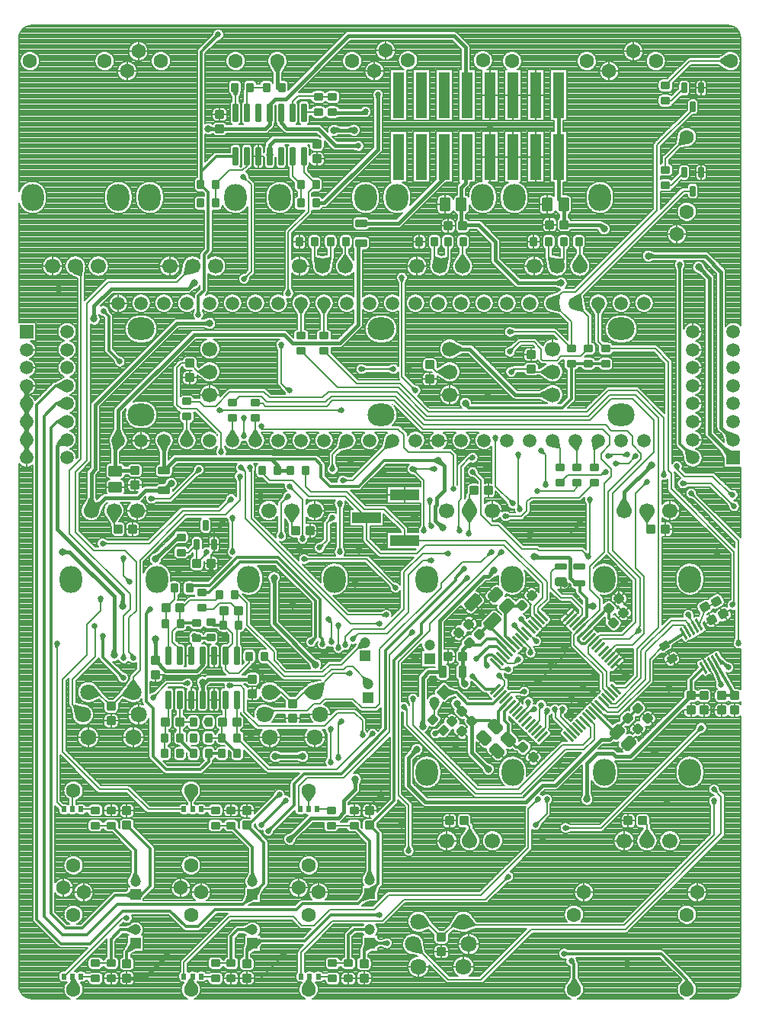
<source format=gbr>
G04 DipTrace 4.0.0.5*
G04 2 - Bottom.gbr*
%MOIN*%
G04 #@! TF.FileFunction,Copper,L2,Bot*
G04 #@! TF.Part,Single*
%AMOUTLINE0*
4,1,28,
0.009646,-0.021063,
-0.009646,-0.021063,
-0.012091,-0.020741,
-0.01437,-0.019797,
-0.016327,-0.018295,
-0.017829,-0.016339,
-0.018773,-0.01406,
-0.019094,-0.011614,
-0.019094,0.011614,
-0.018773,0.01406,
-0.017829,0.016339,
-0.016327,0.018295,
-0.01437,0.019797,
-0.012091,0.020741,
-0.009646,0.021063,
0.009646,0.021063,
0.012091,0.020741,
0.01437,0.019797,
0.016327,0.018295,
0.017829,0.016339,
0.018773,0.01406,
0.019094,0.011614,
0.019094,-0.011614,
0.018773,-0.01406,
0.017829,-0.016339,
0.016327,-0.018295,
0.01437,-0.019797,
0.012091,-0.020741,
0.009646,-0.021063,
0*%
%AMOUTLINE3*
4,1,28,
-0.009646,0.021063,
0.009646,0.021063,
0.012091,0.020741,
0.01437,0.019797,
0.016327,0.018295,
0.017829,0.016339,
0.018773,0.01406,
0.019094,0.011614,
0.019094,-0.011614,
0.018773,-0.01406,
0.017829,-0.016339,
0.016327,-0.018295,
0.01437,-0.019797,
0.012091,-0.020741,
0.009646,-0.021063,
-0.009646,-0.021063,
-0.012091,-0.020741,
-0.01437,-0.019797,
-0.016327,-0.018295,
-0.017829,-0.016339,
-0.018773,-0.01406,
-0.019094,-0.011614,
-0.019094,0.011614,
-0.018773,0.01406,
-0.017829,0.016339,
-0.016327,0.018295,
-0.01437,0.019797,
-0.012091,0.020741,
-0.009646,0.021063,
0*%
%AMOUTLINE6*
4,1,28,
0.030905,0.013977,
0.030906,-0.013976,
0.030571,-0.016523,
0.029587,-0.018897,
0.028023,-0.020935,
0.025985,-0.0225,
0.023611,-0.023483,
0.021064,-0.023818,
-0.021062,-0.023819,
-0.02361,-0.023484,
-0.025984,-0.022501,
-0.028022,-0.020937,
-0.029586,-0.018898,
-0.03057,-0.016525,
-0.030905,-0.013977,
-0.030906,0.013976,
-0.030571,0.016523,
-0.029587,0.018897,
-0.028023,0.020935,
-0.025985,0.0225,
-0.023611,0.023483,
-0.021064,0.023818,
0.021062,0.023819,
0.02361,0.023484,
0.025984,0.022501,
0.028022,0.020937,
0.029586,0.018898,
0.03057,0.016525,
0.030905,0.013977,
0*%
%AMOUTLINE9*
4,1,28,
-0.030905,-0.013977,
-0.030906,0.013976,
-0.030571,0.016523,
-0.029587,0.018897,
-0.028023,0.020935,
-0.025985,0.0225,
-0.023611,0.023483,
-0.021064,0.023818,
0.021062,0.023819,
0.02361,0.023484,
0.025984,0.022501,
0.028022,0.020937,
0.029586,0.018898,
0.03057,0.016525,
0.030905,0.013977,
0.030906,-0.013976,
0.030571,-0.016523,
0.029587,-0.018897,
0.028023,-0.020935,
0.025985,-0.0225,
0.023611,-0.023483,
0.021064,-0.023818,
-0.021062,-0.023819,
-0.02361,-0.023484,
-0.025984,-0.022501,
-0.028022,-0.020937,
-0.029586,-0.018898,
-0.03057,-0.016525,
-0.030905,-0.013977,
0*%
%AMOUTLINE12*
4,1,28,
-0.021063,-0.009646,
-0.021063,0.009645,
-0.020741,0.012091,
-0.019797,0.01437,
-0.018296,0.016327,
-0.016339,0.017828,
-0.01406,0.018772,
-0.011615,0.019094,
0.011614,0.019095,
0.014059,0.018773,
0.016338,0.017829,
0.018295,0.016327,
0.019797,0.01437,
0.020741,0.012092,
0.021063,0.009646,
0.021063,-0.009645,
0.020741,-0.012091,
0.019797,-0.01437,
0.018296,-0.016327,
0.016339,-0.017828,
0.01406,-0.018772,
0.011615,-0.019094,
-0.011614,-0.019095,
-0.014059,-0.018773,
-0.016338,-0.017829,
-0.018295,-0.016327,
-0.019797,-0.01437,
-0.020741,-0.012092,
-0.021063,-0.009646,
0*%
%AMOUTLINE15*
4,1,28,
0.021063,0.009646,
0.021063,-0.009645,
0.020741,-0.012091,
0.019797,-0.01437,
0.018296,-0.016327,
0.016339,-0.017828,
0.01406,-0.018772,
0.011615,-0.019094,
-0.011614,-0.019095,
-0.014059,-0.018773,
-0.016338,-0.017829,
-0.018295,-0.016327,
-0.019797,-0.01437,
-0.020741,-0.012092,
-0.021063,-0.009646,
-0.021063,0.009645,
-0.020741,0.012091,
-0.019797,0.01437,
-0.018296,0.016327,
-0.016339,0.017828,
-0.01406,0.018772,
-0.011615,0.019094,
0.011614,0.019095,
0.014059,0.018773,
0.016338,0.017829,
0.018295,0.016327,
0.019797,0.01437,
0.020741,0.012092,
0.021063,0.009646,
0*%
%AMOUTLINE18*
4,1,4,
0.033407,0.0,
0.0,-0.033407,
-0.033407,0.0,
0.0,0.033407,
0.033407,0.0,
0*%
%AMOUTLINE21*
4,1,28,
-0.013418,-0.018885,
-0.023064,-0.002178,
-0.024008,0.000101,
-0.02433,0.002546,
-0.024008,0.004992,
-0.023064,0.007271,
-0.021562,0.009228,
-0.019605,0.010729,
0.000511,0.022343,
0.00279,0.023287,
0.005235,0.023609,
0.007681,0.023287,
0.00996,0.022343,
0.011917,0.020842,
0.013418,0.018885,
0.023064,0.002178,
0.024008,-0.000101,
0.02433,-0.002546,
0.024008,-0.004992,
0.023064,-0.007271,
0.021562,-0.009228,
0.019605,-0.010729,
-0.000511,-0.022343,
-0.00279,-0.023287,
-0.005235,-0.023609,
-0.007681,-0.023287,
-0.00996,-0.022343,
-0.011917,-0.020842,
-0.013418,-0.018885,
0*%
%AMOUTLINE24*
4,1,28,
0.013418,0.018885,
0.023064,0.002178,
0.024008,-0.000101,
0.02433,-0.002546,
0.024008,-0.004992,
0.023064,-0.007271,
0.021562,-0.009228,
0.019605,-0.010729,
-0.000511,-0.022343,
-0.00279,-0.023287,
-0.005235,-0.023609,
-0.007681,-0.023287,
-0.00996,-0.022343,
-0.011917,-0.020842,
-0.013418,-0.018885,
-0.023064,-0.002178,
-0.024008,0.000101,
-0.02433,0.002546,
-0.024008,0.004992,
-0.023064,0.007271,
-0.021562,0.009228,
-0.019605,0.010729,
0.000511,0.022343,
0.00279,0.023287,
0.005235,0.023609,
0.007681,0.023287,
0.00996,0.022343,
0.011917,0.020842,
0.013418,0.018885,
0*%
%AMOUTLINE27*
4,1,28,
-0.011971,-0.031736,
-0.031736,-0.011971,
-0.0333,-0.009932,
-0.034284,-0.007558,
-0.034619,-0.005011,
-0.034284,-0.002464,
-0.0333,-0.00009,
-0.031736,0.001949,
-0.001949,0.031736,
0.00009,0.0333,
0.002464,0.034284,
0.005011,0.034619,
0.007558,0.034284,
0.009932,0.0333,
0.011971,0.031736,
0.031736,0.011971,
0.0333,0.009932,
0.034284,0.007558,
0.034619,0.005011,
0.034284,0.002464,
0.0333,0.00009,
0.031736,-0.001949,
0.001949,-0.031736,
-0.00009,-0.0333,
-0.002464,-0.034284,
-0.005011,-0.034619,
-0.007558,-0.034284,
-0.009932,-0.0333,
-0.011971,-0.031736,
0*%
%AMOUTLINE30*
4,1,28,
0.011971,0.031736,
0.031736,0.011971,
0.0333,0.009932,
0.034284,0.007558,
0.034619,0.005011,
0.034284,0.002464,
0.0333,0.00009,
0.031736,-0.001949,
0.001949,-0.031736,
-0.00009,-0.0333,
-0.002464,-0.034284,
-0.005011,-0.034619,
-0.007558,-0.034284,
-0.009932,-0.0333,
-0.011971,-0.031736,
-0.031736,-0.011971,
-0.0333,-0.009932,
-0.034284,-0.007558,
-0.034619,-0.005011,
-0.034284,-0.002464,
-0.0333,-0.00009,
-0.031736,0.001949,
-0.001949,0.031736,
0.00009,0.0333,
0.002464,0.034284,
0.005011,0.034619,
0.007558,0.034284,
0.009932,0.0333,
0.011971,0.031736,
0*%
%AMOUTLINE33*
4,1,28,
0.021714,-0.008073,
0.008073,-0.021714,
0.006116,-0.023216,
0.003837,-0.02416,
0.001392,-0.024482,
-0.001054,-0.02416,
-0.003332,-0.023216,
-0.005289,-0.021714,
-0.021714,-0.005289,
-0.023216,-0.003332,
-0.02416,-0.001054,
-0.024482,0.001392,
-0.02416,0.003837,
-0.023216,0.006116,
-0.021714,0.008073,
-0.008073,0.021714,
-0.006116,0.023216,
-0.003837,0.02416,
-0.001392,0.024482,
0.001054,0.02416,
0.003332,0.023216,
0.005289,0.021714,
0.021714,0.005289,
0.023216,0.003332,
0.02416,0.001054,
0.024482,-0.001392,
0.02416,-0.003837,
0.023216,-0.006116,
0.021714,-0.008073,
0*%
%AMOUTLINE36*
4,1,28,
-0.021714,0.008073,
-0.008073,0.021714,
-0.006116,0.023216,
-0.003837,0.02416,
-0.001392,0.024482,
0.001054,0.02416,
0.003332,0.023216,
0.005289,0.021714,
0.021714,0.005289,
0.023216,0.003332,
0.02416,0.001054,
0.024482,-0.001392,
0.02416,-0.003837,
0.023216,-0.006116,
0.021714,-0.008073,
0.008073,-0.021714,
0.006116,-0.023216,
0.003837,-0.02416,
0.001392,-0.024482,
-0.001054,-0.02416,
-0.003332,-0.023216,
-0.005289,-0.021714,
-0.021714,-0.005289,
-0.023216,-0.003332,
-0.02416,-0.001054,
-0.024482,0.001392,
-0.02416,0.003837,
-0.023216,0.006116,
-0.021714,0.008073,
0*%
%AMOUTLINE39*
4,1,28,
-0.008073,-0.021714,
-0.021714,-0.008074,
-0.023216,-0.006117,
-0.02416,-0.003838,
-0.024482,-0.001392,
-0.02416,0.001053,
-0.023216,0.003332,
-0.021714,0.005289,
-0.00529,0.021714,
-0.003333,0.023216,
-0.001054,0.02416,
0.001391,0.024482,
0.003837,0.02416,
0.006116,0.023216,
0.008073,0.021714,
0.021714,0.008074,
0.023216,0.006117,
0.02416,0.003838,
0.024482,0.001392,
0.02416,-0.001053,
0.023216,-0.003332,
0.021714,-0.005289,
0.00529,-0.021714,
0.003333,-0.023216,
0.001054,-0.02416,
-0.001391,-0.024482,
-0.003837,-0.02416,
-0.006116,-0.023216,
-0.008073,-0.021714,
0*%
%AMOUTLINE42*
4,1,28,
0.008073,0.021714,
0.021714,0.008074,
0.023216,0.006117,
0.02416,0.003838,
0.024482,0.001392,
0.02416,-0.001053,
0.023216,-0.003332,
0.021714,-0.005289,
0.00529,-0.021714,
0.003333,-0.023216,
0.001054,-0.02416,
-0.001391,-0.024482,
-0.003837,-0.02416,
-0.006116,-0.023216,
-0.008073,-0.021714,
-0.021714,-0.008074,
-0.023216,-0.006117,
-0.02416,-0.003838,
-0.024482,-0.001392,
-0.02416,0.001053,
-0.023216,0.003332,
-0.021714,0.005289,
-0.00529,0.021714,
-0.003333,0.023216,
-0.001054,0.02416,
0.001391,0.024482,
0.003837,0.02416,
0.006116,0.023216,
0.008073,0.021714,
0*%
%AMOUTLINE45*
4,1,28,
-0.031736,0.011971,
-0.011971,0.031736,
-0.009932,0.0333,
-0.007558,0.034284,
-0.005011,0.034619,
-0.002464,0.034284,
-0.00009,0.0333,
0.001949,0.031736,
0.031736,0.001949,
0.0333,-0.00009,
0.034284,-0.002464,
0.034619,-0.005011,
0.034284,-0.007558,
0.0333,-0.009932,
0.031736,-0.011971,
0.011971,-0.031736,
0.009932,-0.0333,
0.007558,-0.034284,
0.005011,-0.034619,
0.002464,-0.034284,
0.00009,-0.0333,
-0.001949,-0.031736,
-0.031736,-0.001949,
-0.0333,0.00009,
-0.034284,0.002464,
-0.034619,0.005011,
-0.034284,0.007558,
-0.0333,0.009932,
-0.031736,0.011971,
0*%
%AMOUTLINE48*
4,1,28,
0.031736,-0.011971,
0.011971,-0.031736,
0.009932,-0.0333,
0.007558,-0.034284,
0.005011,-0.034619,
0.002464,-0.034284,
0.00009,-0.0333,
-0.001949,-0.031736,
-0.031736,-0.001949,
-0.0333,0.00009,
-0.034284,0.002464,
-0.034619,0.005011,
-0.034284,0.007558,
-0.0333,0.009932,
-0.031736,0.011971,
-0.011971,0.031736,
-0.009932,0.0333,
-0.007558,0.034284,
-0.005011,0.034619,
-0.002464,0.034284,
-0.00009,0.0333,
0.001949,0.031736,
0.031736,0.001949,
0.0333,-0.00009,
0.034284,-0.002464,
0.034619,-0.005011,
0.034284,-0.007558,
0.0333,-0.009932,
0.031736,-0.011971,
0*%
%AMOUTLINE51*
4,1,28,
0.016145,0.037305,
0.037303,0.016148,
0.038868,0.01411,
0.039851,0.011736,
0.040186,0.009189,
0.039851,0.006641,
0.038868,0.004267,
0.037304,0.002229,
-0.002226,-0.037304,
-0.004264,-0.038868,
-0.006638,-0.039852,
-0.009185,-0.040187,
-0.011733,-0.039852,
-0.014106,-0.038869,
-0.016145,-0.037305,
-0.037303,-0.016148,
-0.038868,-0.01411,
-0.039851,-0.011736,
-0.040186,-0.009189,
-0.039851,-0.006641,
-0.038868,-0.004267,
-0.037304,-0.002229,
0.002226,0.037304,
0.004264,0.038868,
0.006638,0.039852,
0.009185,0.040187,
0.011733,0.039852,
0.014106,0.038869,
0.016145,0.037305,
0*%
%AMOUTLINE54*
4,1,28,
-0.016145,-0.037305,
-0.037303,-0.016148,
-0.038868,-0.01411,
-0.039851,-0.011736,
-0.040186,-0.009189,
-0.039851,-0.006641,
-0.038868,-0.004267,
-0.037304,-0.002229,
0.002226,0.037304,
0.004264,0.038868,
0.006638,0.039852,
0.009185,0.040187,
0.011733,0.039852,
0.014106,0.038869,
0.016145,0.037305,
0.037303,0.016148,
0.038868,0.01411,
0.039851,0.011736,
0.040186,0.009189,
0.039851,0.006641,
0.038868,0.004267,
0.037304,0.002229,
-0.002226,-0.037304,
-0.004264,-0.038868,
-0.006638,-0.039852,
-0.009185,-0.040187,
-0.011733,-0.039852,
-0.014106,-0.038869,
-0.016145,-0.037305,
0*%
%AMOUTLINE57*
4,1,28,
0.013976,-0.030906,
-0.013976,-0.030906,
-0.016524,-0.03057,
-0.018898,-0.029587,
-0.020936,-0.028023,
-0.0225,-0.025984,
-0.023484,-0.02361,
-0.023819,-0.021063,
-0.023819,0.021063,
-0.023484,0.02361,
-0.0225,0.025984,
-0.020936,0.028023,
-0.018898,0.029587,
-0.016524,0.03057,
-0.013976,0.030906,
0.013976,0.030906,
0.016524,0.03057,
0.018898,0.029587,
0.020936,0.028023,
0.0225,0.025984,
0.023484,0.02361,
0.023819,0.021063,
0.023819,-0.021063,
0.023484,-0.02361,
0.0225,-0.025984,
0.020936,-0.028023,
0.018898,-0.029587,
0.016524,-0.03057,
0.013976,-0.030906,
0*%
%AMOUTLINE60*
4,1,28,
-0.013976,0.030906,
0.013976,0.030906,
0.016524,0.03057,
0.018898,0.029587,
0.020936,0.028023,
0.0225,0.025984,
0.023484,0.02361,
0.023819,0.021063,
0.023819,-0.021063,
0.023484,-0.02361,
0.0225,-0.025984,
0.020936,-0.028023,
0.018898,-0.029587,
0.016524,-0.03057,
0.013976,-0.030906,
-0.013976,-0.030906,
-0.016524,-0.03057,
-0.018898,-0.029587,
-0.020936,-0.028023,
-0.0225,-0.025984,
-0.023484,-0.02361,
-0.023819,-0.021063,
-0.023819,0.021063,
-0.023484,0.02361,
-0.0225,0.025984,
-0.020936,0.028023,
-0.018898,0.029587,
-0.016524,0.03057,
-0.013976,0.030906,
0*%
%AMOUTLINE63*
4,1,28,
-0.006102,0.023425,
0.006102,0.023425,
0.007631,0.023224,
0.009055,0.022634,
0.010278,0.021696,
0.011217,0.020472,
0.011807,0.019048,
0.012008,0.01752,
0.012008,-0.01752,
0.011807,-0.019048,
0.011217,-0.020472,
0.010278,-0.021696,
0.009055,-0.022634,
0.007631,-0.023224,
0.006102,-0.023425,
-0.006102,-0.023425,
-0.007631,-0.023224,
-0.009055,-0.022634,
-0.010278,-0.021696,
-0.011217,-0.020472,
-0.011807,-0.019048,
-0.012008,-0.01752,
-0.012008,0.01752,
-0.011807,0.019048,
-0.011217,0.020472,
-0.010278,0.021696,
-0.009055,0.022634,
-0.007631,0.023224,
-0.006102,0.023425,
0*%
%AMOUTLINE66*
4,1,28,
0.006102,-0.023425,
-0.006102,-0.023425,
-0.007631,-0.023224,
-0.009055,-0.022634,
-0.010278,-0.021696,
-0.011217,-0.020472,
-0.011807,-0.019048,
-0.012008,-0.01752,
-0.012008,0.01752,
-0.011807,0.019048,
-0.011217,0.020472,
-0.010278,0.021696,
-0.009055,0.022634,
-0.007631,0.023224,
-0.006102,0.023425,
0.006102,0.023425,
0.007631,0.023224,
0.009055,0.022634,
0.010278,0.021696,
0.011217,0.020472,
0.011807,0.019048,
0.012008,0.01752,
0.012008,-0.01752,
0.011807,-0.019048,
0.011217,-0.020472,
0.010278,-0.021696,
0.009055,-0.022634,
0.007631,-0.023224,
0.006102,-0.023425,
0*%
%AMOUTLINE69*
4,1,4,
-0.025054,-0.016704,
0.016703,0.025055,
0.025054,0.016704,
-0.016703,-0.025055,
-0.025054,-0.016704,
0*%
%AMOUTLINE72*
4,1,4,
-0.025055,0.016703,
-0.016704,0.025054,
0.025055,-0.016703,
0.016704,-0.025054,
-0.025055,0.016703,
0*%
%AMOUTLINE75*
4,1,4,
0.008665,-0.02682,
-0.018894,0.020914,
-0.008665,0.02682,
0.018894,-0.020914,
0.008665,-0.02682,
0*%
%AMOUTLINE78*
4,1,28,
-0.025787,-0.009252,
-0.025787,0.009252,
-0.025479,0.011596,
-0.024574,0.01378,
-0.023135,0.015655,
-0.02126,0.017094,
-0.019076,0.017999,
-0.016732,0.018307,
0.016732,0.018307,
0.019076,0.017999,
0.02126,0.017094,
0.023135,0.015655,
0.024574,0.01378,
0.025479,0.011596,
0.025787,0.009252,
0.025787,-0.009252,
0.025479,-0.011596,
0.024574,-0.01378,
0.023135,-0.015655,
0.02126,-0.017094,
0.019076,-0.017999,
0.016732,-0.018307,
-0.016732,-0.018307,
-0.019076,-0.017999,
-0.02126,-0.017094,
-0.023135,-0.015655,
-0.024574,-0.01378,
-0.025479,-0.011596,
-0.025787,-0.009252,
0*%
%AMOUTLINE81*
4,1,28,
0.025787,0.009252,
0.025787,-0.009252,
0.025479,-0.011596,
0.024574,-0.01378,
0.023135,-0.015655,
0.02126,-0.017094,
0.019076,-0.017999,
0.016732,-0.018307,
-0.016732,-0.018307,
-0.019076,-0.017999,
-0.02126,-0.017094,
-0.023135,-0.015655,
-0.024574,-0.01378,
-0.025479,-0.011596,
-0.025787,-0.009252,
-0.025787,0.009252,
-0.025479,0.011596,
-0.024574,0.01378,
-0.023135,0.015655,
-0.02126,0.017094,
-0.019076,0.017999,
-0.016732,0.018307,
0.016732,0.018307,
0.019076,0.017999,
0.02126,0.017094,
0.023135,0.015655,
0.024574,0.01378,
0.025479,0.011596,
0.025787,0.009252,
0*%
%AMOUTLINE84*
4,1,28,
0.009252,-0.025787,
-0.009252,-0.025787,
-0.011596,-0.025479,
-0.01378,-0.024574,
-0.015655,-0.023135,
-0.017094,-0.02126,
-0.017999,-0.019076,
-0.018307,-0.016732,
-0.018307,0.016732,
-0.017999,0.019076,
-0.017094,0.02126,
-0.015655,0.023135,
-0.01378,0.024574,
-0.011596,0.025479,
-0.009252,0.025787,
0.009252,0.025787,
0.011596,0.025479,
0.01378,0.024574,
0.015655,0.023135,
0.017094,0.02126,
0.017999,0.019076,
0.018307,0.016732,
0.018307,-0.016732,
0.017999,-0.019076,
0.017094,-0.02126,
0.015655,-0.023135,
0.01378,-0.024574,
0.011596,-0.025479,
0.009252,-0.025787,
0*%
%AMOUTLINE87*
4,1,28,
-0.009252,0.025787,
0.009252,0.025787,
0.011596,0.025479,
0.01378,0.024574,
0.015655,0.023135,
0.017094,0.02126,
0.017999,0.019076,
0.018307,0.016732,
0.018307,-0.016732,
0.017999,-0.019076,
0.017094,-0.02126,
0.015655,-0.023135,
0.01378,-0.024574,
0.011596,-0.025479,
0.009252,-0.025787,
-0.009252,-0.025787,
-0.011596,-0.025479,
-0.01378,-0.024574,
-0.015655,-0.023135,
-0.017094,-0.02126,
-0.017999,-0.019076,
-0.018307,-0.016732,
-0.018307,0.016732,
-0.017999,0.019076,
-0.017094,0.02126,
-0.015655,0.023135,
-0.01378,0.024574,
-0.011596,0.025479,
-0.009252,0.025787,
0*%
%AMOUTLINE90*
4,1,28,
0.021063,0.008465,
0.021063,-0.008465,
0.020781,-0.010604,
0.019955,-0.012598,
0.018641,-0.014311,
0.016929,-0.015625,
0.014935,-0.016451,
0.012795,-0.016732,
-0.012795,-0.016732,
-0.014935,-0.016451,
-0.016929,-0.015625,
-0.018641,-0.014311,
-0.019955,-0.012598,
-0.020781,-0.010604,
-0.021063,-0.008465,
-0.021063,0.008465,
-0.020781,0.010604,
-0.019955,0.012598,
-0.018641,0.014311,
-0.016929,0.015625,
-0.014935,0.016451,
-0.012795,0.016732,
0.012795,0.016732,
0.014935,0.016451,
0.016929,0.015625,
0.018641,0.014311,
0.019955,0.012598,
0.020781,0.010604,
0.021063,0.008465,
0*%
%AMOUTLINE93*
4,1,28,
-0.021063,-0.008465,
-0.021063,0.008465,
-0.020781,0.010604,
-0.019955,0.012598,
-0.018641,0.014311,
-0.016929,0.015625,
-0.014935,0.016451,
-0.012795,0.016732,
0.012795,0.016732,
0.014935,0.016451,
0.016929,0.015625,
0.018641,0.014311,
0.019955,0.012598,
0.020781,0.010604,
0.021063,0.008465,
0.021063,-0.008465,
0.020781,-0.010604,
0.019955,-0.012598,
0.018641,-0.014311,
0.016929,-0.015625,
0.014935,-0.016451,
0.012795,-0.016732,
-0.012795,-0.016732,
-0.014935,-0.016451,
-0.016929,-0.015625,
-0.018641,-0.014311,
-0.019955,-0.012598,
-0.020781,-0.010604,
-0.021063,-0.008465,
0*%
%AMOUTLINE96*
4,1,28,
0.005905,-0.023228,
-0.005905,-0.023228,
-0.007536,-0.023014,
-0.009055,-0.022384,
-0.01036,-0.021383,
-0.011361,-0.020079,
-0.01199,-0.018559,
-0.012205,-0.016929,
-0.012205,0.016929,
-0.01199,0.018559,
-0.011361,0.020079,
-0.01036,0.021383,
-0.009055,0.022384,
-0.007536,0.023014,
-0.005905,0.023228,
0.005905,0.023228,
0.007536,0.023014,
0.009055,0.022384,
0.01036,0.021383,
0.011361,0.020079,
0.01199,0.018559,
0.012205,0.016929,
0.012205,-0.016929,
0.01199,-0.018559,
0.011361,-0.020079,
0.01036,-0.021383,
0.009055,-0.022384,
0.007536,-0.023014,
0.005905,-0.023228,
0*%
%AMOUTLINE99*
4,1,28,
-0.005905,0.023228,
0.005905,0.023228,
0.007536,0.023014,
0.009055,0.022384,
0.01036,0.021383,
0.011361,0.020079,
0.01199,0.018559,
0.012205,0.016929,
0.012205,-0.016929,
0.01199,-0.018559,
0.011361,-0.020079,
0.01036,-0.021383,
0.009055,-0.022384,
0.007536,-0.023014,
0.005905,-0.023228,
-0.005905,-0.023228,
-0.007536,-0.023014,
-0.009055,-0.022384,
-0.01036,-0.021383,
-0.011361,-0.020079,
-0.01199,-0.018559,
-0.012205,-0.016929,
-0.012205,0.016929,
-0.01199,0.018559,
-0.011361,0.020079,
-0.01036,0.021383,
-0.009055,0.022384,
-0.007536,0.023014,
-0.005905,0.023228,
0*%
%AMOUTLINE102*
4,1,28,
-0.008465,0.021063,
0.008465,0.021063,
0.010604,0.020781,
0.012598,0.019955,
0.014311,0.018641,
0.015625,0.016929,
0.016451,0.014935,
0.016732,0.012795,
0.016732,-0.012795,
0.016451,-0.014935,
0.015625,-0.016929,
0.014311,-0.018641,
0.012598,-0.019955,
0.010604,-0.020781,
0.008465,-0.021063,
-0.008465,-0.021063,
-0.010604,-0.020781,
-0.012598,-0.019955,
-0.014311,-0.018641,
-0.015625,-0.016929,
-0.016451,-0.014935,
-0.016732,-0.012795,
-0.016732,0.012795,
-0.016451,0.014935,
-0.015625,0.016929,
-0.014311,0.018641,
-0.012598,0.019955,
-0.010604,0.020781,
-0.008465,0.021063,
0*%
%AMOUTLINE105*
4,1,28,
0.008465,-0.021063,
-0.008465,-0.021063,
-0.010604,-0.020781,
-0.012598,-0.019955,
-0.014311,-0.018641,
-0.015625,-0.016929,
-0.016451,-0.014935,
-0.016732,-0.012795,
-0.016732,0.012795,
-0.016451,0.014935,
-0.015625,0.016929,
-0.014311,0.018641,
-0.012598,0.019955,
-0.010604,0.020781,
-0.008465,0.021063,
0.008465,0.021063,
0.010604,0.020781,
0.012598,0.019955,
0.014311,0.018641,
0.015625,0.016929,
0.016451,0.014935,
0.016732,0.012795,
0.016732,-0.012795,
0.016451,-0.014935,
0.015625,-0.016929,
0.014311,-0.018641,
0.012598,-0.019955,
0.010604,-0.020781,
0.008465,-0.021063,
0*%
%AMOUTLINE108*
4,1,28,
0.008908,0.020879,
0.020879,0.008908,
0.022193,0.007196,
0.023019,0.005202,
0.023301,0.003062,
0.023019,0.000922,
0.022193,-0.001072,
0.020879,-0.002784,
0.002784,-0.020879,
0.001072,-0.022193,
-0.000922,-0.023019,
-0.003062,-0.023301,
-0.005202,-0.023019,
-0.007196,-0.022193,
-0.008908,-0.020879,
-0.020879,-0.008908,
-0.022193,-0.007196,
-0.023019,-0.005202,
-0.023301,-0.003062,
-0.023019,-0.000922,
-0.022193,0.001072,
-0.020879,0.002784,
-0.002784,0.020879,
-0.001072,0.022193,
0.000922,0.023019,
0.003062,0.023301,
0.005202,0.023019,
0.007196,0.022193,
0.008908,0.020879,
0*%
%AMOUTLINE111*
4,1,28,
-0.008908,-0.020879,
-0.020879,-0.008908,
-0.022193,-0.007196,
-0.023019,-0.005202,
-0.023301,-0.003062,
-0.023019,-0.000922,
-0.022193,0.001072,
-0.020879,0.002784,
-0.002784,0.020879,
-0.001072,0.022193,
0.000922,0.023019,
0.003062,0.023301,
0.005202,0.023019,
0.007196,0.022193,
0.008908,0.020879,
0.020879,0.008908,
0.022193,0.007196,
0.023019,0.005202,
0.023301,0.003062,
0.023019,0.000922,
0.022193,-0.001072,
0.020879,-0.002784,
0.002784,-0.020879,
0.001072,-0.022193,
-0.000922,-0.023019,
-0.003062,-0.023301,
-0.005202,-0.023019,
-0.007196,-0.022193,
-0.008908,-0.020879,
0*%
%AMOUTLINE114*
4,1,28,
0.014009,0.017862,
0.022473,0.003201,
0.023299,0.001207,
0.023581,-0.000933,
0.023299,-0.003073,
0.022473,-0.005067,
0.021159,-0.006779,
0.019447,-0.008093,
-0.002715,-0.020888,
-0.004709,-0.021714,
-0.006849,-0.021996,
-0.008989,-0.021714,
-0.010983,-0.020888,
-0.012695,-0.019574,
-0.014009,-0.017862,
-0.022473,-0.003201,
-0.023299,-0.001207,
-0.023581,0.000933,
-0.023299,0.003073,
-0.022473,0.005067,
-0.021159,0.006779,
-0.019447,0.008093,
0.002715,0.020888,
0.004709,0.021714,
0.006849,0.021996,
0.008989,0.021714,
0.010983,0.020888,
0.012695,0.019574,
0.014009,0.017862,
0*%
%AMOUTLINE117*
4,1,28,
-0.014009,-0.017862,
-0.022473,-0.003201,
-0.023299,-0.001207,
-0.023581,0.000933,
-0.023299,0.003073,
-0.022473,0.005067,
-0.021159,0.006779,
-0.019447,0.008093,
0.002715,0.020888,
0.004709,0.021714,
0.006849,0.021996,
0.008989,0.021714,
0.010983,0.020888,
0.012695,0.019574,
0.014009,0.017862,
0.022473,0.003201,
0.023299,0.001207,
0.023581,-0.000933,
0.023299,-0.003073,
0.022473,-0.005067,
0.021159,-0.006779,
0.019447,-0.008093,
-0.002715,-0.020888,
-0.004709,-0.021714,
-0.006849,-0.021996,
-0.008989,-0.021714,
-0.010983,-0.020888,
-0.012695,-0.019574,
-0.014009,-0.017862,
0*%
%AMOUTLINE120*
4,1,28,
0.006102,-0.041142,
-0.006102,-0.041142,
-0.007733,-0.040927,
-0.009252,-0.040298,
-0.010557,-0.039297,
-0.011558,-0.037992,
-0.012187,-0.036473,
-0.012402,-0.034843,
-0.012402,0.034843,
-0.012187,0.036473,
-0.011558,0.037992,
-0.010557,0.039297,
-0.009252,0.040298,
-0.007733,0.040927,
-0.006102,0.041142,
0.006102,0.041142,
0.007733,0.040927,
0.009252,0.040298,
0.010557,0.039297,
0.011558,0.037992,
0.012187,0.036473,
0.012402,0.034843,
0.012402,-0.034843,
0.012187,-0.036473,
0.011558,-0.037992,
0.010557,-0.039297,
0.009252,-0.040298,
0.007733,-0.040927,
0.006102,-0.041142,
0*%
%AMOUTLINE123*
4,1,28,
-0.006102,0.041142,
0.006102,0.041142,
0.007733,0.040927,
0.009252,0.040298,
0.010557,0.039297,
0.011558,0.037992,
0.012187,0.036473,
0.012402,0.034843,
0.012402,-0.034843,
0.012187,-0.036473,
0.011558,-0.037992,
0.010557,-0.039297,
0.009252,-0.040298,
0.007733,-0.040927,
0.006102,-0.041142,
-0.006102,-0.041142,
-0.007733,-0.040927,
-0.009252,-0.040298,
-0.010557,-0.039297,
-0.011558,-0.037992,
-0.012187,-0.036473,
-0.012402,-0.034843,
-0.012402,0.034843,
-0.012187,0.036473,
-0.011558,0.037992,
-0.010557,0.039297,
-0.009252,0.040298,
-0.007733,0.040927,
-0.006102,0.041142,
0*%
%AMOUTLINE126*
4,1,28,
0.005709,-0.012598,
-0.005708,-0.012599,
-0.007237,-0.012397,
-0.008661,-0.011807,
-0.009884,-0.010869,
-0.010823,-0.009646,
-0.011413,-0.008222,
-0.011614,-0.006693,
-0.011614,0.006693,
-0.011413,0.008221,
-0.010823,0.009645,
-0.009885,0.010869,
-0.008662,0.011807,
-0.007237,0.012397,
-0.005709,0.012598,
0.005708,0.012599,
0.007237,0.012397,
0.008661,0.011807,
0.009884,0.010869,
0.010823,0.009646,
0.011413,0.008222,
0.011614,0.006693,
0.011614,-0.006693,
0.011413,-0.008221,
0.010823,-0.009645,
0.009885,-0.010869,
0.008662,-0.011807,
0.007237,-0.012397,
0.005709,-0.012598,
0*%
%AMOUTLINE129*
4,1,28,
-0.005709,0.012598,
0.005708,0.012599,
0.007237,0.012397,
0.008661,0.011807,
0.009884,0.010869,
0.010823,0.009646,
0.011413,0.008222,
0.011614,0.006693,
0.011614,-0.006693,
0.011413,-0.008221,
0.010823,-0.009645,
0.009885,-0.010869,
0.008662,-0.011807,
0.007237,-0.012397,
0.005709,-0.012598,
-0.005708,-0.012599,
-0.007237,-0.012397,
-0.008661,-0.011807,
-0.009884,-0.010869,
-0.010823,-0.009646,
-0.011413,-0.008222,
-0.011614,-0.006693,
-0.011614,0.006693,
-0.011413,0.008221,
-0.010823,0.009645,
-0.009885,0.010869,
-0.008662,0.011807,
-0.007237,0.012397,
-0.005709,0.012598,
0*%
%AMOUTLINE132*
4,1,28,
0.02559,0.010434,
0.025591,-0.010432,
0.025256,-0.012979,
0.024273,-0.015353,
0.022708,-0.017392,
0.02067,-0.018956,
0.018296,-0.019939,
0.015749,-0.020275,
-0.015747,-0.020276,
-0.018295,-0.019941,
-0.020669,-0.018958,
-0.022707,-0.017394,
-0.024271,-0.015355,
-0.025255,-0.012982,
-0.02559,-0.010434,
-0.025591,0.010432,
-0.025256,0.012979,
-0.024273,0.015353,
-0.022708,0.017392,
-0.02067,0.018956,
-0.018296,0.019939,
-0.015749,0.020275,
0.015747,0.020276,
0.018295,0.019941,
0.020669,0.018958,
0.022707,0.017394,
0.024271,0.015355,
0.025255,0.012982,
0.02559,0.010434,
0*%
%AMOUTLINE135*
4,1,28,
0.02559,0.0063,
0.025591,-0.006298,
0.025376,-0.007929,
0.024747,-0.009448,
0.023746,-0.010752,
0.022441,-0.011754,
0.020922,-0.012383,
0.019292,-0.012598,
-0.019291,-0.012599,
-0.020921,-0.012385,
-0.02244,-0.011755,
-0.023745,-0.010754,
-0.024746,-0.00945,
-0.025376,-0.007931,
-0.02559,-0.0063,
-0.025591,0.006298,
-0.025376,0.007929,
-0.024747,0.009448,
-0.023746,0.010752,
-0.022441,0.011754,
-0.020922,0.012383,
-0.019292,0.012598,
0.019291,0.012599,
0.020921,0.012385,
0.02244,0.011755,
0.023745,0.010754,
0.024746,0.00945,
0.025376,0.007931,
0.02559,0.0063,
0*%
%AMOUTLINE138*
4,1,28,
-0.02559,-0.0063,
-0.025591,0.006298,
-0.025376,0.007929,
-0.024747,0.009448,
-0.023746,0.010752,
-0.022441,0.011754,
-0.020922,0.012383,
-0.019292,0.012598,
0.019291,0.012599,
0.020921,0.012385,
0.02244,0.011755,
0.023745,0.010754,
0.024746,0.00945,
0.025376,0.007931,
0.02559,0.0063,
0.025591,-0.006298,
0.025376,-0.007929,
0.024747,-0.009448,
0.023746,-0.010752,
0.022441,-0.011754,
0.020922,-0.012383,
0.019292,-0.012598,
-0.019291,-0.012599,
-0.020921,-0.012385,
-0.02244,-0.011755,
-0.023745,-0.010754,
-0.024746,-0.00945,
-0.025376,-0.007931,
-0.02559,-0.0063,
0*%
G04 #@! TA.AperFunction,Conductor*
%ADD15C,0.015748*%
G04 #@! TA.AperFunction,CopperBalancing*
%ADD16C,0.007874*%
G04 #@! TA.AperFunction,Conductor*
%ADD17C,0.011811*%
G04 #@! TA.AperFunction,ComponentPad*
%ADD19C,0.047244*%
%ADD20R,0.047244X0.047244*%
%ADD21R,0.125197X0.05*%
G04 #@! TA.AperFunction,ComponentPad*
%ADD23R,0.059055X0.059055*%
%ADD24C,0.059055*%
%ADD25R,0.05X0.2*%
G04 #@! TA.AperFunction,ComponentPad*
%ADD26C,0.062992*%
%ADD27C,0.066929*%
%ADD28O,0.098425X0.11811*%
%ADD31C,0.05937*%
%ADD32O,0.11811X0.098425*%
%ADD33C,0.070866*%
G04 #@! TA.AperFunction,ViaPad*
%ADD36C,0.025591*%
%ADD37C,0.031496*%
%ADD68OUTLINE0*%
%ADD71OUTLINE3*%
%ADD74OUTLINE6*%
%ADD77OUTLINE9*%
%ADD80OUTLINE12*%
%ADD83OUTLINE15*%
G04 #@! TA.AperFunction,ComponentPad*
%ADD86OUTLINE18*%
%ADD89OUTLINE21*%
%ADD92OUTLINE24*%
%ADD95OUTLINE27*%
%ADD98OUTLINE30*%
%ADD101OUTLINE33*%
%ADD104OUTLINE36*%
%ADD107OUTLINE39*%
%ADD110OUTLINE42*%
%ADD113OUTLINE45*%
%ADD116OUTLINE48*%
%ADD119OUTLINE51*%
%ADD122OUTLINE54*%
%ADD125OUTLINE57*%
%ADD128OUTLINE60*%
%ADD131OUTLINE63*%
%ADD134OUTLINE66*%
%ADD137OUTLINE69*%
%ADD140OUTLINE72*%
%ADD143OUTLINE75*%
%ADD146OUTLINE78*%
%ADD149OUTLINE81*%
%ADD152OUTLINE84*%
%ADD155OUTLINE87*%
%ADD158OUTLINE90*%
%ADD161OUTLINE93*%
%ADD164OUTLINE96*%
%ADD167OUTLINE99*%
%ADD170OUTLINE102*%
%ADD173OUTLINE105*%
%ADD176OUTLINE108*%
%ADD179OUTLINE111*%
%ADD182OUTLINE114*%
%ADD185OUTLINE117*%
%ADD188OUTLINE120*%
%ADD191OUTLINE123*%
%ADD194OUTLINE126*%
%ADD197OUTLINE129*%
%ADD200OUTLINE132*%
%ADD203OUTLINE135*%
%ADD206OUTLINE138*%
%FSLAX26Y26*%
G04*
G70*
G90*
G75*
G01*
G04 Bottom*
%LPD*%
G36*
X823375Y2805262D2*
X818031Y2835173D1*
X818929Y2838002D1*
X858954Y2826819D1*
X858057Y2823989D1*
X839123Y2805262D1*
X823375D1*
G37*
X843749Y2849998D2*
D15*
X831249Y2837498D1*
Y2716681D1*
X833563Y2718994D1*
X916946D1*
G36*
X851623Y2897494D2*
X864529Y2871198D1*
Y2868229D1*
X822970D1*
Y2871198D1*
X835875Y2897494D1*
X851623D1*
G37*
X1906250Y3713139D2*
D15*
X1893749D1*
Y3356249D1*
X1812500Y3275000D1*
X1606248D1*
X1568749Y3312498D1*
X1174998D1*
X843749Y2981249D1*
Y2849998D1*
G36*
X2007380Y2819198D2*
X2014065Y2849702D1*
X2016165Y2851800D1*
X2045551Y2822414D1*
X2043452Y2820315D1*
X2012949Y2813630D1*
X2007380Y2819198D1*
G37*
G36*
X1845472Y2671063D2*
X1834137Y2666043D1*
X1831169D1*
Y2683956D1*
X1834137D1*
X1845472Y2678937D1*
Y2671063D1*
G37*
G36*
X1808563Y2554526D2*
X1803543Y2565861D1*
Y2568829D1*
X1821456D1*
Y2565861D1*
X1816437Y2554526D1*
X1808563D1*
G37*
G36*
X1816437Y2382971D2*
X1821456Y2371636D1*
Y2368668D1*
X1803543D1*
Y2371636D1*
X1808563Y2382971D1*
X1816437D1*
G37*
X2043749Y2849998D2*
D16*
X1868750Y2675000D1*
X1825000D1*
X1812500Y2574998D2*
Y2362498D1*
G36*
X3235186Y2720471D2*
X3240206Y2709136D1*
X3222292D1*
X3227312Y2720471D1*
X3235186D1*
G37*
G36*
X3138989Y2657056D2*
X3143454Y2668620D1*
X3156120Y2655954D1*
X3144556Y2651489D1*
X3138989Y2657056D1*
G37*
X1743749Y3241732D2*
D16*
X1885483Y3099998D1*
X2075001D1*
X2200000Y2975000D1*
X2893749D1*
X2987498Y3068749D1*
X3112500D1*
X3231249Y2950000D1*
Y2699998D1*
X3156249Y2668749D2*
X3106249Y2618749D1*
Y2293749D1*
X3143749Y2256249D1*
Y2006249D1*
X3093749Y1956249D1*
X3018749D1*
Y1955984D1*
X2978956Y1916193D1*
X3231637Y1953102D2*
D17*
X3305862Y1999884D1*
X3316346Y2005324D1*
Y2002403D2*
D16*
Y2005324D1*
X3231637Y1953102D2*
X3228102D1*
X3168749Y1893749D1*
Y1799998D1*
X3031249Y1662498D1*
X2982107D1*
X2951124Y1693480D1*
X2978963Y1721320D2*
X3000283Y1700000D1*
X3018750D1*
X3131249Y1812498D1*
Y1931249D1*
X3262498Y2062498D1*
X3325000D1*
X3350441Y2025009D1*
X2965044Y1707400D2*
X2991195Y1681249D1*
X3025000D1*
X3149998Y1806248D1*
Y1924998D1*
X3268749Y2043749D1*
X3318749D1*
X3333393Y2015166D1*
X3006800Y1749160D2*
X2981249Y1774711D1*
Y1837498D1*
X2899998Y1918749D1*
Y1949998D1*
X2923278Y1973278D1*
Y1971868D1*
X1343749Y3014518D2*
X1372980Y3043749D1*
X1468749D1*
X1493749Y3018749D1*
X1750000D1*
X1775000Y3043749D1*
X2056249D1*
X2181249Y2918749D1*
X2974998D1*
X2999998Y2893749D1*
X3068749D1*
X3093749Y2868749D1*
Y2831249D1*
X3131249Y2793749D1*
Y2768749D1*
X2987498Y2624998D1*
Y2362500D1*
X3106249Y2243749D1*
Y2056248D1*
X3050000Y1999998D1*
X2951408D1*
X2923278Y1971868D1*
X1643749Y3241732D2*
X1804232Y3081249D1*
X2068749D1*
X2193749Y2956249D1*
X2900000D1*
X2993750Y3050000D1*
X3106249D1*
X3206249Y2950000D1*
Y2031249D1*
X3112498Y1937498D1*
Y1818748D1*
X3062500Y1768749D1*
X3012500D1*
X3020720Y1760529D1*
Y1763080D1*
X2992882Y1735240D2*
X2962500Y1765622D1*
Y1831249D1*
X2837500Y1956249D1*
Y1997446D1*
X2867598Y2027544D1*
X1443749Y3014517D2*
X1452018D1*
X1450000Y3012498D1*
X1474998D1*
X1487498Y2999998D1*
X1756249D1*
X1781249Y3024998D1*
X2049998D1*
X2174998Y2899998D1*
X2962500D1*
X2993749Y2868749D1*
Y2831249D1*
X2956249Y2793749D1*
Y2768749D1*
X2999998Y2725000D1*
Y2693748D1*
X2968748Y2662497D1*
Y2362497D1*
X2906249Y2299998D1*
Y2199998D1*
X2949998Y2156249D1*
Y2109945D1*
X2867598Y2027544D1*
G36*
X3127253Y2034186D2*
X3130031Y2024784D1*
X3112941Y2030151D1*
X3115838Y2033900D1*
X3127253Y2034186D1*
G37*
G36*
X3101489Y2007056D2*
X3105954Y2018620D1*
X3118620Y2005954D1*
X3107056Y2001489D1*
X3101489Y2007056D1*
G37*
G36*
X3344212Y2067761D2*
X3334240Y2075126D1*
X3349805Y2083992D1*
X3351054Y2071658D1*
X3344212Y2067761D1*
G37*
X1143749Y3020766D2*
D16*
Y3018749D1*
X1199998D1*
X1218749Y2999998D1*
X1268748D1*
X1331249Y3062500D1*
X1481248D1*
X1506249Y3037498D1*
X1737498D1*
X1762500Y3062500D1*
X2062498D1*
X2187500Y2937498D1*
X2906249D1*
X3000000Y3031249D1*
X3093749D1*
X3187498Y2937500D1*
Y2799998D1*
X3006248Y2618748D1*
Y2368750D1*
X3124998Y2250000D1*
Y2037498D1*
X3118749Y2031249D1*
Y2018749D1*
X3081249Y1981249D1*
X2960497D1*
X2937198Y1957949D1*
X3367489Y2034851D2*
X3337500Y2087498D1*
G36*
X677312Y3568758D2*
X647770Y3580126D1*
X646008Y3582971D1*
X686683Y3606219D1*
X688446Y3603374D1*
X685186Y3568758D1*
X677312D1*
G37*
G36*
X871704Y1918821D2*
X876724Y1907487D1*
Y1904140D1*
X858811D1*
Y1907487D1*
X863830Y1918821D1*
X871704D1*
G37*
X1172983Y1549998D2*
D16*
D3*
X867767Y1898349D2*
Y2083535D1*
X895089Y2110857D1*
Y2179909D1*
X631249Y2443749D1*
Y2718749D1*
X681249Y2768749D1*
Y3587498D1*
X656249Y3612498D1*
X1172983Y1618749D2*
X1112746D1*
Y1551770D1*
X1114518Y1549998D1*
X1112746Y1618749D2*
Y1716976D1*
X1112500Y1717223D1*
X1114518Y1549998D2*
D17*
Y1539712D1*
X1172983Y1481248D1*
X1047983Y1481246D2*
D16*
Y1549998D1*
X1049754Y1551770D1*
Y1618749D1*
X1062500Y1631494D1*
Y1717223D1*
G36*
X575639Y2937795D2*
X598744Y2952559D1*
X601697D1*
Y2911220D1*
X598744D1*
X575639Y2925984D1*
Y2937795D1*
G37*
G36*
X880955Y868405D2*
X895127Y879830D1*
X897487Y879954D1*
X897488Y847560D1*
X895130Y847437D1*
X880955Y856594D1*
Y868405D1*
G37*
X619830Y2931889D2*
D17*
X575639D1*
X549998Y2906249D1*
Y781249D1*
X612498Y718749D1*
X687500D1*
X831250Y862500D1*
X918750D1*
Y864221D1*
G36*
X1487155Y1178804D2*
X1481298Y1168632D1*
X1479627Y1166962D1*
X1466960Y1179628D1*
X1468631Y1181299D1*
X1478803Y1187156D1*
X1487155Y1178804D1*
G37*
G36*
X1557702Y1266055D2*
X1563559Y1276227D1*
X1565229Y1277897D1*
X1577896Y1265231D1*
X1576225Y1263560D1*
X1566054Y1257703D1*
X1557702Y1266055D1*
G37*
G36*
X2456985Y1884732D2*
X2462078Y1875668D1*
X2462618Y1873368D1*
X2445068Y1869775D1*
X2444529Y1872075D1*
X2445174Y1884732D1*
X2456985D1*
G37*
X881249Y1168504D2*
D17*
D3*
X1468502D2*
X1576354Y1276355D1*
X2455136Y1864920D2*
X2451080Y1868976D1*
Y1900693D1*
X2463250Y1912863D1*
X2481173D1*
X2505698Y1888338D1*
G36*
X950996Y859918D2*
X942372Y852278D1*
X940026Y852014D1*
X940023Y880191D1*
X942371Y880454D1*
X950418Y876040D1*
X950996Y859918D1*
G37*
X918750Y864221D2*
D17*
X946951D1*
X984026Y901296D1*
Y1065727D1*
X881249Y1168504D1*
G36*
X2404050Y1800097D2*
X2393878Y1805954D1*
X2392207Y1807624D1*
X2404874Y1820291D1*
X2406544Y1818620D1*
X2412401Y1808449D1*
X2404050Y1800097D1*
G37*
X2491782Y1763063D2*
D17*
X2449435D1*
X2393749Y1818749D1*
G36*
X1890012Y1945580D2*
X1898136Y1968857D1*
X1899958Y1970361D1*
X1921210Y1945022D1*
X1919388Y1943518D1*
X1895580Y1940012D1*
X1890012Y1945580D1*
G37*
X1921687Y1967027D2*
D16*
X1917027D1*
X1818749Y1868749D1*
X1768750D1*
X1737794Y1837792D1*
X1574706D1*
X1524998Y1887500D1*
Y1925000D1*
X1406249Y2043749D1*
Y2137498D1*
X1368901Y2174846D1*
X1352015D1*
G36*
X1347686Y2897494D2*
X1364529Y2871198D1*
Y2868229D1*
X1322970D1*
Y2871198D1*
X1339812Y2897494D1*
X1347686D1*
G37*
X1343749Y2947983D2*
D16*
Y2849998D1*
G36*
X1128105Y3577421D2*
X1135286Y3612164D1*
X1137652Y3614530D1*
X1170781Y3581401D1*
X1168414Y3579035D1*
X1133672Y3571854D1*
X1128105Y3577421D1*
G37*
G36*
X902452Y1920497D2*
X912618Y1912340D1*
X914050Y1909315D1*
X898197Y1900972D1*
X896766Y1903997D1*
X896886Y1914930D1*
X902452Y1920497D1*
G37*
X1168749Y3612498D2*
D16*
X1100000Y3543749D1*
X800000D1*
X706249Y3449998D1*
Y2762498D1*
X656249Y2712498D1*
Y2449998D1*
X737498Y2368749D1*
X873635D1*
X921817Y2320567D1*
Y2106698D1*
X890338Y2075219D1*
Y1927044D1*
X908947Y1908435D1*
Y1900082D1*
X1231249Y1618749D2*
X1239518D1*
X1297983Y1549998D2*
Y1616977D1*
X1299754Y1618749D1*
X1239518Y1549998D2*
X1297983D1*
X1312500Y1717223D2*
Y1631494D1*
X1299754Y1618749D1*
X1364518Y1481248D2*
D17*
Y1483463D1*
X1297983Y1549998D1*
G36*
X2251077Y1576760D2*
X2243761Y1566072D1*
X2234177Y1581204D1*
X2245509Y1582328D1*
X2251077Y1576760D1*
G37*
G36*
X1938989Y1557056D2*
X1943454Y1568620D1*
X1956120Y1555954D1*
X1944556Y1551489D1*
X1938989Y1557056D1*
G37*
X1364518Y1549998D2*
D16*
Y1616977D1*
X1362746Y1618749D1*
Y1716976D1*
X1362500Y1717223D1*
X2267273Y1582725D2*
X2251475D1*
X2231249Y1562500D1*
Y1568749D1*
X1956249D2*
X1800000Y1412500D1*
X1499998D1*
X1364518Y1547980D1*
Y1549998D1*
X1312500Y1907774D2*
Y1931249D1*
X1343749Y1962498D1*
Y2006249D1*
X1306403Y2043596D1*
X1304232D1*
X1312500Y1907774D2*
Y1849998D1*
X1331249Y1831249D1*
X1368749D1*
X1416732Y1879232D1*
Y1906249D1*
X1306004Y2106094D2*
X1304232Y2104323D1*
Y2043596D1*
D17*
X1259207D1*
X1248277Y2054526D1*
X1362500Y1907774D2*
D16*
Y2035328D1*
X1370767Y2043596D1*
X1208802Y2117879D2*
Y2113555D1*
X1261287D1*
X1286431Y2138699D1*
X1336393D1*
X1368996Y2106097D1*
X1370767Y2043596D2*
Y2104325D1*
X1368996Y2106097D1*
G36*
X1639812Y3402502D2*
X1622970Y3428799D1*
Y3431767D1*
X1664529D1*
Y3428799D1*
X1647686Y3402502D1*
X1639812D1*
G37*
X1643749Y3449998D2*
D16*
Y3308267D1*
G36*
X1739812Y3402502D2*
X1722970Y3428799D1*
Y3431767D1*
X1764529D1*
Y3428799D1*
X1747686Y3402502D1*
X1739812D1*
G37*
X1743749Y3308267D2*
D16*
Y3449998D1*
X812500Y1166732D2*
X743749D1*
G36*
X924652Y961072D2*
X935282Y940147D1*
Y937784D1*
X902211D1*
Y940147D1*
X912841Y961072D1*
X924652D1*
G37*
X812500Y1166732D2*
D17*
X918746Y1060485D1*
Y923277D1*
G36*
X2223517Y1669337D2*
X2210918Y1690262D1*
Y1692624D1*
X2243989D1*
Y1690262D1*
X2231391Y1669337D1*
X2223517D1*
G37*
X2220225Y1629773D2*
D16*
X2227454Y1637001D1*
Y1707132D1*
X1118749Y1481249D2*
X1114518D1*
X1285480Y2174846D2*
Y2168596D1*
X1268777Y2151892D1*
X1156344D1*
X1123199Y2118748D1*
X1114446D1*
Y2051770D1*
X1116218Y2049998D1*
X1112500Y1907774D2*
Y1937498D1*
X1081249Y1968749D1*
Y2015030D1*
X1116218Y2049998D1*
X1185585Y2051939D2*
D17*
X1118158D1*
X1116218Y2049998D1*
X1088883Y2204548D2*
D16*
Y2156177D1*
X1051454Y2118748D1*
Y2051770D1*
X1049682Y2049998D1*
X1062500Y1907774D2*
Y2037181D1*
X1049682Y2049998D1*
G36*
X2113991Y2000807D2*
X2118455Y2012371D1*
X2131122Y1999704D1*
X2119557Y1995240D1*
X2113991Y2000807D1*
G37*
X2131250Y2012500D2*
D16*
X2031249Y1912498D1*
Y1574998D1*
X1831249Y1374998D1*
X1668321D1*
X1632740Y1339417D1*
Y1237498D1*
X1638756D1*
G36*
X1918026Y1818788D2*
X1940813Y1809165D1*
X1942189Y1807245D1*
X1915559Y1787637D1*
X1914182Y1789557D1*
X1912459Y1813221D1*
X1918026Y1818788D1*
G37*
X1937500Y1785777D2*
D16*
Y1793748D1*
X1868749Y1862498D1*
X1843749D1*
X1831249Y1849998D1*
X1774998D1*
X1743846Y1818846D1*
X1568652D1*
X1483267Y1904231D1*
Y1906249D1*
G36*
X2843405Y500442D2*
X2859547Y472540D1*
Y469391D1*
X2815452D1*
Y472540D1*
X2831594Y500442D1*
X2843405D1*
G37*
G36*
X1743404Y1980117D2*
X1746455Y1968782D1*
Y1965632D1*
X1728542D1*
Y1968782D1*
X1731593Y1980117D1*
X1743404D1*
G37*
G36*
X2831594Y558329D2*
X2823316Y562315D1*
X2821176Y564624D1*
X2835506Y575371D1*
X2837648Y573061D1*
X2843405Y558329D1*
X2831594D1*
G37*
X1155418Y2204548D2*
D17*
Y2217227D1*
X1242227D1*
X1362500Y2337500D1*
X1543749D1*
X1727017Y2154232D1*
Y1991732D1*
X1737498Y1981250D1*
Y1959644D1*
X2825000Y574998D2*
X2837500Y562498D1*
Y450048D1*
G36*
X3006341Y2783561D2*
X2998991Y2775624D1*
X2996219Y2774561D1*
X2990580Y2791564D1*
X2993351Y2792627D1*
X3006341Y2791435D1*
Y2783561D1*
G37*
G36*
X3048277Y2791435D2*
X3059611Y2796455D1*
X3062580D1*
Y2778542D1*
X3059611D1*
X3048277Y2783561D1*
Y2791435D1*
G37*
G36*
X3332971Y2658563D2*
X3321636Y2653543D1*
X3318668D1*
Y2671456D1*
X3321636D1*
X3332971Y2666437D1*
Y2658563D1*
G37*
G36*
X3525805Y2579760D2*
X3537370Y2575295D1*
X3539470Y2573195D1*
X3526803Y2560529D1*
X3524703Y2562628D1*
X3520239Y2574193D1*
X3525805Y2579760D1*
G37*
X2987498Y2781249D2*
D16*
Y2787498D1*
X3068749D1*
X3312498Y2662500D2*
X3437498D1*
X3537498Y2562500D1*
X1606249Y4282774D2*
Y4331249D1*
X1631249Y4356249D1*
X1714517D1*
X1718749Y4352017D1*
X1781249D1*
G36*
X1807380Y2819198D2*
X1814065Y2849702D1*
X1816165Y2851800D1*
X1845551Y2822414D1*
X1843452Y2820315D1*
X1812949Y2813630D1*
X1807380Y2819198D1*
G37*
G36*
X1785186Y2745472D2*
X1790206Y2734137D1*
Y2731169D1*
X1772292D1*
Y2734137D1*
X1777312Y2745472D1*
X1785186D1*
G37*
G36*
X1763989Y2500805D2*
X1768454Y2512370D1*
X1770554Y2514470D1*
X1783220Y2501803D1*
X1781120Y2499703D1*
X1769556Y2495239D1*
X1763989Y2500805D1*
G37*
G36*
X1741728Y2392410D2*
X1737263Y2380846D1*
X1735164Y2378746D1*
X1722497Y2391413D1*
X1724597Y2393513D1*
X1736161Y2397977D1*
X1741728Y2392410D1*
G37*
G36*
X1802312Y2023275D2*
X1797292Y2034610D1*
Y2037578D1*
X1815206D1*
Y2034610D1*
X1810186Y2023275D1*
X1802312D1*
G37*
G36*
X1810186Y1962452D2*
X1815206Y1951118D1*
Y1948149D1*
X1797292D1*
Y1951118D1*
X1802312Y1962452D1*
X1810186D1*
G37*
G36*
X1803466Y1612804D2*
X1806538Y1622976D1*
X1808637Y1625076D1*
X1821304Y1612409D1*
X1819204Y1610309D1*
X1809033Y1607237D1*
X1803466Y1612804D1*
G37*
G36*
X1810186Y1482971D2*
X1815206Y1471636D1*
Y1468668D1*
X1797292D1*
Y1471636D1*
X1802312Y1482971D1*
X1810186D1*
G37*
X1843749Y2849998D2*
D16*
X1781249Y2787498D1*
Y2725000D1*
Y2512498D2*
X1756249Y2487498D1*
Y2412498D1*
X1724468Y2380718D1*
X1806249Y2043748D2*
Y1941980D1*
X1819333Y1623105D2*
X1806249Y1610021D1*
Y1462498D1*
G36*
X1570240Y2594556D2*
X1574704Y2606120D1*
X1576804Y2608220D1*
X1589471Y2595554D1*
X1587371Y2593454D1*
X1575807Y2588989D1*
X1570240Y2594556D1*
G37*
G36*
X1560186Y2451720D2*
X1565206Y2440386D1*
Y2437417D1*
X1547292D1*
Y2440386D1*
X1552312Y2451720D1*
X1560186D1*
G37*
X1587500Y2606249D2*
D16*
X1556249Y2574998D1*
Y2431248D1*
G36*
X2230954Y3656901D2*
X2259817Y3644491D1*
X2261455Y3641572D1*
X2219847Y3620035D1*
X2218211Y3622954D1*
X2223080Y3656901D1*
X2230954D1*
G37*
X2227017Y3718749D2*
D16*
Y3635481D1*
X2250000Y3612498D1*
G36*
X2288265Y3645197D2*
X2283463Y3612833D1*
X2281097Y3610467D1*
X2247968Y3643596D1*
X2250334Y3645962D1*
X2282698Y3650763D1*
X2288265Y3645197D1*
G37*
X2250000Y3612498D2*
D16*
X2285481Y3647980D1*
Y3718749D1*
G36*
X1873277Y4145372D2*
X1884611Y4146455D1*
X1887958D1*
Y4128542D1*
X1884611D1*
X1873277Y4129624D1*
Y4145372D1*
G37*
X1893749Y4137498D2*
D15*
X1793749D1*
X1718748Y4212500D1*
X1581249D1*
X1556249Y4237500D1*
Y4282774D1*
X1606249Y4092223D2*
D16*
Y4004231D1*
X1641731Y3968749D1*
Y3887500D1*
G36*
X1798277Y2985186D2*
X1809611Y2990206D1*
X1812580D1*
Y2972292D1*
X1809611D1*
X1798277Y2977312D1*
Y2985186D1*
G37*
G36*
X1307972Y2977312D2*
X1296637Y2972292D1*
X1293669D1*
Y2990206D1*
X1296637D1*
X1307972Y2985186D1*
Y2977312D1*
G37*
X1818749Y2981249D2*
D16*
X1287500D1*
X1270767Y3968749D2*
Y3970767D1*
X1331249Y4031249D1*
X1387500D1*
X1406249Y4049998D1*
Y4092223D1*
X1270767Y3887500D2*
Y3968749D1*
G36*
X1915896Y1583749D2*
X1920916Y1572414D1*
Y1571135D1*
X1903002D1*
Y1572414D1*
X1908022Y1583749D1*
X1915896D1*
G37*
G36*
X1349802Y1775139D2*
X1338467Y1770119D1*
X1337187D1*
Y1788033D1*
X1338467D1*
X1349802Y1783013D1*
Y1775139D1*
G37*
G36*
X1126351Y1791512D2*
X1137686Y1796531D1*
X1138966D1*
Y1778618D1*
X1137686D1*
X1126351Y1783637D1*
Y1791512D1*
G37*
G36*
X1013376Y1737556D2*
X1008912Y1725992D1*
X1008006Y1725086D1*
X995340Y1737753D1*
X996245Y1738658D1*
X1007809Y1743123D1*
X1013376Y1737556D1*
G37*
G36*
X854521Y1831980D2*
X864693Y1826123D1*
X865598Y1825218D1*
X852931Y1812551D1*
X852026Y1813456D1*
X846169Y1823628D1*
X854521Y1831980D1*
G37*
G36*
X769670Y1974798D2*
X766619Y1986132D1*
Y1987412D1*
X784533D1*
Y1986132D1*
X781481Y1974798D1*
X769670D1*
G37*
X1911959Y1563277D2*
D16*
Y1624288D1*
X1876305Y1659942D1*
X1804130D1*
X1745866Y1601678D1*
X1455421D1*
X1394550Y1662550D1*
Y1762725D1*
X1378199Y1779076D1*
X1329329D1*
X1146824Y1787575D2*
X1057828D1*
X996117Y1725863D1*
X864821Y1813328D2*
D17*
X775576Y1902573D1*
Y1995270D1*
X1202052Y3884122D2*
D16*
X1200854D1*
X1204232Y3887500D1*
G36*
X446602Y2821653D2*
X463334Y2795496D1*
Y2792543D1*
X421996D1*
Y2795496D1*
X438728Y2821653D1*
X446602D1*
G37*
G36*
X438728Y2805905D2*
X421996Y2832063D1*
Y2835015D1*
X463334D1*
Y2832063D1*
X446602Y2805905D1*
X438728D1*
G37*
X442665Y2774409D2*
D16*
Y2853149D1*
G36*
X446602Y2900393D2*
X463334Y2874236D1*
Y2871283D1*
X421996D1*
Y2874236D1*
X438728Y2900393D1*
X446602D1*
G37*
G36*
X438728Y2884645D2*
X421996Y2910803D1*
Y2913756D1*
X463334D1*
Y2910803D1*
X446602Y2884645D1*
X438728D1*
G37*
X442665Y2853149D2*
D16*
Y2931889D1*
G36*
X446602Y2979134D2*
X463334Y2952976D1*
Y2950023D1*
X421996D1*
Y2952976D1*
X438728Y2979134D1*
X446602D1*
G37*
G36*
X438728Y2963386D2*
X421996Y2989543D1*
Y2992496D1*
X463334D1*
Y2989543D1*
X446602Y2963386D1*
X438728D1*
G37*
X442665Y2931889D2*
D16*
Y3010630D1*
G36*
X446602Y3057874D2*
X463334Y3031716D1*
Y3028763D1*
X421996D1*
Y3031716D1*
X438728Y3057874D1*
X446602D1*
G37*
G36*
X438728Y3042126D2*
X421996Y3068283D1*
Y3071236D1*
X463334D1*
Y3068283D1*
X446602Y3042126D1*
X438728D1*
G37*
X442665Y3010630D2*
D16*
Y3089370D1*
G36*
X1279397Y2472564D2*
X1284252Y2487439D1*
X1286479Y2489666D1*
X1302068Y2474077D1*
X1299841Y2471850D1*
X1284966Y2466996D1*
X1279397Y2472564D1*
G37*
X1299998Y2487597D2*
D16*
X1262400Y2449998D1*
Y2396750D1*
X2668749Y4089960D2*
D3*
X2568749D2*
D3*
X2468749D2*
D3*
Y4360038D2*
D3*
X2568749D2*
D3*
G36*
X2464812Y4201286D2*
X2457725Y4215236D1*
Y4218386D1*
X2479773D1*
Y4215236D1*
X2472686Y4201286D1*
X2464812D1*
G37*
X2468749Y4089960D2*
D16*
Y4226483D1*
G36*
X1257872Y2300147D2*
X1261022Y2286197D1*
Y2283047D1*
X1238975D1*
Y2286197D1*
X1242124Y2300147D1*
X1257872D1*
G37*
X1249998Y2274950D2*
D15*
Y2312253D1*
X1250245Y2312500D1*
G36*
X2668947Y2433316D2*
X2654997Y2426229D1*
X2651847D1*
Y2448277D1*
X2654997D1*
X2668947Y2441190D1*
Y2433316D1*
G37*
G36*
X2843051Y2472984D2*
X2847905Y2487859D1*
X2850132Y2490086D1*
X2865721Y2474497D1*
X2863494Y2472270D1*
X2848619Y2467416D1*
X2843051Y2472984D1*
G37*
X2643750Y2437253D2*
D16*
X2812888D1*
X2863652Y2488017D1*
G36*
X1457430Y1838168D2*
X1442555Y1843022D1*
X1440328Y1845249D1*
X1455917Y1860838D1*
X1458144Y1858611D1*
X1462998Y1843736D1*
X1457430Y1838168D1*
G37*
X1431249Y1743504D2*
D16*
Y1746111D1*
X1483433Y1798295D1*
Y1817733D1*
X1442397Y1858769D1*
X1312519Y1988647D2*
Y1987498D1*
X1406249Y1231496D2*
D3*
G36*
X1972904Y1285700D2*
X1977758Y1300576D1*
X1979985Y1302803D1*
X1995575Y1287214D1*
X1993347Y1284987D1*
X1978472Y1280132D1*
X1972904Y1285700D1*
G37*
X1943749Y1231496D2*
D16*
Y1250977D1*
X1993505Y1300733D1*
G36*
X1545330Y583703D2*
X1550185Y598578D1*
X1552412Y600805D1*
X1568001Y585216D1*
X1565774Y582989D1*
X1550899Y578135D1*
X1545330Y583703D1*
G37*
X1406249Y499753D2*
D16*
X1466949D1*
X1565931Y598736D1*
G36*
X3048732Y1849162D2*
X3063607Y1844308D1*
X3065834Y1842081D1*
X3050245Y1826492D1*
X3048018Y1828719D1*
X3043164Y1843594D1*
X3048732Y1849162D1*
G37*
X3020716Y1874435D2*
D16*
Y1871610D1*
X3063765Y1828561D1*
G36*
X3036981Y2216994D2*
X3041836Y2231870D1*
X3044063Y2234097D1*
X3059652Y2218508D1*
X3057425Y2216281D1*
X3042550Y2211426D1*
X3036981Y2216994D1*
G37*
X3034771Y2159771D2*
D16*
Y2209216D1*
X3057582Y2232027D1*
G36*
X2778199Y2236316D2*
X2792523Y2236985D1*
X2795119Y2235202D1*
X2784336Y2215971D1*
X2781740Y2217756D1*
X2778199Y2228442D1*
Y2236316D1*
G37*
X2796941Y2221870D2*
D16*
X2786431Y2232379D1*
X2778199D1*
G36*
X2699122Y1812304D2*
X2694267Y1797429D1*
X2692040Y1795202D1*
X2676451Y1810791D1*
X2678678Y1813018D1*
X2693554Y1817872D1*
X2699122Y1812304D1*
G37*
X2678521Y1797271D2*
D16*
X2794888Y1913639D1*
Y1942380D1*
G36*
X1032218Y585674D2*
X1039855Y597766D1*
X1042082Y599993D1*
X1057672Y584404D1*
X1055445Y582177D1*
X1043353Y574539D1*
X1032218Y585674D1*
G37*
X1055602Y597924D2*
D15*
X957431Y499753D1*
X881249D1*
G36*
X1147686Y2897494D2*
X1164529Y2871198D1*
Y2868229D1*
X1122970D1*
Y2871198D1*
X1139812Y2897494D1*
X1147686D1*
G37*
X1143749Y2954231D2*
D16*
Y2849998D1*
G36*
X2597686Y2568842D2*
X2605623Y2561492D1*
X2606686Y2558720D1*
X2589683Y2553081D1*
X2588620Y2555853D1*
X2589812Y2568842D1*
X2597686D1*
G37*
G36*
X2589812Y2767027D2*
X2584792Y2778362D1*
Y2781330D1*
X2602706D1*
Y2778362D1*
X2597686Y2767027D1*
X2589812D1*
G37*
X2599998Y2550000D2*
D16*
X2593749D1*
Y2787500D1*
G36*
X2729800Y3650765D2*
X2762165Y3645962D1*
X2764531Y3643596D1*
X2731403Y3610467D1*
X2729036Y3612833D1*
X2724233Y3645198D1*
X2729800Y3650765D1*
G37*
X2727017Y3718749D2*
D16*
Y3647981D1*
X2762500Y3612498D1*
G36*
X2794515Y3638947D2*
X2795910Y3614396D1*
X2793544Y3612030D1*
X2762031Y3643543D1*
X2764397Y3645909D1*
X2788949Y3644514D1*
X2794515Y3638947D1*
G37*
X2791732Y3718749D2*
D16*
Y3641731D1*
X2762500Y3612498D1*
X1556249Y4087498D2*
D15*
Y4092223D1*
G36*
X3337155Y493749D2*
X3353296Y472540D1*
Y469391D1*
X3309202D1*
Y472540D1*
X3325344Y493749D1*
X3337155D1*
G37*
G36*
X2814221Y600344D2*
X2802887Y597292D1*
X2799737D1*
Y615206D1*
X2802887D1*
X2814221Y612155D1*
Y600344D1*
G37*
G36*
X1706151Y1979050D2*
X1700294Y1968878D1*
X1698065Y1966649D1*
X1685399Y1979316D1*
X1687627Y1981544D1*
X1697799Y1987401D1*
X1706151Y1979050D1*
G37*
X3331249Y450048D2*
D17*
Y493749D1*
X3218749Y606249D1*
X2793749D1*
X1687498Y1968749D2*
X1706249Y1987500D1*
Y2149262D1*
X1536762Y2318749D1*
X1375736D1*
X1241401Y2184414D1*
X1208802D1*
G36*
X2301098Y727798D2*
X2320689Y759281D1*
X2323973Y760606D1*
X2343630Y715060D1*
X2340344Y713735D1*
X2306666Y722229D1*
X2301098Y727798D1*
G37*
X2353749Y746534D2*
D16*
X2325403D1*
X2256897Y678029D1*
G36*
X2204383Y724975D2*
X2171925Y714445D1*
X2168573Y715593D1*
X2185929Y762063D1*
X2189282Y760916D1*
X2209951Y730543D1*
X2204383Y724975D1*
G37*
X2156899Y746534D2*
D16*
X2188392D1*
X2256897Y678029D1*
G36*
X2939812Y3402502D2*
X2922970Y3428799D1*
Y3431767D1*
X2964529D1*
Y3428799D1*
X2947686Y3402502D1*
X2939812D1*
G37*
X2974998Y3252017D2*
D16*
X2943749Y3283266D1*
Y3449998D1*
G36*
X2406976Y727312D2*
X2371224Y715710D1*
X2367836Y716745D1*
X2381527Y764425D1*
X2384916Y763389D1*
X2406976Y735186D1*
Y727312D1*
G37*
G36*
X3446063Y1254526D2*
X3441043Y1265861D1*
Y1269404D1*
X3458956D1*
Y1265861D1*
X3453937Y1254526D1*
X3446063D1*
G37*
G36*
X3541435Y2150092D2*
X3542627Y2137102D1*
X3541358Y2133794D1*
X3524355Y2139433D1*
X3525624Y2142741D1*
X3533561Y2150092D1*
X3541435D1*
G37*
X2353749Y746534D2*
D16*
X2369034Y731249D1*
X3056250D1*
X3450000Y1124998D1*
Y1274998D1*
X3531249Y2131249D2*
X3537498D1*
Y2362500D1*
X3262498Y2637500D1*
Y2706250D1*
X3250000Y2718749D1*
Y3193749D1*
X3191732Y3252017D1*
X2974998D1*
G36*
X2820472Y1152262D2*
X2809137Y1147242D1*
X2806169D1*
Y1165156D1*
X2809137D1*
X2820472Y1160136D1*
Y1152262D1*
G37*
G36*
X3376491Y1582056D2*
X3380955Y1593620D1*
X3383055Y1595720D1*
X3395721Y1583054D1*
X3393622Y1580954D1*
X3382057Y1576489D1*
X3376491Y1582056D1*
G37*
G36*
X3516989Y2626077D2*
X3528321Y2624954D1*
X3530876Y2623442D1*
X3521291Y2608308D1*
X3518737Y2609821D1*
X3511421Y2620509D1*
X3516989Y2626077D1*
G37*
G36*
X3284588Y2722350D2*
X3281691Y2726098D1*
X3281144Y2729015D1*
X3298235Y2734383D1*
X3298782Y2731466D1*
X3296004Y2722063D1*
X3284588Y2722350D1*
G37*
G36*
X3088989Y2769556D2*
X3093454Y2781120D1*
X3095554Y2783220D1*
X3108220Y2770554D1*
X3106120Y2768454D1*
X3094556Y2763989D1*
X3088989Y2769556D1*
G37*
G36*
X3039221Y2746063D2*
X3027887Y2741043D1*
X3024918D1*
Y2758956D1*
X3027887D1*
X3039221Y2753937D1*
Y2746063D1*
G37*
X2800000Y1156199D2*
D16*
X2956200D1*
X3393750Y1593749D1*
X3531249Y2612498D2*
X3528124Y2609374D1*
X3443749Y2693749D1*
X3318750D1*
X3287498Y2725001D1*
Y2737500D1*
X3106249Y2781249D2*
X3075000Y2750000D1*
X3018749D1*
X3237501Y4335481D2*
X3263582D1*
X3318847Y4390746D1*
G36*
X3471467Y4512596D2*
X3499368Y4530706D1*
X3502518D1*
Y4486611D1*
X3499368D1*
X3471467Y4504721D1*
Y4512596D1*
G37*
X3521861Y4508658D2*
D16*
X3344143D1*
X3237501Y4402017D1*
G36*
X2705442Y2788989D2*
X2693878Y2793454D1*
X2691778Y2795554D1*
X2704445Y2808220D1*
X2706544Y2806120D1*
X2711009Y2794556D1*
X2705442Y2788989D1*
G37*
G36*
X2716435Y2676721D2*
X2721455Y2665387D1*
Y2662418D1*
X2703542D1*
Y2665387D1*
X2708561Y2676721D1*
X2716435D1*
G37*
X2693749Y2806249D2*
D16*
X2712498Y2787500D1*
Y2656249D1*
X1712500Y4143996D2*
D15*
Y4162498D1*
X1524998D1*
X1506249Y4143749D1*
Y4092223D1*
X1006249Y1887745D2*
X1050245Y1843749D1*
X1187498D1*
X1212500Y1868750D1*
Y1907774D1*
X2791683Y3881249D2*
X2793996Y3878937D1*
Y3793749D1*
X2768749Y4089960D2*
Y4360038D1*
X2791683Y3881249D2*
X2768749Y3904183D1*
Y4089960D1*
G36*
X3506647Y2892123D2*
X3534190Y2882676D1*
X3536278Y2880588D1*
X3507047Y2851357D1*
X3504959Y2853445D1*
X3495512Y2880988D1*
X3506647Y2892123D1*
G37*
G36*
X3187695Y3648375D2*
X3173745Y3645225D1*
X3170792D1*
Y3667273D1*
X3173745D1*
X3187695Y3664123D1*
Y3648375D1*
G37*
G36*
X2956500Y3798383D2*
X2968592Y3790745D1*
X2970679Y3788657D1*
X2955090Y3773068D1*
X2953002Y3775156D1*
X2945365Y3787248D1*
X2956500Y3798383D1*
G37*
X3534485Y2853149D2*
D15*
X3481249Y2906386D1*
Y3586841D1*
X3411841Y3656249D1*
X3162498D1*
X2968749Y3774998D2*
X2949998Y3793749D1*
X2793996D1*
G36*
X1849803Y4214123D2*
X1863753Y4217273D1*
X1866706D1*
Y4195225D1*
X1863753D1*
X1849803Y4198375D1*
Y4214123D1*
G37*
G36*
X1812697Y4198375D2*
X1798746Y4195225D1*
X1795794D1*
Y4217273D1*
X1798746D1*
X1812697Y4214123D1*
Y4198375D1*
G37*
X2768749Y4089960D2*
D15*
D3*
X1875000Y4206249D2*
X1787500D1*
X1712500Y4143749D2*
Y4143996D1*
G36*
X745374Y3406446D2*
X748523Y3392496D1*
Y3389543D1*
X726476D1*
Y3392496D1*
X729626Y3406446D1*
X745374D1*
G37*
G36*
X1151615Y3525249D2*
X1159253Y3537341D1*
X1161341Y3539429D1*
X1176930Y3523840D1*
X1174842Y3521752D1*
X1162750Y3514114D1*
X1151615Y3525249D1*
G37*
X737500Y3381249D2*
D15*
Y3437498D1*
X812500Y3512498D1*
X1150000D1*
X1175000Y3537498D1*
X1506249Y4100000D2*
Y4092223D1*
G36*
X574254Y2835389D2*
X591203Y2860384D1*
X593800Y2861787D1*
X614623Y2826076D1*
X612025Y2824672D1*
X585389Y2824254D1*
X574254Y2835389D1*
G37*
G36*
X870372Y2150197D2*
X873522Y2136246D1*
Y2133294D1*
X851475D1*
Y2136246D1*
X854624Y2150197D1*
X870372D1*
G37*
G36*
X998375Y1956052D2*
X995225Y1970002D1*
Y1972955D1*
X1017273D1*
Y1970002D1*
X1014123Y1956052D1*
X998375D1*
G37*
X619830Y2853149D2*
D15*
X603149D1*
X574998Y2824998D1*
Y2462500D1*
X862498Y2175000D1*
Y2125000D1*
X1006249Y1981249D2*
Y1887745D1*
G36*
X1029634Y2343498D2*
X1021996Y2331407D1*
X1019908Y2329319D1*
X1004319Y2344908D1*
X1006407Y2346996D1*
X1018498Y2354634D1*
X1029634Y2343498D1*
G37*
X1118749Y2427017D2*
D15*
X1102017D1*
X1006249Y2331249D1*
X1506249Y4282774D2*
Y4231249D1*
X1487253Y4212253D1*
X1287501D1*
G36*
X1223456Y1781186D2*
X1222702Y1781753D1*
X1220004Y1780555D1*
X1225267Y1795517D1*
X1226464Y1796048D1*
X1223456Y1781186D1*
G37*
G36*
X1204626Y1768552D2*
X1201476Y1782502D1*
Y1785455D1*
X1223523D1*
Y1782502D1*
X1220374Y1768552D1*
X1204626D1*
G37*
G36*
X1217207Y1774937D2*
X1214131Y1778086D1*
X1211349Y1777097D1*
X1223820Y1793889D1*
X1217207Y1774937D1*
G37*
G36*
X1204626Y1768552D2*
X1201476Y1782502D1*
Y1785455D1*
X1223523D1*
Y1782502D1*
X1220374Y1768552D1*
X1204626D1*
G37*
X1431249Y1806496D2*
D15*
X1237746D1*
X1212500Y1781249D1*
Y1717223D1*
X2368749Y4089960D2*
X2362498D1*
Y3974997D1*
X2344733Y3957232D1*
Y3881249D1*
X2350245Y3788152D2*
X2344733Y3793664D1*
Y3881249D1*
G36*
X3497998Y2822033D2*
X3534187Y2803937D1*
X3536275Y2801849D1*
X3507046Y2772619D1*
X3504958Y2774707D1*
X3486862Y2810896D1*
X3497998Y2822033D1*
G37*
G36*
X3394691Y3584056D2*
X3382599Y3591694D1*
X3380512Y3593782D1*
X3396101Y3609371D1*
X3398189Y3607283D1*
X3405826Y3595191D1*
X3394691Y3584056D1*
G37*
G36*
X2756052Y3545372D2*
X2770002Y3548522D1*
X2772955D1*
Y3526475D1*
X2770002D1*
X2756052Y3529624D1*
Y3545372D1*
G37*
X3534485Y2774409D2*
D15*
X3429891Y2879004D1*
Y3559992D1*
X3382442Y3607441D1*
X2781249Y3537498D2*
X2593749D1*
X2493749Y3637498D1*
Y3718749D1*
X2418749Y3793749D1*
X2355842D1*
X2350245Y3788152D1*
X1506249Y4282774D2*
Y4318749D1*
X1531249Y4343749D1*
X1575000D1*
X1850000Y4618749D1*
X2312500D1*
X2362500Y4568749D1*
Y4366287D1*
X2368749Y4360038D1*
G36*
X1262697Y4204626D2*
X1248746Y4201476D1*
X1245794D1*
Y4223523D1*
X1248746D1*
X1262697Y4220374D1*
Y4204626D1*
G37*
X1237500Y4212500D2*
D15*
X1287254D1*
X1287501Y4212253D1*
G36*
X625197Y2354624D2*
X611246Y2351475D1*
X608294D1*
Y2373522D1*
X611246D1*
X625197Y2370372D1*
Y2354624D1*
G37*
G36*
X832874Y1935878D2*
X836023Y1921928D1*
Y1918975D1*
X813976D1*
Y1921928D1*
X817126Y1935878D1*
X832874D1*
G37*
G36*
X1204626Y1768552D2*
X1201476Y1782502D1*
Y1785455D1*
X1223523D1*
Y1782502D1*
X1220374Y1768552D1*
X1204626D1*
G37*
X600000Y2362498D2*
D15*
X631250D1*
X825000Y2168749D1*
Y1910681D1*
X1212500Y1793749D2*
Y1717223D1*
X2368749Y4360038D2*
D16*
D3*
Y4089960D2*
D3*
G36*
X3292746Y4144090D2*
X3299670Y4176626D1*
X3301897Y4178853D1*
X3333076Y4147673D1*
X3330849Y4145446D1*
X3298313Y4138523D1*
X3292746Y4144090D1*
G37*
X3331164Y4176941D2*
D16*
X3237501Y4083278D1*
Y4033267D1*
G36*
X1447686Y2897494D2*
X1464529Y2871198D1*
Y2868229D1*
X1422970D1*
Y2871198D1*
X1439812Y2897494D1*
X1447686D1*
G37*
X1443749Y2947981D2*
D16*
Y2849998D1*
X1356249Y4092223D2*
D17*
X1273472D1*
X1206249Y4025000D1*
Y3970766D1*
X1204232Y3968749D1*
G36*
X3330237Y2813939D2*
X3358837Y2803897D1*
X3360779Y2801674D1*
X3329811Y2774292D1*
X3327867Y2776515D1*
X3321886Y2805588D1*
X3330237Y2813939D1*
G37*
G36*
X3294093Y3598278D2*
X3291042Y3609613D1*
Y3612565D1*
X3308955D1*
Y3609613D1*
X3305904Y3598278D1*
X3294093D1*
G37*
G36*
X1262597Y4614699D2*
X1268454Y4624871D1*
X1270542Y4626959D1*
X1283208Y4614292D1*
X1281120Y4612204D1*
X1270949Y4606347D1*
X1262597Y4614699D1*
G37*
X3357320Y2774409D2*
D17*
Y2778505D1*
X3299998Y2835826D1*
Y3618750D1*
X1281249Y4625000D2*
X1206249Y4550000D1*
Y4025000D1*
G36*
X1199655Y3420471D2*
X1202706Y3409136D1*
Y3406183D1*
X1184792D1*
Y3409136D1*
X1187844Y3420471D1*
X1199655D1*
G37*
G36*
X1183575Y1979656D2*
X1176487Y1981640D1*
X1175669Y1984477D1*
X1187883Y1997581D1*
X1188700Y1994744D1*
X1185585Y1991309D1*
X1183575Y1979656D1*
G37*
X1204232Y3968749D2*
D17*
X1237500Y3935481D1*
Y3681249D1*
X1218749Y3662498D1*
Y3506248D1*
X1193749Y3481248D1*
Y3399998D1*
X1175909Y1994422D2*
X1184928Y1985404D1*
X1185585D1*
G36*
X3330237Y2813939D2*
X3358837Y2803897D1*
X3360779Y2801674D1*
X3329811Y2774292D1*
X3327867Y2776515D1*
X3321886Y2805588D1*
X3330237Y2813939D1*
G37*
X1185585Y1985404D2*
D17*
X1245690D1*
X1248277Y1987991D1*
X1297983Y1481248D2*
X1239518D1*
G36*
X964937Y2101745D2*
X970794Y2111917D1*
X972882Y2114005D1*
X985548Y2101338D1*
X983460Y2099250D1*
X973288Y2093393D1*
X964937Y2101745D1*
G37*
X983589Y2112046D2*
D17*
X965176Y2093632D1*
Y1708156D1*
X995467Y1677865D1*
Y1468794D1*
X1053422Y1410838D1*
X1203559D1*
X1239518Y1446798D1*
Y1481248D1*
G36*
X839905Y3213564D2*
X850077Y3207707D1*
X852165Y3205619D1*
X839498Y3192952D1*
X837410Y3195040D1*
X831554Y3205212D1*
X839905Y3213564D1*
G37*
G36*
X788683Y3398111D2*
X778512Y3403968D1*
X776424Y3406056D1*
X789089Y3418724D1*
X791178Y3416636D1*
X797035Y3406464D1*
X788683Y3398111D1*
G37*
X850206Y3194912D2*
D17*
X801620Y3243497D1*
Y3393527D1*
X778383Y3416763D1*
X1718769Y506249D2*
D16*
X1772983D1*
X1781250Y497981D1*
X3237501Y3966732D2*
X3263582D1*
X3318847Y4021997D1*
G36*
X1556494Y1746061D2*
X1531554Y1725195D1*
X1528010D1*
Y1774802D1*
X1531554D1*
X1556494Y1753935D1*
Y1746061D1*
G37*
X1506249Y1749998D2*
D16*
X1556494D1*
X1606248Y1700245D1*
G36*
X1656001Y1753935D2*
X1677795Y1774802D1*
X1681338D1*
Y1725195D1*
X1677795D1*
X1656001Y1746061D1*
Y1753935D1*
G37*
X1606248Y1700245D2*
D16*
X1656001Y1749998D1*
X1703099D1*
G36*
X2874550Y3413630D2*
X2844046Y3420315D1*
X2841947Y3422414D1*
X2871333Y3451800D1*
X2873433Y3449702D1*
X2880118Y3419198D1*
X2874550Y3413630D1*
G37*
X2900000Y3252018D2*
D16*
Y3393748D1*
X2843749Y3449998D1*
G36*
X2868533Y3487964D2*
X2872105Y3458782D1*
X2870749Y3456140D1*
X2834179Y3475883D1*
X2835535Y3478525D1*
X2862964Y3493533D1*
X2868533Y3487964D1*
G37*
X3356249Y3940501D2*
D16*
X3315501D1*
X2824998Y3449998D1*
X2843749D1*
G36*
X1745971Y1787303D2*
X1738531Y1750353D1*
X1736025Y1747847D1*
X1700949Y1782924D1*
X1703454Y1785430D1*
X1740404Y1792870D1*
X1745971Y1787303D1*
G37*
G36*
X1835777Y1835186D2*
X1847111Y1840206D1*
X1850655D1*
Y1822292D1*
X1847111D1*
X1835777Y1827312D1*
Y1835186D1*
G37*
G36*
X1841437Y1976721D2*
X1846456Y1965387D1*
Y1961844D1*
X1828543D1*
Y1965387D1*
X1833563Y1976721D1*
X1841437D1*
G37*
G36*
X2267026Y2360186D2*
X2278361Y2365206D1*
X2281904D1*
Y2347292D1*
X2278361D1*
X2267026Y2352312D1*
Y2360186D1*
G37*
G36*
X2335931Y2475477D2*
X2343594Y2467498D1*
X2344702Y2464132D1*
X2327480Y2459203D1*
X2326372Y2462569D1*
X2328057Y2475477D1*
X2335931D1*
G37*
G36*
X2378598Y2777910D2*
X2382347Y2780808D1*
X2385830Y2781460D1*
X2391197Y2764370D1*
X2387714Y2763718D1*
X2378312Y2766496D1*
X2378598Y2777910D1*
G37*
G36*
X2573509Y3249191D2*
X2569044Y3237627D1*
X2566538Y3235120D1*
X2553871Y3247787D1*
X2556378Y3250294D1*
X2567942Y3254758D1*
X2573509Y3249191D1*
G37*
X1703099Y1749998D2*
D16*
X1784350Y1831249D1*
X1856249D1*
X1837500Y1956249D2*
Y1993750D1*
X1868749Y2025000D1*
X2006250D1*
X2093749Y2112498D1*
Y2274998D1*
X2175000Y2356249D1*
X2287498D1*
X2337498Y2456249D2*
X2331994D1*
Y2583637D1*
X2342918Y2594561D1*
Y2736669D1*
X2381249Y2775000D1*
X2393749D1*
X2556249Y3237498D2*
X2600000Y3281249D1*
X2662498D1*
X2693749Y3249998D1*
Y3206249D1*
X2700000Y3199998D1*
X2762498D1*
X2781249Y3218749D1*
X2866731D1*
X2900000Y3252018D1*
G36*
X2772216Y2815964D2*
X2744046Y2820315D1*
X2741947Y2822414D1*
X2771333Y2851800D1*
X2773433Y2849702D1*
X2777783Y2821531D1*
X2772216Y2815964D1*
G37*
X2775000Y2733266D2*
D16*
Y2818748D1*
X2743749Y2849998D1*
X681269Y506249D2*
X735483D1*
X743750Y497981D1*
X1420766Y4393749D2*
X1406249Y4379232D1*
Y4282774D1*
X1491731Y4393749D2*
X1420766D1*
G36*
X1996260Y2091437D2*
X2007594Y2096456D1*
Y2078543D1*
X1996260Y2083563D1*
Y2091437D1*
G37*
G36*
X1421061Y2712407D2*
X1413124Y2719757D1*
X1430127Y2725396D1*
X1428935Y2712407D1*
X1421061D1*
G37*
G36*
X1397686Y2889221D2*
X1402706Y2877887D1*
X1384792D1*
X1389812Y2889221D1*
X1397686D1*
G37*
G36*
X1389812Y2929527D2*
X1384792Y2940862D1*
X1402706D1*
X1397686Y2929527D1*
X1389812D1*
G37*
G36*
X1411009Y3567941D2*
X1406544Y3556376D1*
X1393878Y3569043D1*
X1405442Y3573508D1*
X1411009Y3567941D1*
G37*
G36*
X1402176Y3986006D2*
X1390611Y3990471D1*
X1403278Y4003137D1*
X1407742Y3991573D1*
X1402176Y3986006D1*
G37*
G36*
X1352312Y4354526D2*
X1347292Y4365861D1*
X1365206D1*
X1360186Y4354526D1*
X1352312D1*
G37*
X1356249Y4282774D2*
D16*
Y4391731D1*
X1354231Y4393749D1*
X2016732Y2087500D2*
X1846556D1*
X1424998Y2509057D1*
Y2725000D1*
X1418749Y2731249D1*
X1393749Y2868749D2*
Y2950000D1*
Y3556248D2*
X1425000Y3587498D1*
Y3968749D1*
X1390483Y4003266D1*
X1356249Y4374998D2*
Y4282774D1*
G36*
X1841437Y3666042D2*
X1860925Y3636397D1*
Y3633051D1*
X1814075D1*
Y3636397D1*
X1833563Y3666042D1*
X1841437D1*
G37*
X1837500Y3612498D2*
D16*
Y3716732D1*
X1839517Y3718749D1*
G36*
X1531711Y4458260D2*
X1517538Y4486161D1*
Y4489311D1*
X1561632D1*
Y4486161D1*
X1547459Y4458260D1*
X1531711D1*
G37*
X1539585Y4508653D2*
D15*
Y4393749D1*
X1558266D1*
G36*
X1704800Y3650765D2*
X1737165Y3645962D1*
X1739531Y3643596D1*
X1706403Y3610467D1*
X1704036Y3612833D1*
X1699233Y3645198D1*
X1704800Y3650765D1*
G37*
X1702017Y3718749D2*
D16*
Y3647981D1*
X1737500Y3612498D1*
G36*
X1775765Y3645197D2*
X1770963Y3612833D1*
X1768597Y3610467D1*
X1735468Y3643596D1*
X1737834Y3645962D1*
X1770198Y3650763D1*
X1775765Y3645197D1*
G37*
X1737500Y3612498D2*
D16*
X1772981Y3647980D1*
Y3718749D1*
X1456249Y4282774D2*
D15*
D3*
G36*
X1193984Y3153946D2*
X1219850Y3173434D1*
X1223197D1*
Y3126584D1*
X1219850D1*
X1193984Y3146072D1*
Y3153946D1*
G37*
X1156249Y3187745D2*
D16*
X1193984Y3150009D1*
X1243749D1*
G36*
X1967026Y2053937D2*
X1978361Y2058956D1*
X1981707D1*
Y2041043D1*
X1978361D1*
X1967026Y2046063D1*
Y2053937D1*
G37*
G36*
X1392942Y2713989D2*
X1381378Y2718454D1*
X1379010Y2720821D1*
X1391677Y2733488D1*
X1394044Y2731120D1*
X1398509Y2719556D1*
X1392942Y2713989D1*
G37*
G36*
X1297686Y2820471D2*
X1302706Y2809136D1*
Y2805790D1*
X1284792D1*
Y2809136D1*
X1289812Y2820471D1*
X1297686D1*
G37*
X1987498Y2050000D2*
D16*
X1859823D1*
X1399998Y2509824D1*
Y2712500D1*
X1381249Y2731249D1*
X1293749Y2799998D2*
Y2881249D1*
X1187498Y2987500D1*
X1118748D1*
X1099998Y3006249D1*
Y3168748D1*
X1118996Y3187745D1*
X1156249D1*
G36*
X2921061Y2809174D2*
X2916018Y2839407D1*
X2917345Y2842063D1*
X2955111Y2824716D1*
X2953784Y2822061D1*
X2928935Y2809174D1*
X2921061D1*
G37*
X2943749Y2849998D2*
D16*
X2924998Y2831248D1*
Y2733266D1*
G36*
X2910186Y2360992D2*
X2911228Y2347985D1*
X2894299Y2353840D1*
X2902312Y2360992D1*
X2910186D1*
G37*
G36*
X2902312Y2573277D2*
X2897292Y2584611D1*
X2915206D1*
X2910186Y2573277D1*
X2902312D1*
G37*
G36*
X1339812Y2492027D2*
X1334792Y2503362D1*
X1352706D1*
X1347686Y2492027D1*
X1339812D1*
G37*
G36*
X1347686Y2382972D2*
X1352706Y2371637D1*
X1334792D1*
X1339812Y2382972D1*
X1347686D1*
G37*
G36*
X2686009Y1180442D2*
X2681544Y1168878D1*
X2668878Y1181544D1*
X2680442Y1186009D1*
X2686009Y1180442D1*
G37*
G36*
X2714812Y1260777D2*
X2709792Y1272111D1*
X2727706D1*
X2722686Y1260777D1*
X2714812D1*
G37*
G36*
X2887311Y2358691D2*
X2898933Y2355044D1*
X2886994Y2341689D1*
X2881742Y2353123D1*
X2887311Y2358691D1*
G37*
G36*
X2405442Y2695239D2*
X2393878Y2699703D1*
X2406544Y2712370D1*
X2411009Y2700805D1*
X2405442Y2695239D1*
G37*
G36*
X2204526Y2728935D2*
X2215861Y2733955D1*
Y2716042D1*
X2204526Y2721061D1*
Y2728935D1*
G37*
G36*
X2151721Y2721061D2*
X2140387Y2716042D1*
Y2733955D1*
X2151721Y2728935D1*
Y2721061D1*
G37*
G36*
X1676721Y2327312D2*
X1665387Y2322292D1*
Y2340206D1*
X1676721Y2335186D1*
Y2327312D1*
G37*
G36*
X2044556Y2223509D2*
X2056120Y2219044D1*
X2043454Y2206378D1*
X2038989Y2217942D1*
X2044556Y2223509D1*
G37*
G36*
X2185186Y2476721D2*
X2190206Y2465387D1*
X2172292D1*
X2177312Y2476721D1*
X2185186D1*
G37*
G36*
X2142942Y2707739D2*
X2131378Y2712203D1*
X2144044Y2724870D1*
X2148509Y2713305D1*
X2142942Y2707739D1*
G37*
G36*
X1217504Y2348319D2*
X1218769Y2359686D1*
X1233813Y2349964D1*
X1223072Y2342750D1*
X1217504Y2348319D1*
G37*
X1118749Y2360481D2*
D16*
X1151328D1*
X1187597Y2396750D1*
X1187253Y2312500D2*
Y2396407D1*
X1187597Y2396750D1*
X2899777Y2342277D2*
X2906249D1*
Y2593749D1*
X1343749Y2512500D2*
Y2362500D1*
X2668749Y1168749D2*
X2718749Y1218749D1*
Y1281249D1*
X2899777Y2342277D2*
X2898157D1*
X2871699Y2368735D1*
X2683357D1*
X2676840Y2375252D1*
X2611194D1*
X2507214Y2479232D1*
X2477015D1*
X2431249Y2524998D1*
Y2674998D1*
X2393749Y2712498D1*
X2224998Y2724998D2*
X2131249D1*
X1656249Y2331249D2*
X1931249D1*
X2056249Y2206249D1*
X2181249Y2456249D2*
Y2674998D1*
X2131249Y2724998D1*
X1231250Y2362500D2*
Y2356497D1*
X1187253Y2312500D1*
X1337500Y1166732D2*
X1268749D1*
G36*
X1437153Y961072D2*
X1447783Y940147D1*
Y937784D1*
X1414712D1*
Y940147D1*
X1425342Y961072D1*
X1437153D1*
G37*
X1337500Y1166732D2*
D17*
X1431248Y1072985D1*
Y923277D1*
G36*
X571063Y1942026D2*
X566043Y1953361D1*
X583956D1*
X578937Y1942026D1*
X571063D1*
G37*
X606229Y1237498D2*
D16*
X575000Y1268728D1*
Y1962498D1*
G36*
X2080732Y3542026D2*
X2075712Y3553361D1*
X2093626D1*
X2088606Y3542026D1*
X2080732D1*
G37*
G36*
X2132056Y3086010D2*
X2143620Y3081546D1*
X2130954Y3068879D1*
X2126489Y3080443D1*
X2132056Y3086010D1*
G37*
X1718749Y4285481D2*
D16*
X1658956D1*
X1656249Y4282774D1*
X1718749Y4285481D2*
D3*
X2084669Y3562498D2*
Y3127830D1*
X2143749Y3068750D1*
X681269Y1237500D2*
X739517D1*
X743749Y1233267D1*
G36*
X2276623Y4313374D2*
X2279773Y4299424D1*
X2257725D1*
X2260875Y4313374D1*
X2276623D1*
G37*
X1906248Y3799359D2*
D15*
X2068110D1*
X2268749Y3999998D1*
Y4089960D1*
D16*
D3*
Y4288177D2*
D15*
Y4360038D1*
G36*
X2690206Y3153903D2*
X2719850Y3173391D1*
X2723197D1*
Y3126540D1*
X2719850D1*
X2690206Y3146029D1*
Y3153903D1*
G37*
X2743749Y3149966D2*
D16*
X2662288D1*
X2650001Y3162253D1*
G36*
X2118454Y1076721D2*
X2123473Y1065387D1*
Y1062040D1*
X2105560D1*
Y1065387D1*
X2110580Y1076721D1*
X2118454D1*
G37*
G36*
X2501488Y2350807D2*
X2505952Y2362371D1*
X2508320Y2364739D1*
X2520987Y2352072D1*
X2518619Y2349704D1*
X2507055Y2345240D1*
X2501488Y2350807D1*
G37*
G36*
X2557056Y2592260D2*
X2568620Y2587795D1*
X2570988Y2585428D1*
X2558321Y2572761D1*
X2555954Y2575128D1*
X2551489Y2586693D1*
X2557056Y2592260D1*
G37*
G36*
X2489812Y2842026D2*
X2484792Y2853361D1*
Y2856707D1*
X2502706D1*
Y2853361D1*
X2497686Y2842026D1*
X2489812D1*
G37*
G36*
X2579152Y3158316D2*
X2575168Y3148202D1*
X2572647Y3146001D1*
X2562030Y3160429D1*
X2564551Y3162630D1*
X2579152Y3166190D1*
Y3158316D1*
G37*
X2114517Y1056249D2*
D16*
Y1254231D1*
X2068749Y1299998D1*
Y1881249D1*
X2206249Y2018749D1*
Y2050001D1*
X2518748Y2362500D1*
X2568749Y2575000D2*
X2493749Y2650000D1*
Y2862498D1*
X2562500Y3150000D2*
X2574753Y3162253D1*
X2650001D1*
G36*
X1776315Y1462656D2*
X1781334Y1451321D1*
X1763421D1*
X1768441Y1462656D1*
X1776315D1*
G37*
G36*
X1768441Y1567781D2*
X1763421Y1579115D1*
X1781334D1*
X1776315Y1567781D1*
X1768441D1*
G37*
G36*
X1778937Y1989221D2*
X1783956Y1977887D1*
X1766043D1*
X1771063Y1989221D1*
X1778937D1*
G37*
G36*
X1771063Y2052096D2*
X1760821Y2056064D1*
X1775148Y2066817D1*
X1778937Y2052096D1*
X1771063D1*
G37*
G36*
X1653937Y2439221D2*
X1658956Y2427887D1*
X1641043D1*
X1646063Y2439221D1*
X1653937D1*
G37*
G36*
X1605442Y2632740D2*
X1593878Y2637204D1*
X1606544Y2649871D1*
X1611009Y2638307D1*
X1605442Y2632740D1*
G37*
G36*
X1579489Y3082328D2*
X1590821Y3081204D1*
X1581237Y3066072D1*
X1573921Y3076760D1*
X1579489Y3082328D1*
G37*
G36*
X1552312Y3248277D2*
X1547292Y3259611D1*
X1565206D1*
X1560186Y3248277D1*
X1552312D1*
G37*
G36*
X1591435Y3514221D2*
X1596455Y3502887D1*
X1578542D1*
X1583561Y3514221D1*
X1591435D1*
G37*
X1656249Y4092223D2*
D16*
Y4020766D1*
X1708266Y3968749D1*
X1772378Y1442183D2*
Y1588253D1*
X1775000Y1968749D2*
Y2056249D1*
X1762500Y2068749D1*
X1650000Y2418749D2*
Y2593749D1*
X1593749Y2650000D1*
Y3068749D2*
X1587500D1*
X1556249Y3100000D1*
Y3268749D1*
X1587498Y3493749D2*
Y3762498D1*
X1674998Y3849998D1*
Y3935481D1*
X1708266Y3968749D1*
X1875000Y1166732D2*
X1774998D1*
G36*
X1949655Y967323D2*
X1960284Y946396D1*
Y944034D1*
X1927214D1*
Y946396D1*
X1937844Y967323D1*
X1949655D1*
G37*
X1875000Y1166732D2*
D17*
X1943749Y1097984D1*
Y929527D1*
G36*
X2383092Y2597295D2*
X2402580Y2567651D1*
Y2564304D1*
X2355729D1*
Y2567651D1*
X2375218Y2597295D1*
X2383092D1*
G37*
X2399753Y2631248D2*
D16*
X2379155Y2610651D1*
Y2543752D1*
G36*
X2375218Y2490208D2*
X2355729Y2519853D1*
Y2523199D1*
X2402580D1*
Y2519853D1*
X2383092Y2490208D1*
X2375218D1*
G37*
G36*
X2383092Y2463527D2*
X2385643Y2450850D1*
X2384863Y2447596D1*
X2367333Y2451279D1*
X2368113Y2454534D1*
X2375218Y2463527D1*
X2383092D1*
G37*
X2374998Y2443749D2*
D16*
X2379155D1*
Y2543752D1*
G36*
X762723Y2137829D2*
X757703Y2149164D1*
X775617D1*
X770597Y2137829D1*
X762723D1*
G37*
G36*
X795472Y2396061D2*
X784137Y2391042D1*
Y2408955D1*
X795472Y2403935D1*
Y2396061D1*
G37*
G36*
X1320240Y2582056D2*
X1324704Y2593620D1*
X1337371Y2580954D1*
X1325807Y2576489D1*
X1320240Y2582056D1*
G37*
X1131229Y1237498D2*
D16*
X975000D1*
X887500Y1324998D1*
X762501D1*
X600000Y1487500D1*
Y1805409D1*
X706284Y1911694D1*
Y2046299D1*
X766660Y2106674D1*
Y2158302D1*
X775000Y2399998D2*
X981249D1*
X1125000Y2543749D1*
X1287500D1*
X1337500Y2593749D1*
G36*
X2866437Y3666042D2*
X2885925Y3636397D1*
Y3633051D1*
X2839075D1*
Y3636397D1*
X2858563Y3666042D1*
X2866437D1*
G37*
X2862500Y3612498D2*
D16*
Y3714517D1*
X2858267Y3718749D1*
G36*
X1972286Y4342026D2*
X1971203Y4353361D1*
Y4356510D1*
X1989117D1*
Y4353361D1*
X1988034Y4342026D1*
X1972286D1*
G37*
X1708266Y3887500D2*
D15*
X1743750D1*
X1980160Y4123909D1*
Y4362498D1*
G36*
X821055Y2490208D2*
X801567Y2519853D1*
Y2523199D1*
X848417D1*
Y2519853D1*
X828929Y2490208D1*
X821055D1*
G37*
X843504Y2462497D2*
D16*
X824992Y2481009D1*
Y2543752D1*
G36*
X882056Y2248509D2*
X893620Y2244044D1*
X895988Y2241677D1*
X883321Y2229010D1*
X880954Y2231378D1*
X876489Y2242942D1*
X882056Y2248509D1*
G37*
G36*
X861687Y2313901D2*
X856668Y2325236D1*
Y2328582D1*
X874581D1*
Y2325236D1*
X869561Y2313901D1*
X861687D1*
G37*
X893749Y2231249D2*
D16*
X865624Y2259374D1*
Y2334374D1*
G36*
X880952Y716681D2*
X901879Y727311D1*
X904241D1*
Y694240D1*
X901879D1*
X880952Y704870D1*
Y716681D1*
G37*
X918748Y710775D2*
D17*
X854525D1*
X812498Y668749D1*
Y564517D1*
D16*
X743748D1*
G36*
X2532739Y932055D2*
X2537203Y943619D1*
X2549870Y930952D1*
X2538305Y926488D1*
X2532739Y932055D1*
G37*
X1643729Y506249D2*
D16*
Y612479D1*
X1781249Y749998D1*
X1999998D1*
X2093749Y843749D1*
X2450000D1*
X2549998Y943748D1*
G36*
X3160186Y1153543D2*
X3179674Y1123899D1*
Y1120552D1*
X3132824D1*
Y1123899D1*
X3152312Y1153543D1*
X3160186D1*
G37*
X3156249Y1100000D2*
D16*
Y1168996D1*
X3137745Y1187500D1*
G36*
X2663989Y1269556D2*
X2668454Y1281120D1*
X2681120Y1268454D1*
X2669556Y1263989D1*
X2663989Y1269556D1*
G37*
X1131229Y506249D2*
D16*
Y568729D1*
X1331249Y768749D1*
X1608441D1*
X1646883Y730307D1*
X1698985D1*
X1768678Y800000D1*
X1962500D1*
X2025000Y862500D1*
X2431250D1*
X2637500Y1068749D1*
Y1237500D1*
X2681249Y1281249D1*
G36*
X1527782Y1665966D2*
X1515396Y1638093D1*
X1512064Y1636886D1*
X1493429Y1682859D1*
X1496760Y1684065D1*
X1522215Y1671533D1*
X1527782Y1665966D1*
G37*
G36*
X2557972Y2514812D2*
X2546637Y2509792D1*
X2543094D1*
Y2527706D1*
X2546637D1*
X2557972Y2522686D1*
Y2514812D1*
G37*
G36*
X2457739Y2350805D2*
X2462203Y2362370D1*
X2464710Y2364876D1*
X2477376Y2352210D1*
X2474870Y2349703D1*
X2463305Y2345239D1*
X2457739Y2350805D1*
G37*
X2925001Y2666731D2*
D16*
X2858269Y2599998D1*
X2649998D1*
X2631249Y2581249D1*
Y2543749D1*
X2606249Y2518749D1*
X2537500D1*
X2474998Y2362498D2*
X2431249Y2318749D1*
X2350000D1*
X2256249Y2224998D1*
Y2206249D1*
X1987500Y1937500D1*
Y1699165D1*
X1970796Y1682462D1*
X1909218D1*
X1871271Y1720408D1*
X1746365D1*
X1725956Y1700000D1*
X1700000D1*
X1668749Y1668749D1*
X1524998D1*
X1507823Y1651573D1*
X1482627D1*
G36*
X862480Y766437D2*
X872111Y771456D1*
Y753543D1*
X862480Y758563D1*
Y766437D1*
G37*
G36*
X1886009Y1992942D2*
X1881544Y1981378D1*
X1868878Y1994044D1*
X1880442Y1998509D1*
X1886009Y1992942D1*
G37*
G36*
X2192027Y2328937D2*
X2203362Y2333956D1*
Y2316043D1*
X2192027Y2321063D1*
Y2328937D1*
G37*
G36*
X2210186Y2493840D2*
X2218123Y2486492D1*
X2201122Y2480851D1*
X2202312Y2493840D1*
X2210186D1*
G37*
G36*
X2202312Y2567026D2*
X2197292Y2578361D1*
X2215206D1*
X2210186Y2567026D1*
X2202312D1*
G37*
X606229Y506249D2*
D16*
X862480Y762500D1*
X881249D1*
X1868749Y1981249D2*
X1893749Y2006249D1*
X2018749D1*
X2112498Y2099998D1*
Y2262498D1*
X2175000Y2325000D1*
X2212500D1*
Y2474998D2*
X2206249D1*
Y2587498D1*
G36*
X1393452Y716681D2*
X1414378Y727311D1*
X1416740D1*
Y694240D1*
X1414378D1*
X1393452Y704870D1*
Y716681D1*
G37*
X1431248Y710775D2*
D17*
X1367025D1*
X1337498Y681249D1*
Y564517D1*
X1268748D2*
D16*
X1337498D1*
G36*
X3152305Y2490208D2*
X3132817Y2519853D1*
Y2523199D1*
X3179668D1*
Y2519853D1*
X3160179Y2490208D1*
X3152305D1*
G37*
X3156242Y2543752D2*
D16*
Y2481009D1*
X3174753Y2462498D1*
X1849998Y564517D2*
D17*
Y687497D1*
X1875000Y712498D1*
X1942023D1*
X1943746Y710775D1*
X1781248Y564517D2*
D16*
X1849998D1*
G36*
X761324Y1733353D2*
X730502Y1719480D1*
X727052Y1720283D1*
X739920Y1768193D1*
X743370Y1767389D1*
X766892Y1738921D1*
X761324Y1733353D1*
G37*
X712498Y1749998D2*
D16*
X750246D1*
X812500Y1687745D1*
G36*
X856109Y1736922D2*
X877771Y1766072D1*
X881183Y1767026D1*
X896059Y1719703D1*
X892647Y1718749D1*
X861677Y1731354D1*
X856109Y1736922D1*
G37*
X812500Y1687745D2*
D16*
X874753Y1749998D1*
X909349D1*
G36*
X2774550Y3413630D2*
X2744046Y3420315D1*
X2741947Y3422414D1*
X2771333Y3451800D1*
X2773433Y3449702D1*
X2780118Y3419198D1*
X2774550Y3413630D1*
G37*
X2824998Y3252018D2*
D16*
Y3368749D1*
X2743749Y3449998D1*
G36*
X2776758Y3483691D2*
X2773275Y3453064D1*
X2771396Y3450766D1*
X2739396Y3477282D1*
X2741275Y3479580D1*
X2771191Y3489258D1*
X2776758Y3483691D1*
G37*
X3356249Y4309250D2*
D16*
Y4296916D1*
X3199998Y4140665D1*
Y3856249D1*
X2843749Y3500000D1*
X2787500D1*
X2743749Y3456249D1*
Y3449998D1*
G36*
X913286Y1806691D2*
X934152Y1775303D1*
Y1771760D1*
X884546D1*
Y1775303D1*
X905412Y1806691D1*
X913286D1*
G37*
G36*
X1371061Y2673277D2*
X1366042Y2684611D1*
Y2688155D1*
X1383955D1*
Y2684611D1*
X1378935Y2673277D1*
X1371061D1*
G37*
G36*
X1926721Y3158563D2*
X1915387Y3153543D1*
X1911844D1*
Y3171456D1*
X1915387D1*
X1926721Y3166437D1*
Y3158563D1*
G37*
G36*
X2027113Y3166437D2*
X2038447Y3171456D1*
X2041991D1*
Y3153543D1*
X2038447D1*
X2027113Y3158563D1*
Y3166437D1*
G37*
G36*
X2576721Y3321061D2*
X2565387Y3316042D1*
X2561844D1*
Y3333955D1*
X2565387D1*
X2576721Y3328935D1*
Y3321061D1*
G37*
X909349Y1749998D2*
D16*
Y1815598D1*
X938449Y1844698D1*
Y2325949D1*
X1137498Y2524998D1*
X1312498D1*
X1374998Y2587498D1*
Y2693749D1*
X1906249Y3162500D2*
X2047585D1*
X2556249Y3324998D2*
X2752018D1*
X2824998Y3252018D1*
G36*
X2385186Y1153543D2*
X2404674Y1123899D1*
Y1120552D1*
X2357824D1*
Y1123899D1*
X2377312Y1153543D1*
X2385186D1*
G37*
X2381249Y1100000D2*
D16*
Y1162748D1*
X2356496Y1187501D1*
G36*
X1598139Y2490208D2*
X1578651Y2519853D1*
Y2523199D1*
X1625501D1*
Y2519853D1*
X1606013Y2490208D1*
X1598139D1*
G37*
X1618504Y2456246D2*
D16*
X1602076Y2472674D1*
Y2543752D1*
G36*
X2240206Y3153946D2*
X2269850Y3173434D1*
X2273197D1*
Y3126584D1*
X2269850D1*
X2240206Y3146072D1*
Y3153946D1*
G37*
X2293749Y3150009D2*
D16*
X2237735D1*
X2206249Y3181496D1*
G36*
X2846063Y2803168D2*
X2825956Y2826236D1*
X2825538Y2829176D1*
X2866731Y2834673D1*
X2867151Y2831735D1*
X2853937Y2803168D1*
X2846063D1*
G37*
X2843749Y2849998D2*
D16*
X2850000Y2843748D1*
Y2733266D1*
G36*
X2170581Y605237D2*
X2133631Y612677D1*
X2131126Y615183D1*
X2166202Y650260D1*
X2168708Y647754D1*
X2176148Y610804D1*
X2170581Y605237D1*
G37*
G36*
X3461691Y1307740D2*
X3450127Y1312204D1*
X3447620Y1314711D1*
X3460287Y1327378D1*
X3462794Y1324871D1*
X3467258Y1313307D1*
X3461691Y1307740D1*
G37*
G36*
X3560187Y1982971D2*
X3565207Y1971636D1*
Y1968093D1*
X3547294D1*
Y1971636D1*
X3552313Y1982971D1*
X3560187D1*
G37*
G36*
X3361693Y2601489D2*
X3350128Y2605954D1*
X3347622Y2608460D1*
X3360288Y2621127D1*
X3362795Y2618620D1*
X3367260Y2607056D1*
X3361693Y2601489D1*
G37*
G36*
X2955170Y2704488D2*
X2962487Y2715176D1*
X2965535Y2716981D1*
X2975120Y2701847D1*
X2972071Y2700043D1*
X2960739Y2698920D1*
X2955170Y2704488D1*
G37*
X2133277Y648109D2*
D16*
X2287636Y493749D1*
X2431250D1*
X2650000Y712498D1*
X3062498D1*
X3481249Y1131249D1*
Y1293749D1*
X3449998Y1325000D1*
X3556250Y1962498D2*
Y2412498D1*
X3350000Y2618749D1*
X2974998Y2712498D2*
X2968749D1*
X2956249Y2699998D1*
X2808267D1*
X2775000Y2666731D1*
X2675050Y2630215D2*
X2836219D1*
X2850000Y2643996D1*
Y2666731D1*
X1468749Y2912498D2*
Y2899998D1*
X2067884D1*
X2093749Y2874134D1*
Y2818749D1*
X2113480Y2799018D1*
X2296361D1*
X2310140Y2785239D1*
Y2639073D1*
G36*
X1179438Y2710206D2*
X1183903Y2721770D1*
X1186409Y2724277D1*
X1199076Y2711610D1*
X1196569Y2709103D1*
X1185005Y2704639D1*
X1179438Y2710206D1*
G37*
G36*
X1007983Y2591979D2*
X996648Y2586959D1*
X993105D1*
Y2604872D1*
X996648D1*
X1007983Y2599853D1*
Y2591979D1*
G37*
X1196698Y2721899D2*
D16*
X1070715Y2595916D1*
X987510D1*
G36*
X651572Y1694445D2*
X688522Y1687005D1*
X691027Y1684498D1*
X655951Y1649422D1*
X653445Y1651928D1*
X646005Y1688878D1*
X651572Y1694445D1*
G37*
X740235Y2038655D2*
D16*
X744098D1*
Y1906749D1*
X643601Y1806252D1*
Y1696849D1*
X688876Y1651573D1*
X1206269Y506249D2*
X1260483D1*
X1268750Y497981D1*
X2561382Y1693468D2*
D17*
X2533652Y1665739D1*
Y1624211D1*
X2548200Y1609662D1*
Y1543804D1*
X2550055D1*
X2584711Y1509148D1*
X2614607D1*
X2422271Y2002728D2*
X2477089Y2057547D1*
X2479956D1*
X2561374Y1944018D2*
X2479956Y2025435D1*
Y2057547D1*
X2575292Y1957938D2*
X2537500Y1995731D1*
Y2124945D1*
X2543804D1*
X2608979Y2127728D2*
X2606195Y2124945D1*
X2543804D1*
X1206269Y1237500D2*
D16*
X1264517D1*
X1268749Y1233267D1*
X1713795Y1237500D2*
X1770766D1*
X1774998Y1233267D1*
G36*
X2316792Y1742985D2*
X2286084Y1732355D1*
X2283721D1*
Y1765425D1*
X2286084D1*
X2316792Y1754796D1*
Y1742985D1*
G37*
X2519622Y1735225D2*
D17*
X2484396Y1700000D1*
X2370752D1*
X2321861Y1748891D1*
X2269211D1*
G36*
X573130Y3016535D2*
X598744Y3031299D1*
X601697D1*
Y2989960D1*
X598744D1*
X573130Y3004724D1*
Y3016535D1*
G37*
G36*
X1395152Y834753D2*
X1407628Y863330D1*
X1409250Y865046D1*
X1433250Y842316D1*
X1431628Y840599D1*
X1403504Y826401D1*
X1395152Y834753D1*
G37*
X619830Y3010630D2*
D17*
X573130D1*
X518749Y2956249D1*
Y768750D1*
X600000Y687500D1*
X706250D1*
X839847Y821097D1*
X1389847D1*
X1431250Y862500D1*
Y864221D1*
G36*
X2428795Y1905462D2*
X2422938Y1895290D1*
X2421267Y1893619D1*
X2408601Y1906286D1*
X2410271Y1907956D1*
X2420443Y1913813D1*
X2428795Y1905462D1*
G37*
G36*
X1528418Y1292774D2*
X1535383Y1302742D1*
X1537197Y1304256D1*
X1548815Y1290620D1*
X1547001Y1289107D1*
X1536770Y1284422D1*
X1528418Y1292774D1*
G37*
X2533535Y1916178D2*
D17*
X2499715Y1949998D1*
X2464980D1*
X2410143Y1895161D1*
X1548147Y1301851D2*
X1546997Y1303001D1*
X1412500Y1168504D1*
X1406249D1*
G36*
X1469069Y891967D2*
X1454872Y863844D1*
X1453156Y862221D1*
X1430426Y886221D1*
X1432143Y887844D1*
X1460718Y900319D1*
X1469069Y891967D1*
G37*
X1431250Y864221D2*
D17*
X1432972D1*
X1481249Y912498D1*
Y1093504D1*
X1406249Y1168504D1*
G36*
X572586Y3095275D2*
X598744Y3110039D1*
X601697D1*
Y3068700D1*
X598744D1*
X572586Y3083464D1*
Y3095275D1*
G37*
G36*
X1905935Y845536D2*
X1920131Y871853D1*
X1921925Y873389D1*
X1943386Y848386D1*
X1941592Y846849D1*
X1914287Y837185D1*
X1905935Y845536D1*
G37*
X619830Y3089370D2*
D17*
X570619D1*
X487498Y3006249D1*
Y756249D1*
X593749Y649998D1*
X718748D1*
X862498Y793749D1*
X1070097D1*
X1139312Y724534D1*
X1192380D1*
X1267846Y800000D1*
X1624610D1*
X1649609Y824998D1*
X1893749D1*
X1943753Y875002D1*
Y870472D1*
G36*
X2350097Y2239699D2*
X2355954Y2249871D1*
X2357624Y2251542D1*
X2370291Y2238875D1*
X2368620Y2237204D1*
X2358449Y2231347D1*
X2350097Y2239699D1*
G37*
G36*
X2584244Y2024152D2*
X2574241Y2030976D1*
X2572707Y2032773D1*
X2586220Y2044531D1*
X2587754Y2042736D1*
X2592596Y2032504D1*
X2584244Y2024152D1*
G37*
X1943749Y1168504D2*
D17*
X2049998Y1274753D1*
Y1887498D1*
X2168749Y2006249D1*
Y2050000D1*
X2368749Y2250000D1*
X2575000Y2043749D2*
X2573998Y2042748D1*
X2617050Y1999698D1*
G36*
X1977043Y899942D2*
X1967375Y872634D1*
X1965838Y870838D1*
X1940836Y892299D1*
X1942371Y894094D1*
X1968691Y908294D1*
X1977043Y899942D1*
G37*
X1943749Y1168504D2*
D17*
X1981249Y1131004D1*
Y912500D1*
X1943753Y875004D1*
G36*
X880930Y622252D2*
X895128Y651483D1*
X896799Y653152D1*
X920182Y629769D1*
X918513Y628098D1*
X889282Y613900D1*
X880930Y622252D1*
G37*
X881249Y562745D2*
D17*
Y614219D1*
X918749Y651720D1*
G36*
X2615170Y2048903D2*
X2605236Y2055994D1*
X2603742Y2057824D1*
X2617488Y2069312D1*
X2618981Y2067481D1*
X2623522Y2057253D1*
X2615170Y2048903D1*
G37*
G36*
X2337597Y2277199D2*
X2343454Y2287371D1*
X2345124Y2289042D1*
X2357791Y2276375D1*
X2356120Y2274704D1*
X2345949Y2268847D1*
X2337597Y2277199D1*
G37*
G36*
X1518652Y1154050D2*
X1512795Y1143878D1*
X1511124Y1142207D1*
X1498458Y1154874D1*
X1500128Y1156544D1*
X1510300Y1162401D1*
X1518652Y1154050D1*
G37*
X2644887Y2027536D2*
D17*
X2603676Y2068749D1*
X2606249D1*
X2356249Y2287500D2*
X2318749Y2250000D1*
Y2237498D1*
X2012500Y1931249D1*
Y1587500D1*
X1818749Y1393749D1*
X1657393D1*
X1612498Y1348854D1*
Y1256248D1*
X1500000Y1143749D1*
G36*
X1400488Y628019D2*
X1407628Y646258D1*
X1409153Y648061D1*
X1437316Y629903D1*
X1435791Y628098D1*
X1412155Y613945D1*
X1400488Y628019D1*
G37*
X1406249Y562745D2*
D17*
Y626720D1*
X1431250Y651720D1*
G36*
X3500668Y1876010D2*
X3511130Y1870686D1*
X3512080Y1869830D1*
X3500085Y1856526D1*
X3499134Y1857383D1*
X3492760Y1867239D1*
X3500668Y1876010D1*
G37*
X3471151Y1894673D2*
D17*
X3479922Y1886765D1*
X3511918Y1857916D1*
G36*
X1469044Y656594D2*
X1454872Y641323D1*
X1452623Y640602D1*
X1452622Y670598D1*
X1454871Y671319D1*
X1469044Y668405D1*
Y656594D1*
G37*
G36*
X1967026Y780905D2*
X1978361Y783956D1*
X1980723D1*
Y766043D1*
X1978361D1*
X1967026Y769094D1*
Y780905D1*
G37*
X1987498Y775000D2*
D17*
X1772038D1*
X1659538Y662500D1*
X1442029D1*
X1431250Y651720D1*
G36*
X1912988Y628018D2*
X1920128Y646258D1*
X1921655Y648061D1*
X1949817Y629901D1*
X1948291Y628098D1*
X1924655Y613945D1*
X1912988Y628018D1*
G37*
X1918749Y562745D2*
D17*
Y626719D1*
X1943750Y651720D1*
G36*
X1981771Y646042D2*
X1967598Y635412D1*
X1965236D1*
Y668483D1*
X1967598D1*
X1981771Y657853D1*
Y646042D1*
G37*
G36*
X1998021Y657853D2*
X2009355Y660904D1*
X2010635D1*
Y642991D1*
X2009355D1*
X1998021Y646042D1*
Y657853D1*
G37*
X1943750Y651720D2*
D17*
X1943976Y651947D1*
X2018493D1*
G36*
X3478244Y1802859D2*
X3485017Y1793271D1*
X3485458Y1792071D1*
X3468643Y1785893D1*
X3468202Y1787096D1*
X3467157Y1798787D1*
X3478244Y1802859D1*
G37*
X3479760Y1781606D2*
D17*
X3460137Y1835022D1*
X3453792Y1846010D1*
X3437056Y1874988D1*
X647907Y1319588D2*
D16*
X643749Y1315430D1*
Y1237498D1*
G36*
X1157542Y1269194D2*
X1139431Y1297096D1*
Y1300245D1*
X1183526D1*
Y1297096D1*
X1165416Y1269194D1*
X1157542D1*
G37*
X1161479Y1319588D2*
D16*
Y1244769D1*
X1168749Y1237498D1*
G36*
X1672590Y1269193D2*
X1654480Y1297094D1*
Y1300244D1*
X1698575D1*
Y1297094D1*
X1680464Y1269193D1*
X1672590D1*
G37*
X1676527Y1319586D2*
D16*
Y1237750D1*
X1676275Y1237498D1*
G36*
X1680459Y500442D2*
X1698569Y472540D1*
Y469391D1*
X1654475D1*
Y472540D1*
X1672585Y500442D1*
X1680459D1*
G37*
X1676522Y450048D2*
D16*
Y506249D1*
X1681249D1*
G36*
X1165414Y500442D2*
X1183525Y472540D1*
Y469391D1*
X1139430D1*
Y472540D1*
X1157540Y500442D1*
X1165414D1*
G37*
X1161477Y450048D2*
D16*
Y506249D1*
X1168749D1*
G36*
X651842Y500442D2*
X669952Y472540D1*
Y469391D1*
X625858D1*
Y472540D1*
X643968Y500442D1*
X651842D1*
G37*
X647905Y450048D2*
D16*
Y506249D1*
X643749D1*
G36*
X2633561Y1686069D2*
X2628542Y1697111D1*
Y1700064D1*
X2646455D1*
Y1697111D1*
X2641435Y1686069D1*
X2633561D1*
G37*
X2603140Y1651711D2*
D16*
X2637498Y1686069D1*
Y1706249D1*
G36*
X2642113Y1668413D2*
X2650224Y1678611D1*
X2652886Y1679888D1*
X2661303Y1664076D1*
X2658641Y1662799D1*
X2647681Y1662845D1*
X2642113Y1668413D1*
G37*
X2617060Y1637792D2*
D16*
X2654266Y1674998D1*
X2662498D1*
G36*
X2685245Y1678312D2*
X2682467Y1687714D1*
X2683010Y1690617D1*
X2700101Y1685250D1*
X2699557Y1682347D1*
X2696660Y1678598D1*
X2685245Y1678312D1*
G37*
X2693749Y1693749D2*
D16*
Y1681249D1*
X2687498Y1674998D1*
Y1624714D1*
X2658820Y1596035D1*
G36*
X2708561Y1649908D2*
X2707371Y1662896D1*
X2708429Y1665653D1*
X2725430Y1660013D1*
X2724372Y1657256D1*
X2716435Y1649908D1*
X2708561D1*
G37*
X2718749Y1668749D2*
D16*
X2712498Y1662498D1*
Y1594036D1*
X2686660Y1568198D1*
G36*
X2752312Y1654795D2*
X2745928Y1664790D1*
X2745501Y1667711D1*
X2763267Y1670004D1*
X2763694Y1667082D1*
X2760186Y1654795D1*
X2752312D1*
G37*
X2753641Y1674998D2*
D16*
X2756249Y1672391D1*
Y1637807D1*
X2825854Y1568202D1*
G36*
X2660214Y1989939D2*
X2671720Y1985063D1*
X2658691Y1972767D1*
X2654645Y1984371D1*
X2660214Y1989939D1*
G37*
X2671477Y1972270D2*
D16*
X2672315D1*
X2630968Y2013617D1*
G36*
X2651124Y1941720D2*
X2656144Y1930983D1*
X2638231D1*
X2643250Y1941720D1*
X2651124D1*
G37*
X2647187Y1921845D2*
D16*
Y1941720D1*
X2603130Y1985778D1*
G36*
X2576489Y1882056D2*
X2580954Y1893620D1*
X2593620Y1880954D1*
X2582056Y1876489D1*
X2576489Y1882056D1*
G37*
X2519617Y1902258D2*
D16*
X2519787D1*
X2547047Y1874998D1*
X2574998D1*
X2593749Y1893749D1*
G36*
X2529526Y1853935D2*
X2540861Y1858955D1*
Y1841042D1*
X2529526Y1846061D1*
Y1853935D1*
G37*
X2549998Y1849998D2*
D16*
X2516198D1*
X2491778Y1874418D1*
G36*
X2520670Y1805012D2*
X2509106Y1809476D1*
X2521773Y1822143D1*
X2526237Y1810578D1*
X2520670Y1805012D1*
G37*
X2508977Y1822271D2*
D16*
X2533802Y1797447D1*
Y1777943D1*
X2505702Y1749844D1*
Y1749144D1*
G36*
X2600337Y1751697D2*
X2608737Y1759147D1*
X2613166Y1741790D1*
X2600337Y1743823D1*
Y1751697D1*
G37*
X2619805Y1752728D2*
D16*
X2624774Y1747760D1*
X2558237D1*
X2533542Y1723064D1*
Y1721305D1*
G36*
X2103466Y1669945D2*
X2093275Y1673035D1*
X2091605Y1674706D1*
X2104271Y1687372D1*
X2105942Y1685702D1*
X2109033Y1675512D1*
X2103466Y1669945D1*
G37*
X2895449Y1637800D2*
D16*
X2902409Y1630841D1*
Y1631737D1*
X2924889Y1609257D1*
Y1543639D1*
X2881250Y1500000D1*
X2800000D1*
X2606249Y1306249D1*
X2406249D1*
X2106249Y1606249D1*
Y1672728D1*
X2093147Y1685830D1*
G36*
X2128735Y1701572D2*
X2123715Y1712907D1*
Y1715269D1*
X2141628D1*
Y1712907D1*
X2136609Y1701572D1*
X2128735D1*
G37*
X2881530Y1623882D2*
D16*
X2909473Y1595938D1*
Y1553223D1*
X2875000Y1518749D1*
X2787500D1*
X2593749Y1324998D1*
X2412500D1*
X2132672Y1604826D1*
Y1722044D1*
G36*
X2777312Y1656156D2*
X2776120Y1669145D1*
X2777178Y1671901D1*
X2794181Y1666262D1*
X2793123Y1663506D1*
X2785186Y1656156D1*
X2777312D1*
G37*
X2787498Y1674998D2*
D16*
X2781249Y1668749D1*
Y1640645D1*
X2839773Y1582122D1*
X2881518Y2013624D2*
D17*
X2983122Y2115228D1*
X2990228D1*
X3008977Y2052727D2*
X2990228Y2071476D1*
Y2115228D1*
X2923287Y1665640D2*
X3013874Y1575054D1*
X3024945D1*
X3115228Y1678521D2*
X3071479Y1634770D1*
X3071477D1*
X3024945Y1588237D1*
Y1575054D1*
G36*
X1035875Y2802502D2*
X1022970Y2828799D1*
Y2831767D1*
X1064529D1*
Y2828799D1*
X1051623Y2802502D1*
X1035875D1*
G37*
X1043749Y2718109D2*
D15*
Y2849998D1*
X2881518Y2013624D2*
D17*
X2856249Y1988357D1*
Y1974998D1*
X2868749Y1962498D1*
X2887498D1*
X2910787Y1985787D1*
X2909358D1*
X1597981Y2718749D2*
D15*
X1539517Y2718750D1*
X1043749Y2718109D2*
X1094389Y2768749D1*
X1512500D1*
X1539517Y2741732D1*
Y2718750D1*
X2859302Y2224704D2*
D17*
X2862498D1*
Y2187500D1*
X2892219Y2157779D1*
Y2125000D1*
Y2080004D1*
X2853678Y2041463D1*
X2824998Y3185483D2*
X2900000D1*
X2975001Y3185481D1*
G36*
X2379481Y2987844D2*
X2361878Y2996762D1*
X2360193Y2999206D1*
X2376534Y3014008D1*
X2378219Y3011564D1*
X2379481Y2999655D1*
Y2987844D1*
G37*
G36*
X2218552Y2768405D2*
X2232502Y2773523D1*
X2235471D1*
Y2751476D1*
X2232502D1*
X2218552Y2756594D1*
Y2768405D1*
G37*
X2824998Y3185483D2*
D17*
Y3031249D1*
X2787498Y2993749D1*
X2374998D1*
X2362498Y3006249D1*
Y3012498D1*
X2243749Y2762500D2*
X2007871D1*
X1895371Y2650000D1*
X1768749D1*
X1731249Y2687500D1*
Y2743749D1*
X1706249Y2768749D1*
X1512500D1*
G36*
X2182874Y1625197D2*
X2186023Y1611246D1*
Y1608278D1*
X2163976D1*
Y1611246D1*
X2167126Y1625197D1*
X2182874D1*
G37*
X2175000Y1600000D2*
D15*
Y1811960D1*
X2200539Y1837500D1*
X2263139D1*
G36*
X2255998Y2739115D2*
X2243907Y2746753D1*
X2241808Y2748851D1*
X2257397Y2764441D1*
X2259496Y2762342D1*
X2267134Y2750250D1*
X2255998Y2739115D1*
G37*
G36*
X2250250Y2492134D2*
X2262342Y2484496D1*
X2264441Y2482397D1*
X2248851Y2466808D1*
X2246753Y2468907D1*
X2239115Y2480998D1*
X2250250Y2492134D1*
G37*
G36*
X2686403Y2329626D2*
X2670590Y2330240D1*
X2667748Y2331093D1*
X2673324Y2352422D1*
X2676168Y2351569D1*
X2686403Y2345374D1*
Y2329626D1*
G37*
X2243749Y2762500D2*
D15*
X2268749Y2737500D1*
Y2631248D1*
X2237500Y2599998D1*
Y2568749D1*
X2231249Y2562498D1*
Y2500000D1*
X2262500Y2468749D1*
X2662498Y2343749D2*
X2656249Y2337500D1*
X2812498D1*
X2818749Y2331249D1*
Y2250000D1*
X2844044Y2224704D1*
X2859302D1*
G36*
X2893552Y2130905D2*
X2907502Y2136023D1*
X2910471D1*
Y2113976D1*
X2907502D1*
X2893552Y2119094D1*
Y2130905D1*
G37*
X2990228Y2115228D2*
D17*
Y2116021D1*
X2918749Y2125000D2*
X2892219D1*
G36*
X2464115Y2269001D2*
X2471753Y2281093D1*
X2473851Y2283191D1*
X2489441Y2267602D1*
X2487342Y2265504D1*
X2475250Y2257866D1*
X2464115Y2269001D1*
G37*
X2263139Y1837500D2*
D15*
X2249998Y1850640D1*
Y2062498D1*
X2443749Y2256249D1*
X2462498D1*
X2487500Y2281250D1*
G36*
X2126933Y1487430D2*
X2134571Y1499522D1*
X2136669Y1501620D1*
X2152258Y1486031D1*
X2150160Y1483933D1*
X2138068Y1476295D1*
X2126933Y1487430D1*
G37*
X3024945Y1575054D2*
D15*
X2993640Y1543749D1*
X2956249D1*
X2756249Y1343749D1*
X2700000D1*
X2625000Y1268749D1*
X2187500D1*
X2112500Y1343749D1*
Y1461862D1*
X2150317Y1499679D1*
X3384536Y2044694D2*
D16*
X3387498Y2049998D1*
X3419519Y2132903D1*
X3409252Y2121027D1*
X3459250Y2146027D2*
X3434252Y2127277D1*
X3409252Y2121027D1*
X3540025Y1734021D2*
D17*
X3483775D1*
X3454103Y1884830D2*
X3470493Y1855655D1*
X3540025Y1734021D1*
X1472981Y2718748D2*
D16*
Y2722980D1*
X1929823Y2512496D2*
X1836069Y2606249D1*
X1675000D1*
X1606249Y2675000D1*
X1506249D1*
X1472981Y2708267D1*
Y2718748D1*
X2686644Y2069296D2*
X2662500Y2093441D1*
Y2125000D1*
X2699998Y2162498D1*
Y2225000D1*
X2531249Y2393749D1*
X2187500D1*
X2150000Y2356249D1*
X1988319D1*
X1929823Y2414745D1*
Y2512496D1*
X1664517Y2718749D2*
X1662498D1*
Y2650000D1*
X1687500Y2624998D1*
X1843750D1*
X1918749Y2550000D1*
X2006248D1*
X2095178Y2461069D1*
Y2412500D1*
X2700563Y2083216D2*
X2704282D1*
X2681249Y2106249D1*
Y2118749D1*
X2718749Y2156249D1*
Y2231249D1*
X2537498Y2412500D1*
X2095178D1*
G36*
X2690206Y3057840D2*
X2719850Y3073391D1*
X2723197D1*
Y3026540D1*
X2719850D1*
X2690206Y3042092D1*
Y3057840D1*
G37*
G36*
X2347291Y3242124D2*
X2317645Y3226584D1*
X2314299D1*
Y3273434D1*
X2317645D1*
X2347291Y3257872D1*
Y3242124D1*
G37*
X2743749Y3049966D2*
D15*
X2581282D1*
X2381249Y3249998D1*
X2293748D1*
Y3250009D1*
G36*
X732866Y2597292D2*
X748417Y2567648D1*
Y2564302D1*
X701567D1*
Y2567648D1*
X717118Y2597292D1*
X732866D1*
G37*
G36*
X1218551Y3369980D2*
X1232501Y3373130D1*
X1235847D1*
Y3351082D1*
X1232501D1*
X1218551Y3354232D1*
Y3369980D1*
G37*
X724992Y2543749D2*
D15*
Y2706241D1*
X743749Y2724998D1*
Y3006249D1*
X1099606Y3362106D1*
X1243748D1*
G36*
X771342Y2572706D2*
X758367Y2541311D1*
X755794Y2539173D1*
X725523Y2574931D1*
X728097Y2577069D1*
X760207Y2583841D1*
X771342Y2572706D1*
G37*
X724992Y2543749D2*
D15*
X731250D1*
X787500Y2599998D1*
X931249D1*
X962500Y2631249D1*
X1043110D1*
X1043749Y2631888D1*
G36*
X1051299Y2650573D2*
X1059250Y2662623D1*
X1061664Y2664942D1*
X1076972Y2649075D1*
X1074559Y2646757D1*
X1062434Y2639438D1*
X1051299Y2650573D1*
G37*
X1074998Y2662498D2*
D15*
X1074359D1*
X1043749Y2631888D1*
G36*
X3064117Y2597292D2*
X3079668Y2567648D1*
Y2564302D1*
X3032817D1*
Y2567648D1*
X3048368Y2597292D1*
X3064117D1*
G37*
G36*
X3151615Y2731500D2*
X3159253Y2743592D1*
X3161619Y2745958D1*
X3177208Y2730368D1*
X3174842Y2728002D1*
X3162750Y2720365D1*
X3151615Y2731500D1*
G37*
X3056242Y2543749D2*
D15*
Y2624992D1*
X3175000Y2743749D1*
G36*
X1517124Y2224802D2*
X1513975Y2238752D1*
Y2242098D1*
X1536022D1*
Y2238752D1*
X1532872Y2224802D1*
X1517124D1*
G37*
G36*
X1694993Y1893126D2*
X1707085Y1885488D1*
X1709451Y1883122D1*
X1693862Y1867533D1*
X1691496Y1869899D1*
X1683858Y1881991D1*
X1694993Y1893126D1*
G37*
G36*
X1624803Y1476623D2*
X1638753Y1479773D1*
X1642099D1*
Y1457725D1*
X1638753D1*
X1624803Y1460875D1*
Y1476623D1*
G37*
G36*
X1556446Y1460875D2*
X1542496Y1457725D1*
X1539149D1*
Y1479773D1*
X1542496D1*
X1556446Y1476623D1*
Y1460875D1*
G37*
G36*
X1617132Y1118498D2*
X1609494Y1106407D1*
X1607128Y1104040D1*
X1591539Y1119630D1*
X1593905Y1121996D1*
X1605997Y1129634D1*
X1617132Y1118498D1*
G37*
G36*
X1873375Y1343552D2*
X1870225Y1357502D1*
Y1360849D1*
X1892273D1*
Y1357502D1*
X1889123Y1343552D1*
X1873375D1*
G37*
X1524998Y2249998D2*
D15*
Y2051985D1*
X1707242Y1869741D1*
X1650000Y1468749D2*
X1531249D1*
X1593748Y1106249D2*
X1687498Y1200000D1*
X1806250D1*
X1831249Y1224998D1*
Y1274998D1*
X1881249Y1324998D1*
Y1368749D1*
G36*
X2901623Y1306445D2*
X2904773Y1292494D1*
X2882725D1*
X2885875Y1306445D1*
X2901623D1*
G37*
G36*
X2450250Y1435883D2*
X2462342Y1428245D1*
X2446753Y1412656D1*
X2439115Y1424748D1*
X2450250Y1435883D1*
G37*
G36*
X2318798Y1683437D2*
X2319782Y1685141D1*
X2328617Y1684673D1*
X2340865Y1683559D1*
X2318798Y1683437D1*
G37*
G36*
X2357233Y1807393D2*
X2364697Y1800904D1*
X2344816Y1791371D1*
X2341651Y1794655D1*
X2357233Y1807393D1*
G37*
X2547462Y1707387D2*
D17*
X2506249Y1666176D1*
Y1612500D1*
X2493804Y1600055D1*
X2347270Y1666019D2*
X2347273D1*
X2391021Y1622271D1*
X2388291Y1625000D1*
X2468859D1*
X2493804Y1600055D1*
X2349359Y1837500D2*
D15*
X2350245Y1838386D1*
Y1906249D1*
Y1936952D1*
X2378522Y1965228D1*
X2547454Y1930098D2*
D17*
X2496303Y1981249D1*
X2456249D1*
X2431249Y1956249D1*
X2378522D1*
Y1965228D1*
X3402960Y1855303D2*
X3348673Y1801015D1*
Y1734021D1*
X3404922D2*
X3348673D1*
D15*
X3083401Y1468749D1*
X3018749D1*
X3006249Y1481249D1*
X2937500D1*
X2893749Y1437498D1*
Y1281248D1*
X2462500Y1412498D2*
X2391021Y1483977D1*
Y1622271D1*
X2347270Y1666019D2*
X2325000Y1688288D1*
Y1700000D1*
X2359619Y1785997D2*
X2349359Y1796257D1*
Y1837500D1*
G36*
X2353937Y3666042D2*
X2373425Y3636397D1*
Y3633051D1*
X2326575D1*
Y3636397D1*
X2346063Y3666042D1*
X2353937D1*
G37*
X2350000Y3612498D2*
D16*
Y3716732D1*
X2352017Y3718749D1*
G36*
X1906157Y4289123D2*
X1913508Y4293123D1*
X1916462Y4294214D1*
X1922101Y4277211D1*
X1919147Y4276120D1*
X1906157Y4273375D1*
Y4289123D1*
G37*
X1925000Y4287498D2*
D15*
Y4281249D1*
X1781249D1*
Y4285481D1*
X2778197Y2300292D2*
D16*
X2762792D1*
X2737498Y2274998D1*
Y2206249D1*
X2781249Y2162498D1*
X2825000D1*
X2872538Y2114960D1*
Y2088161D1*
X2839758Y2055382D1*
D36*
X1825000Y2675000D3*
X1812500Y2574998D3*
Y2362498D3*
X3231249Y2699998D3*
X3156249Y2668749D3*
X3337500Y2087498D3*
X3118749Y2018749D3*
X1172983Y1549998D3*
X867767Y1898349D3*
X881249Y1168504D3*
X1468502D3*
X1576354Y1276355D3*
X2455136Y1864920D3*
X2393749Y1818749D3*
X908947Y1900082D3*
X1231249Y1618749D3*
X2231249Y1568749D3*
X1956249D3*
X1118749Y1481249D3*
X2131250Y2012500D3*
X1737498Y1959644D3*
X2825000Y574998D3*
X2987498Y2781249D3*
X3068749Y2787498D3*
X3312498Y2662500D3*
X3537498Y2562500D3*
X1781249Y2725000D3*
Y2512498D3*
X1724468Y2380718D3*
X1806249Y2043748D3*
Y1941980D3*
X1819333Y1623105D3*
X1806249Y1462498D3*
X1587500Y2606249D3*
X1556249Y2431248D3*
X1893749Y4137498D3*
X1818749Y2981249D3*
X1287500D3*
X1911959Y1563277D3*
X1329329Y1779076D3*
X1146824Y1787575D3*
X996117Y1725863D3*
X864821Y1813328D3*
X775576Y1995270D3*
D37*
X1299998Y2487597D3*
X2668749Y4089960D3*
X2568749D3*
X2668749D3*
X2468749D3*
X2568749D3*
X2468749Y4360038D3*
Y4089960D3*
X2568749Y4360038D3*
Y4089960D3*
X2468749D3*
Y4226483D3*
X1249998Y2274950D3*
X2643750Y2437253D3*
X2863652Y2488017D3*
X1442397Y1858769D3*
X1312519Y1988647D3*
X1406249Y1231496D3*
X1993505Y1300733D3*
X1565931Y598736D3*
X3063765Y1828561D3*
X3057582Y2232027D3*
X2796941Y2221870D3*
X2678521Y1797271D3*
X1055602Y597924D3*
D36*
X2599998Y2550000D3*
X2593749Y2787500D3*
X1556249Y4087498D3*
X2793749Y606249D3*
X1687498Y1968749D3*
X3450000Y1274998D3*
X3531249Y2131249D3*
X2800000Y1156199D3*
X3393750Y1593749D3*
X3531249Y2612498D3*
X3287498Y2737500D3*
X3106249Y2781249D3*
X3018749Y2750000D3*
X2693749Y2806249D3*
X2712498Y2656249D3*
D37*
X3162498Y3656249D3*
X2968749Y3774998D3*
X2768749Y4089960D3*
X1875000Y4206249D3*
X1787500D3*
X1712500Y4143749D3*
X737500Y3381249D3*
X1175000Y3537498D3*
X1506249Y4100000D3*
X862498Y2125000D3*
X1006249Y1981249D3*
Y2331249D3*
X862498Y2125000D3*
X3382442Y3607441D3*
X2781249Y3537498D3*
X1237500Y4212500D3*
X600000Y2362498D3*
X825000Y1910681D3*
X1212500Y1793749D3*
X2368749Y4360038D3*
Y4089960D3*
D36*
X3299998Y3618750D3*
X1281249Y4625000D3*
X1193749Y3399998D3*
X1175909Y1994422D3*
X983589Y2112046D3*
X850206Y3194912D3*
X778383Y3416763D3*
X1856249Y1831249D3*
X1837500Y1956249D3*
X2287498Y2356249D3*
X2337498Y2456249D3*
X2393749Y2775000D3*
X2556249Y3237498D3*
X2016732Y2087500D3*
X1418749Y2731249D3*
X1393749Y2868749D3*
Y2950000D3*
Y3556248D3*
X1390483Y4003266D3*
X1356249Y4374998D3*
X1456249Y4282774D3*
X1987498Y2050000D3*
X1381249Y2731249D3*
X1293749Y2799998D3*
X2899777Y2342277D3*
X2906249Y2593749D3*
X1343749Y2512500D3*
Y2362500D3*
X2668749Y1168749D3*
X2718749Y1281249D3*
X2393749Y2712498D3*
X2224998Y2724998D3*
X2131249D3*
X2899777Y2342277D3*
X1656249Y2331249D3*
X2056249Y2206249D3*
X2181249Y2456249D3*
X1231250Y2362500D3*
X1343749D3*
X575000Y1962498D3*
X1718749Y4285481D3*
X2084669Y3562498D3*
X2143749Y3068750D3*
D37*
X2268749Y4089960D3*
Y4288177D3*
D36*
X2114517Y1056249D3*
X2518748Y2362500D3*
X2568749Y2575000D3*
X2493749Y2862498D3*
X2562500Y3150000D3*
X1772378Y1442183D3*
Y1588253D3*
X1775000Y1968749D3*
X1762500Y2068749D3*
X1650000Y2418749D3*
X1593749Y2650000D3*
Y3068749D3*
X1556249Y3268749D3*
X1587498Y3493749D3*
X2374998Y2443749D3*
X766660Y2158302D3*
X775000Y2399998D3*
X1337500Y2593749D3*
X1980160Y4362498D3*
X893749Y2231249D3*
X865624Y2334374D3*
X2549998Y943748D3*
X2681249Y1281249D3*
X2537500Y2518749D3*
X2474998Y2362498D3*
X881249Y762500D3*
X1868749Y1981249D3*
X2212500Y2325000D3*
Y2474998D3*
X2206249Y2587498D3*
X1374998Y2693749D3*
X1906249Y3162500D3*
X2047585D3*
X2556249Y3324998D3*
X3449998Y1325000D3*
X3556250Y1962498D3*
X3350000Y2618749D3*
X2974998Y2712498D3*
X1196698Y2721899D3*
X987510Y2595916D3*
X2410143Y1895161D3*
X1548147Y1301851D3*
X2368749Y2250000D3*
X2575000Y2043749D3*
X2606249Y2068749D3*
X2356249Y2287500D3*
X1500000Y1143749D3*
X1987498Y775000D3*
X2637498Y1706249D3*
X2662498Y1674998D3*
X2693749Y1693749D3*
X2718749Y1668749D3*
X2753641Y1674998D3*
X2671477Y1972270D3*
X2647187Y1921845D3*
X2593749Y1893749D3*
X2549998Y1849998D3*
X2508977Y1822271D3*
X2619805Y1752728D3*
X2093147Y1685830D3*
X2132672Y1722044D3*
X2787498Y1674998D3*
D37*
X2362498Y3012498D3*
X2243749Y2762500D3*
X2175000Y1600000D3*
X2262500Y2468749D3*
X2662498Y2343749D3*
X2243749Y2762500D3*
X2990228Y2116021D3*
X2918749Y2125000D3*
X2487500Y2281250D3*
X2150317Y1499679D3*
D36*
X1472981Y2722980D3*
X1664517Y2718749D3*
D37*
X1243748Y3362106D3*
X1074998Y2662498D3*
X3175000Y2743749D3*
X1524998Y2249998D3*
X1707242Y1869741D3*
X1650000Y1468749D3*
X1531249D3*
X1593748Y1106249D3*
X1881249Y1368749D3*
X2893749Y1281248D3*
X2462500Y1412498D3*
X2325000Y1700000D3*
X2359619Y1785997D3*
D36*
X1925000Y4287498D3*
D37*
X2827551Y1717939D3*
X1859458Y2753578D3*
X2877551Y1767939D3*
X2927551Y1817939D3*
X2794888Y1942380D3*
X3254368Y1765496D3*
X3243585Y1275602D3*
X3188126Y1484628D3*
X583403Y3510718D3*
X3462418Y2363302D3*
X1465025Y2605568D3*
X1605578Y2129483D3*
X1880345Y2221937D3*
X1746479Y1920727D3*
X1106084Y2272662D3*
X2138523Y2518863D3*
X2000182Y2708512D3*
X2113229Y3160014D3*
X1636560Y2368374D3*
X2298098Y1966627D3*
X2141862Y1900075D3*
X2218750Y1799989D3*
X1422018Y1566059D3*
X2319174Y1515891D3*
X2083527Y1168742D3*
X2510115Y1482886D3*
X2771424Y1431834D3*
X2699624Y1111107D3*
X2432781Y2097362D3*
X2460664Y3056875D3*
X2456404Y2731449D3*
D36*
X2675050Y2630215D3*
X2310140Y2639073D3*
X1468749Y2912498D3*
X740235Y2038655D3*
X1202052Y3884122D3*
X3479760Y1781606D3*
X2018493Y651947D3*
X3511918Y1857916D3*
D37*
X3069326Y563756D3*
X2737476Y1878206D3*
X2821265Y1654823D3*
X2871265Y1704823D3*
X2921265Y1754823D3*
X1895054Y2369367D3*
X2005134Y2384817D3*
X438693Y4657758D2*
D16*
X3536305D1*
X428473Y4650015D2*
X3546525D1*
X421954Y4642273D2*
X1262714D1*
X1299783D2*
X3553044D1*
X416824Y4634530D2*
X1257607D1*
X1304896D2*
X1837186D1*
X2325320D2*
X3558174D1*
X413779Y4626787D2*
X1254955D1*
X1306735D2*
X1829189D1*
X2333309D2*
X3561219D1*
X411657Y4619044D2*
X1249227D1*
X1306073D2*
X1821446D1*
X2341052D2*
X3563341D1*
X410872Y4611302D2*
X1241483D1*
X1302666D2*
X1813702D1*
X2348796D2*
X3564126D1*
X410288Y4603559D2*
X1233740D1*
X1294424D2*
X1805959D1*
X2356539D2*
X3564710D1*
X410288Y4595816D2*
X929068D1*
X934172D2*
X1225996D1*
X1278130D2*
X1798216D1*
X1855916D2*
X1996773D1*
X2029714D2*
X2306582D1*
X2364282D2*
X3094130D1*
X3099679D2*
X3564710D1*
X410288Y4588073D2*
X906022D1*
X957225D2*
X1218261D1*
X1270386D2*
X1790472D1*
X1848173D2*
X1983931D1*
X2042555D2*
X2314325D1*
X2372026D2*
X3071292D1*
X3122518D2*
X3564710D1*
X410288Y4580330D2*
X897540D1*
X965699D2*
X1210518D1*
X1262643D2*
X1782729D1*
X1840430D2*
X1976942D1*
X2049552D2*
X2322068D1*
X2379400D2*
X3062819D1*
X3130992D2*
X3564710D1*
X410288Y4572588D2*
X892350D1*
X970897D2*
X1202774D1*
X1254900D2*
X1774987D1*
X1832686D2*
X1972590D1*
X2053904D2*
X2329812D1*
X2382753D2*
X3057628D1*
X3136182D2*
X3564710D1*
X410288Y4564845D2*
X889190D1*
X974050D2*
X1195031D1*
X1247156D2*
X1767242D1*
X1824943D2*
X1970060D1*
X2056434D2*
X2337555D1*
X2383130D2*
X3054475D1*
X3139334D2*
X3564710D1*
X410288Y4557102D2*
X887630D1*
X975618D2*
X1189056D1*
X1239413D2*
X1759508D1*
X1817199D2*
X1969030D1*
X2057458D2*
X2341868D1*
X2383130D2*
X3052907D1*
X3140903D2*
X3564710D1*
X410288Y4549359D2*
X441386D1*
X473388D2*
X768119D1*
X800198D2*
X887475D1*
X975765D2*
X1013805D1*
X1045808D2*
X1187588D1*
X1231677D2*
X1340515D1*
X1372640D2*
X1523564D1*
X1555611D2*
X1751763D1*
X1809456D2*
X1850336D1*
X1882383D2*
X1969399D1*
X2057096D2*
X2089232D1*
X2133614D2*
X2341868D1*
X2383130D2*
X2416010D1*
X2460386D2*
X2550061D1*
X2582225D2*
X2876833D1*
X2908997D2*
X3052761D1*
X3141050D2*
X3179076D1*
X3211109D2*
X3505824D1*
X3537903D2*
X3564710D1*
X410288Y4541617D2*
X428283D1*
X486491D2*
X755031D1*
X813286D2*
X888728D1*
X974518D2*
X1000695D1*
X1058910D2*
X1187588D1*
X1224910D2*
X1327443D1*
X1385712D2*
X1510468D1*
X1568699D2*
X1744021D1*
X1801714D2*
X1837240D1*
X1895471D2*
X1971198D1*
X2055296D2*
X2079274D1*
X2143580D2*
X2341868D1*
X2383130D2*
X2406046D1*
X2470351D2*
X2536997D1*
X2595290D2*
X2863769D1*
X2922061D2*
X3054014D1*
X3139804D2*
X3165972D1*
X3224203D2*
X3492736D1*
X3550983D2*
X3564710D1*
X410288Y4533874D2*
X421208D1*
X493565D2*
X747966D1*
X820353D2*
X891513D1*
X971735D2*
X993628D1*
X1065985D2*
X1187588D1*
X1224910D2*
X1320376D1*
X1392771D2*
X1503401D1*
X1575774D2*
X1736277D1*
X1793970D2*
X1830173D1*
X1902546D2*
X1974627D1*
X2051859D2*
X2073361D1*
X2149492D2*
X2341868D1*
X2383130D2*
X2400132D1*
X2476263D2*
X2529938D1*
X2602349D2*
X2856710D1*
X2929120D2*
X3056798D1*
X3137013D2*
X3158905D1*
X3231270D2*
X3481479D1*
X3558050D2*
X3564710D1*
X410288Y4526131D2*
X416811D1*
X497964D2*
X743575D1*
X824742D2*
X896195D1*
X967044D2*
X989223D1*
X1070383D2*
X1187588D1*
X1224910D2*
X1315987D1*
X1397170D2*
X1499004D1*
X1580172D2*
X1728534D1*
X1786235D2*
X1825775D1*
X1906943D2*
X1980218D1*
X2046277D2*
X2069700D1*
X2153152D2*
X2341868D1*
X2383130D2*
X2396472D1*
X2479924D2*
X2525555D1*
X2606739D2*
X2852326D1*
X2933510D2*
X3061488D1*
X3132321D2*
X3154508D1*
X3235668D2*
X3469552D1*
X410288Y4518388D2*
X414242D1*
X500533D2*
X741006D1*
X827311D2*
X903754D1*
X959485D2*
X986661D1*
X1072951D2*
X1187588D1*
X1224910D2*
X1313426D1*
X1399731D2*
X1496435D1*
X1582732D2*
X1720791D1*
X1778491D2*
X1823207D1*
X1909504D2*
X1989476D1*
X2037018D2*
X2067716D1*
X2155136D2*
X2341868D1*
X2383130D2*
X2394488D1*
X2481908D2*
X2522994D1*
X2609299D2*
X2849766D1*
X2936071D2*
X3069055D1*
X3124763D2*
X3151939D1*
X3238236D2*
X3330589D1*
X501593Y4510645D2*
X739952D1*
X828365D2*
X918718D1*
X944522D2*
X985601D1*
X1074013D2*
X1187588D1*
X1224910D2*
X1312372D1*
X1400784D2*
X1495382D1*
X1583794D2*
X1713047D1*
X1770748D2*
X1822153D1*
X1910565D2*
X2067186D1*
X2155666D2*
X2341868D1*
X2383130D2*
X2393958D1*
X2482438D2*
X2521933D1*
X2610353D2*
X2848704D1*
X2937124D2*
X3084042D1*
X3109777D2*
X3150886D1*
X3239298D2*
X3322845D1*
X501254Y4502903D2*
X740291D1*
X828026D2*
X860431D1*
X904252D2*
X985931D1*
X1073674D2*
X1187588D1*
X1224910D2*
X1312711D1*
X1400446D2*
X1495712D1*
X1583455D2*
X1705304D1*
X1763004D2*
X1822484D1*
X1910227D2*
X1942647D1*
X1986429D2*
X2068039D1*
X2154813D2*
X2341868D1*
X2383130D2*
X2394811D1*
X2481585D2*
X2522279D1*
X2610014D2*
X2849051D1*
X2936786D2*
X2969168D1*
X3013027D2*
X3151216D1*
X3238959D2*
X3315102D1*
X410288Y4495160D2*
X415281D1*
X499494D2*
X742060D1*
X826258D2*
X850342D1*
X914341D2*
X987699D1*
X1071913D2*
X1187588D1*
X1224910D2*
X1314479D1*
X1398677D2*
X1497481D1*
X1581686D2*
X1697560D1*
X1755261D2*
X1824253D1*
X1908458D2*
X1932543D1*
X1996534D2*
X2070376D1*
X2152476D2*
X2341868D1*
X2383130D2*
X2397148D1*
X2479248D2*
X2524048D1*
X2608239D2*
X2850820D1*
X2935010D2*
X2959080D1*
X3023109D2*
X3152985D1*
X3237191D2*
X3307366D1*
X410288Y4487417D2*
X418672D1*
X496103D2*
X745451D1*
X822867D2*
X844368D1*
X920316D2*
X991090D1*
X1068522D2*
X1187588D1*
X1224910D2*
X1317878D1*
X1395278D2*
X1500872D1*
X1578295D2*
X1689817D1*
X1747518D2*
X1827644D1*
X1905067D2*
X1926568D1*
X2002508D2*
X2074475D1*
X2148378D2*
X2341868D1*
X2383130D2*
X2401246D1*
X2475149D2*
X2527447D1*
X2604840D2*
X2854219D1*
X2931611D2*
X2953113D1*
X3029076D2*
X3156376D1*
X3233800D2*
X3299623D1*
X3346181D2*
X3475358D1*
X3560572D2*
X3564710D1*
X410288Y4479674D2*
X424200D1*
X490575D2*
X750980D1*
X817338D2*
X840669D1*
X924014D2*
X996619D1*
X1062993D2*
X1187588D1*
X1224910D2*
X1323407D1*
X1389742D2*
X1506400D1*
X1572767D2*
X1682075D1*
X1739774D2*
X1833172D1*
X1899539D2*
X1922870D1*
X2006207D2*
X2081065D1*
X2141779D2*
X2341868D1*
X2383130D2*
X2407837D1*
X2468559D2*
X2532983D1*
X2599303D2*
X2859754D1*
X2926075D2*
X2949421D1*
X3032774D2*
X3161905D1*
X3228271D2*
X3291880D1*
X3338438D2*
X3487284D1*
X3555035D2*
X3564710D1*
X410288Y4471931D2*
X433336D1*
X481439D2*
X760130D1*
X808187D2*
X838662D1*
X926021D2*
X1005754D1*
X1053858D2*
X1187588D1*
X1224910D2*
X1332557D1*
X1380592D2*
X1510552D1*
X1568614D2*
X1674330D1*
X1732031D2*
X1842315D1*
X1890396D2*
X1920855D1*
X2008221D2*
X2030992D1*
X2206502D2*
X2230994D1*
X2306504D2*
X2330996D1*
X2406505D2*
X2419487D1*
X2506506D2*
X2530992D1*
X2606508D2*
X2630993D1*
X2706502D2*
X2730994D1*
X2806504D2*
X2868913D1*
X2916917D2*
X2947414D1*
X3034781D2*
X3171047D1*
X3219136D2*
X3284136D1*
X3330695D2*
X3497826D1*
X3545892D2*
X3564710D1*
X410288Y4464189D2*
X838093D1*
X926590D2*
X1187588D1*
X1224910D2*
X1514489D1*
X1564685D2*
X1666588D1*
X1724288D2*
X1920294D1*
X2008783D2*
X2030992D1*
X2106508D2*
X2130993D1*
X2206502D2*
X2230994D1*
X2306504D2*
X2330996D1*
X2406505D2*
X2430991D1*
X2506506D2*
X2530992D1*
X2606508D2*
X2630993D1*
X2706502D2*
X2730994D1*
X2806504D2*
X2946853D1*
X3035342D2*
X3276393D1*
X3322951D2*
X3564710D1*
X410288Y4456446D2*
X838924D1*
X925760D2*
X1187588D1*
X1224910D2*
X1518420D1*
X1560748D2*
X1658845D1*
X1716544D2*
X1921117D1*
X2007960D2*
X2030992D1*
X2106508D2*
X2130993D1*
X2206502D2*
X2230994D1*
X2306504D2*
X2330996D1*
X2406505D2*
X2430991D1*
X2506506D2*
X2530992D1*
X2606508D2*
X2630993D1*
X2706502D2*
X2730994D1*
X2806504D2*
X2947683D1*
X3034512D2*
X3268649D1*
X3315208D2*
X3564710D1*
X410288Y4448703D2*
X841223D1*
X923460D2*
X1187588D1*
X1224910D2*
X1518958D1*
X1560218D2*
X1651101D1*
X1708802D2*
X1923416D1*
X2005661D2*
X2030992D1*
X2106508D2*
X2130993D1*
X2206502D2*
X2230994D1*
X2306504D2*
X2330996D1*
X2406505D2*
X2430991D1*
X2506506D2*
X2530992D1*
X2606508D2*
X2630993D1*
X2706502D2*
X2730994D1*
X2806504D2*
X2949983D1*
X3032204D2*
X3260907D1*
X3307472D2*
X3564710D1*
X410288Y4440960D2*
X845283D1*
X919400D2*
X1187588D1*
X1224910D2*
X1518958D1*
X1560218D2*
X1643366D1*
X1701057D2*
X1927476D1*
X2001601D2*
X2030992D1*
X2106508D2*
X2130993D1*
X2206502D2*
X2230994D1*
X2306504D2*
X2330996D1*
X2406505D2*
X2430991D1*
X2506506D2*
X2530992D1*
X2606508D2*
X2630993D1*
X2706502D2*
X2730994D1*
X2806504D2*
X2954051D1*
X3028145D2*
X3253164D1*
X3299729D2*
X3564710D1*
X410288Y4433218D2*
X851812D1*
X912872D2*
X1187588D1*
X1224910D2*
X1518958D1*
X1560218D2*
X1635622D1*
X1693315D2*
X1933997D1*
X1995080D2*
X2030992D1*
X2106508D2*
X2130993D1*
X2206502D2*
X2230994D1*
X2306504D2*
X2330996D1*
X2406505D2*
X2430991D1*
X2506506D2*
X2530992D1*
X2606508D2*
X2630993D1*
X2706502D2*
X2730994D1*
X2806504D2*
X2960578D1*
X3021609D2*
X3245420D1*
X3291985D2*
X3564710D1*
X410288Y4425475D2*
X863284D1*
X901399D2*
X1187588D1*
X1224910D2*
X1337824D1*
X1370634D2*
X1404362D1*
X1437170D2*
X1475328D1*
X1508136D2*
X1518958D1*
X1574666D2*
X1627879D1*
X1685572D2*
X1945462D1*
X1983615D2*
X2030992D1*
X2106508D2*
X2130993D1*
X2206502D2*
X2230994D1*
X2306504D2*
X2330996D1*
X2406505D2*
X2430991D1*
X2506506D2*
X2530992D1*
X2606508D2*
X2630993D1*
X2706502D2*
X2730994D1*
X2806504D2*
X2972067D1*
X3010128D2*
X3210325D1*
X3284242D2*
X3308043D1*
X3329649D2*
X3382846D1*
X3404452D2*
X3564710D1*
X410288Y4417732D2*
X1187588D1*
X1224910D2*
X1328113D1*
X1380346D2*
X1394649D1*
X1446883D2*
X1465615D1*
X1584378D2*
X1620135D1*
X1677828D2*
X2030992D1*
X2106508D2*
X2130993D1*
X2206502D2*
X2230994D1*
X2306504D2*
X2330996D1*
X2406505D2*
X2430991D1*
X2506506D2*
X2530992D1*
X2606508D2*
X2630993D1*
X2706502D2*
X2730994D1*
X2806504D2*
X3205027D1*
X3276500D2*
X3296901D1*
X3340791D2*
X3371704D1*
X3415594D2*
X3564710D1*
X410288Y4409989D2*
X1187588D1*
X1224910D2*
X1325036D1*
X1383421D2*
X1391573D1*
X1449958D2*
X1462540D1*
X1587462D2*
X1612392D1*
X1670093D2*
X2030992D1*
X2106508D2*
X2130993D1*
X2206502D2*
X2230994D1*
X2306504D2*
X2330996D1*
X2406505D2*
X2430991D1*
X2506506D2*
X2530992D1*
X2606508D2*
X2630993D1*
X2706502D2*
X2730994D1*
X2806504D2*
X3203682D1*
X3271316D2*
X3294033D1*
X3343658D2*
X3368836D1*
X3418462D2*
X3564710D1*
X410288Y4402246D2*
X1187588D1*
X1224910D2*
X1324745D1*
X1383721D2*
X1391282D1*
X1587753D2*
X1604649D1*
X1662349D2*
X2030992D1*
X2106508D2*
X2130993D1*
X2206502D2*
X2230994D1*
X2306504D2*
X2330996D1*
X2406505D2*
X2430991D1*
X2506506D2*
X2530992D1*
X2606508D2*
X2630993D1*
X2706502D2*
X2730994D1*
X2806504D2*
X3203682D1*
X3271316D2*
X3293887D1*
X3343805D2*
X3368690D1*
X3418609D2*
X3564710D1*
X410288Y4394504D2*
X1187588D1*
X1224910D2*
X1324745D1*
X1383721D2*
X1391282D1*
X1587753D2*
X1596905D1*
X1654606D2*
X2030992D1*
X2106508D2*
X2130993D1*
X2206502D2*
X2230994D1*
X2306504D2*
X2330996D1*
X2406505D2*
X2430991D1*
X2506506D2*
X2530992D1*
X2606508D2*
X2630993D1*
X2706502D2*
X2730994D1*
X2806504D2*
X3203682D1*
X3271316D2*
X3293887D1*
X3343805D2*
X3368690D1*
X3418609D2*
X3564710D1*
X410288Y4386761D2*
X1187588D1*
X1224910D2*
X1324745D1*
X1383721D2*
X1391282D1*
X1646862D2*
X1974412D1*
X1985907D2*
X2030992D1*
X2106508D2*
X2130993D1*
X2206502D2*
X2230994D1*
X2306504D2*
X2330996D1*
X2406505D2*
X2430991D1*
X2506506D2*
X2530992D1*
X2606508D2*
X2630993D1*
X2706502D2*
X2730994D1*
X2806504D2*
X3204858D1*
X3270148D2*
X3291580D1*
X3343805D2*
X3368690D1*
X3418609D2*
X3564710D1*
X410288Y4379018D2*
X1187588D1*
X1224910D2*
X1324837D1*
X1383628D2*
X1389559D1*
X1639119D2*
X1697046D1*
X1740451D2*
X1759546D1*
X1802951D2*
X1960925D1*
X1999393D2*
X2030992D1*
X2106508D2*
X2130993D1*
X2206502D2*
X2230994D1*
X2306504D2*
X2330996D1*
X2406505D2*
X2430991D1*
X2506506D2*
X2530992D1*
X2606508D2*
X2630993D1*
X2706502D2*
X2730994D1*
X2806504D2*
X3209841D1*
X3265165D2*
X3283837D1*
X3343805D2*
X3368690D1*
X3418609D2*
X3564710D1*
X410288Y4371275D2*
X1187588D1*
X1224910D2*
X1327206D1*
X1381522D2*
X1389559D1*
X1811947D2*
X1956219D1*
X2004099D2*
X2030992D1*
X2106508D2*
X2130993D1*
X2206502D2*
X2230994D1*
X2306504D2*
X2330996D1*
X2406505D2*
X2430991D1*
X2506506D2*
X2530992D1*
X2606508D2*
X2630993D1*
X2706502D2*
X2730994D1*
X2806504D2*
X3276093D1*
X3343628D2*
X3368867D1*
X3418431D2*
X3564710D1*
X410288Y4363533D2*
X1187588D1*
X1224910D2*
X1333510D1*
X1378984D2*
X1389559D1*
X1814840D2*
X1954627D1*
X2005691D2*
X2030992D1*
X2106508D2*
X2130993D1*
X2206502D2*
X2230994D1*
X2306504D2*
X2330996D1*
X2406505D2*
X2430991D1*
X2506506D2*
X2530992D1*
X2606508D2*
X2630993D1*
X2706502D2*
X2730994D1*
X2806504D2*
X3218830D1*
X3256168D2*
X3268350D1*
X3340637D2*
X3371858D1*
X3415441D2*
X3564710D1*
X410288Y4355790D2*
X1187588D1*
X1224910D2*
X1337878D1*
X1374624D2*
X1389559D1*
X1815069D2*
X1955535D1*
X2004784D2*
X2030992D1*
X2106508D2*
X2130993D1*
X2206502D2*
X2230994D1*
X2306504D2*
X2330996D1*
X2406505D2*
X2430991D1*
X2506506D2*
X2530992D1*
X2606508D2*
X2630993D1*
X2706502D2*
X2730994D1*
X2806504D2*
X3207512D1*
X3328496D2*
X3384008D1*
X3403299D2*
X3564710D1*
X410288Y4348047D2*
X1187588D1*
X1224910D2*
X1339555D1*
X1372941D2*
X1389559D1*
X1815069D2*
X1958903D1*
X2001416D2*
X2030992D1*
X2106508D2*
X2130993D1*
X2206502D2*
X2230994D1*
X2306504D2*
X2330996D1*
X2406505D2*
X2430991D1*
X2506506D2*
X2530992D1*
X2606508D2*
X2630993D1*
X2706502D2*
X2730994D1*
X2806504D2*
X3204105D1*
X3299429D2*
X3564710D1*
X410288Y4340304D2*
X1187588D1*
X1224910D2*
X1339555D1*
X1372941D2*
X1389559D1*
X1638589D2*
X1685189D1*
X1814808D2*
X1959534D1*
X2000794D2*
X2030992D1*
X2106508D2*
X2130993D1*
X2206502D2*
X2230994D1*
X2306504D2*
X2330996D1*
X2406505D2*
X2430991D1*
X2506506D2*
X2530992D1*
X2606508D2*
X2630993D1*
X2706502D2*
X2730994D1*
X2806504D2*
X3203682D1*
X3291686D2*
X3337971D1*
X3374525D2*
X3564710D1*
X410288Y4332561D2*
X1187588D1*
X1224910D2*
X1338855D1*
X1373648D2*
X1388851D1*
X1630845D2*
X1638851D1*
X1673645D2*
X1688172D1*
X1811825D2*
X1959534D1*
X2000794D2*
X2030992D1*
X2106508D2*
X2130993D1*
X2206502D2*
X2230994D1*
X2306504D2*
X2330996D1*
X2406505D2*
X2430991D1*
X2506506D2*
X2530992D1*
X2606508D2*
X2630993D1*
X2706502D2*
X2730994D1*
X2806504D2*
X3203682D1*
X3283943D2*
X3332442D1*
X3380061D2*
X3564718D1*
X410288Y4324819D2*
X1187588D1*
X1224910D2*
X1332572D1*
X1679928D2*
X1697514D1*
X1739981D2*
X1760014D1*
X1802481D2*
X1959534D1*
X2000794D2*
X2030992D1*
X2106508D2*
X2130993D1*
X2206502D2*
X2230994D1*
X2306504D2*
X2330996D1*
X2406505D2*
X2430991D1*
X2506506D2*
X2530992D1*
X2606508D2*
X2630993D1*
X2706502D2*
X2730994D1*
X2806504D2*
X3203804D1*
X3276199D2*
X3331288D1*
X3381207D2*
X3564718D1*
X410288Y4317076D2*
X1187588D1*
X1224910D2*
X1331089D1*
X1681404D2*
X1959534D1*
X2000794D2*
X2030992D1*
X2106508D2*
X2130993D1*
X2206502D2*
X2230994D1*
X2306504D2*
X2330996D1*
X2406505D2*
X2430991D1*
X2506506D2*
X2530992D1*
X2606508D2*
X2630993D1*
X2706502D2*
X2730994D1*
X2806504D2*
X3206296D1*
X3268710D2*
X3331288D1*
X3381207D2*
X3564718D1*
X410288Y4309333D2*
X1187588D1*
X1224910D2*
X1331089D1*
X1681404D2*
X1692025D1*
X1745472D2*
X1754525D1*
X1807972D2*
X1912527D1*
X1937471D2*
X1959534D1*
X2000794D2*
X2030992D1*
X2106508D2*
X2130993D1*
X2206502D2*
X2230994D1*
X2306504D2*
X2330996D1*
X2406505D2*
X2430991D1*
X2506506D2*
X2530992D1*
X2606508D2*
X2630993D1*
X2706502D2*
X2730994D1*
X2806504D2*
X3214077D1*
X3260921D2*
X3331288D1*
X3381207D2*
X3564718D1*
X410288Y4301590D2*
X1187588D1*
X1224910D2*
X1261691D1*
X1313308D2*
X1331089D1*
X1681404D2*
X1686426D1*
X1813571D2*
X1903239D1*
X1946152D2*
X1959534D1*
X2000794D2*
X2030992D1*
X2106508D2*
X2130993D1*
X2206502D2*
X2230994D1*
X2306504D2*
X2330996D1*
X2406505D2*
X2430991D1*
X2506506D2*
X2530992D1*
X2606508D2*
X2630993D1*
X2706502D2*
X2730994D1*
X2806504D2*
X3331288D1*
X3381207D2*
X3564718D1*
X410288Y4293847D2*
X1187588D1*
X1224910D2*
X1255639D1*
X1319353D2*
X1331089D1*
X1949720D2*
X1959534D1*
X2000794D2*
X2030992D1*
X2106508D2*
X2130993D1*
X2206502D2*
X2230994D1*
X2306504D2*
X2330996D1*
X2406505D2*
X2430991D1*
X2506506D2*
X2530992D1*
X2606508D2*
X2630993D1*
X2706502D2*
X2730994D1*
X2806504D2*
X3329896D1*
X3381207D2*
X3564718D1*
X410288Y4286105D2*
X1187588D1*
X1224910D2*
X1253718D1*
X1321283D2*
X1331089D1*
X1950512D2*
X1959534D1*
X2000794D2*
X2030992D1*
X2106508D2*
X2130993D1*
X2206502D2*
X2230994D1*
X2306504D2*
X2330996D1*
X2406505D2*
X2430991D1*
X2506506D2*
X2530992D1*
X2606508D2*
X2630993D1*
X2706502D2*
X2730994D1*
X2806504D2*
X3322153D1*
X3380123D2*
X3564718D1*
X410288Y4278362D2*
X1187588D1*
X1224910D2*
X1253678D1*
X1321321D2*
X1331089D1*
X1948805D2*
X1959534D1*
X2000794D2*
X2030992D1*
X2106508D2*
X2130993D1*
X2206502D2*
X2230994D1*
X2306504D2*
X2330996D1*
X2406505D2*
X2430991D1*
X2506506D2*
X2530992D1*
X2606508D2*
X2630993D1*
X2706502D2*
X2730994D1*
X2806504D2*
X3314417D1*
X3374724D2*
X3564718D1*
X410288Y4270619D2*
X1187588D1*
X1224910D2*
X1253678D1*
X1321321D2*
X1331089D1*
X1943907D2*
X1959534D1*
X2000794D2*
X2030992D1*
X2106508D2*
X2130993D1*
X2206502D2*
X2230994D1*
X2306504D2*
X2330996D1*
X2406505D2*
X2430991D1*
X2506506D2*
X2530992D1*
X2606508D2*
X2630993D1*
X2706502D2*
X2730994D1*
X2806504D2*
X3306674D1*
X3353232D2*
X3564718D1*
X410288Y4262876D2*
X1187588D1*
X1224910D2*
X1253855D1*
X1321144D2*
X1331089D1*
X1681404D2*
X1690694D1*
X1746811D2*
X1753194D1*
X1933279D2*
X1959534D1*
X2000794D2*
X2030992D1*
X2106508D2*
X2130993D1*
X2206502D2*
X2230994D1*
X2306504D2*
X2330996D1*
X2406505D2*
X2430991D1*
X2506506D2*
X2530992D1*
X2606508D2*
X2630993D1*
X2706502D2*
X2730994D1*
X2806504D2*
X3298931D1*
X3345489D2*
X3564718D1*
X410288Y4255134D2*
X1187588D1*
X1224910D2*
X1256408D1*
X1318584D2*
X1331089D1*
X1681404D2*
X1959534D1*
X2000794D2*
X2030992D1*
X2106508D2*
X2130993D1*
X2206502D2*
X2230994D1*
X2306504D2*
X2330996D1*
X2406505D2*
X2430991D1*
X2506506D2*
X2530992D1*
X2606508D2*
X2630993D1*
X2706502D2*
X2730994D1*
X2806504D2*
X3291187D1*
X3337746D2*
X3564718D1*
X410288Y4247391D2*
X1187588D1*
X1224910D2*
X1263821D1*
X1311178D2*
X1331096D1*
X1681396D2*
X1959534D1*
X2000794D2*
X2748119D1*
X2789379D2*
X3283445D1*
X3330002D2*
X3564718D1*
X410288Y4239648D2*
X1187588D1*
X1224910D2*
X1231126D1*
X1243872D2*
X1263114D1*
X1311887D2*
X1333080D1*
X1679420D2*
X1959534D1*
X2000794D2*
X2748119D1*
X2789379D2*
X3275700D1*
X3322260D2*
X3564718D1*
X410288Y4231905D2*
X1187588D1*
X1526876D2*
X1536420D1*
X1723681D2*
X1776224D1*
X1798775D2*
X1863723D1*
X1886274D2*
X1959534D1*
X2000794D2*
X2748119D1*
X2789379D2*
X3267958D1*
X3314515D2*
X3564718D1*
X410288Y4224162D2*
X1187588D1*
X1525569D2*
X1540773D1*
X1735937D2*
X1765559D1*
X1896939D2*
X1959534D1*
X2000794D2*
X2748119D1*
X2789379D2*
X3260215D1*
X3306781D2*
X3564718D1*
X410288Y4216420D2*
X1187588D1*
X1520271D2*
X1548477D1*
X1743681D2*
X1760930D1*
X1901568D2*
X1959534D1*
X2000794D2*
X2748119D1*
X2789379D2*
X3252471D1*
X3299036D2*
X3312195D1*
X3350134D2*
X3564718D1*
X410288Y4208677D2*
X1187588D1*
X1512527D2*
X1556220D1*
X1751416D2*
X1759099D1*
X1903399D2*
X1959534D1*
X2000794D2*
X2748119D1*
X2789379D2*
X3244728D1*
X3291294D2*
X3300677D1*
X3361652D2*
X3564718D1*
X410288Y4200934D2*
X1187588D1*
X1504784D2*
X1563964D1*
X1902991D2*
X1959534D1*
X2000794D2*
X2030992D1*
X2106508D2*
X2130993D1*
X2206502D2*
X2230994D1*
X2306504D2*
X2330996D1*
X2406505D2*
X2430991D1*
X2506506D2*
X2530992D1*
X2606508D2*
X2630993D1*
X2706502D2*
X2730994D1*
X2806504D2*
X3236985D1*
X3283551D2*
X3294132D1*
X3368197D2*
X3564718D1*
X410288Y4193191D2*
X1187588D1*
X1493550D2*
X1575891D1*
X1900239D2*
X1959534D1*
X2000794D2*
X2030992D1*
X2106508D2*
X2130993D1*
X2206502D2*
X2230994D1*
X2306504D2*
X2330996D1*
X2406505D2*
X2430991D1*
X2506506D2*
X2530992D1*
X2606508D2*
X2630993D1*
X2706502D2*
X2730994D1*
X2806504D2*
X3229241D1*
X3275807D2*
X3290065D1*
X3372263D2*
X3564718D1*
X410288Y4185449D2*
X1187588D1*
X1224910D2*
X1230679D1*
X1244326D2*
X1262283D1*
X1312716D2*
X1716954D1*
X1810578D2*
X1851926D1*
X1894102D2*
X1959534D1*
X2000794D2*
X2030992D1*
X2106508D2*
X2130993D1*
X2206502D2*
X2230994D1*
X2306504D2*
X2330996D1*
X2406505D2*
X2430991D1*
X2506506D2*
X2530992D1*
X2606508D2*
X2630993D1*
X2706502D2*
X2730994D1*
X2806504D2*
X3221498D1*
X3268064D2*
X3287750D1*
X3374578D2*
X3564718D1*
X410288Y4177706D2*
X1187588D1*
X1224910D2*
X1511468D1*
X1782389D2*
X1959534D1*
X2000794D2*
X2030992D1*
X2106508D2*
X2130993D1*
X2206502D2*
X2230994D1*
X2306504D2*
X2330996D1*
X2406505D2*
X2430991D1*
X2506506D2*
X2530992D1*
X2606508D2*
X2630993D1*
X2706502D2*
X2730994D1*
X2806504D2*
X3213754D1*
X3260321D2*
X3286874D1*
X3375409D2*
X3564718D1*
X410288Y4169963D2*
X1187588D1*
X1224910D2*
X1503617D1*
X1790132D2*
X1959534D1*
X2000794D2*
X2030992D1*
X2106508D2*
X2130993D1*
X2206502D2*
X2230994D1*
X2306504D2*
X2330996D1*
X2406505D2*
X2430991D1*
X2506506D2*
X2530992D1*
X2606508D2*
X2630993D1*
X2706502D2*
X2730994D1*
X2806504D2*
X3206012D1*
X3252577D2*
X3285228D1*
X3374855D2*
X3564718D1*
X410288Y4162220D2*
X1187588D1*
X1224910D2*
X1495874D1*
X1797876D2*
X1891519D1*
X1895979D2*
X1959534D1*
X2000794D2*
X2030992D1*
X2106508D2*
X2130993D1*
X2206502D2*
X2230994D1*
X2306504D2*
X2330996D1*
X2406505D2*
X2430991D1*
X2506506D2*
X2530992D1*
X2606508D2*
X2630993D1*
X2706502D2*
X2730994D1*
X2806504D2*
X3198275D1*
X3244834D2*
X3283582D1*
X3372849D2*
X3564718D1*
X410288Y4154477D2*
X1187588D1*
X1224910D2*
X1488769D1*
X1912564D2*
X1959534D1*
X2000794D2*
X2030992D1*
X2106508D2*
X2130993D1*
X2206502D2*
X2230994D1*
X2306504D2*
X2330996D1*
X2406505D2*
X2430991D1*
X2506506D2*
X2530992D1*
X2606508D2*
X2630993D1*
X2706502D2*
X2730994D1*
X2806504D2*
X3190533D1*
X3237090D2*
X3281930D1*
X3369165D2*
X3564718D1*
X410288Y4146735D2*
X1187588D1*
X1224910D2*
X1485846D1*
X1746319D2*
X1755662D1*
X1917517D2*
X1959534D1*
X2000794D2*
X2030992D1*
X2106508D2*
X2130993D1*
X2206502D2*
X2230994D1*
X2306504D2*
X2330996D1*
X2406505D2*
X2430991D1*
X2506506D2*
X2530992D1*
X2606508D2*
X2630993D1*
X2706502D2*
X2730994D1*
X2806504D2*
X3184512D1*
X3229347D2*
X3277677D1*
X3363206D2*
X3564718D1*
X410288Y4138992D2*
X1187588D1*
X1224910D2*
X1335525D1*
X1376977D2*
X1385522D1*
X1426975D2*
X1435519D1*
X1476979D2*
X1485523D1*
X1576973D2*
X1585525D1*
X1746319D2*
X1763405D1*
X1919254D2*
X1959534D1*
X2000794D2*
X2030992D1*
X2106508D2*
X2130993D1*
X2206502D2*
X2230994D1*
X2306504D2*
X2330996D1*
X2406505D2*
X2430991D1*
X2506506D2*
X2530992D1*
X2606508D2*
X2630993D1*
X2706502D2*
X2730994D1*
X2806504D2*
X3183304D1*
X3221605D2*
X3269934D1*
X3353140D2*
X3564718D1*
X410288Y4131249D2*
X1187588D1*
X1224910D2*
X1331581D1*
X1746096D2*
X1771149D1*
X1918501D2*
X1958649D1*
X2000794D2*
X2030992D1*
X2106508D2*
X2130993D1*
X2206502D2*
X2230994D1*
X2306504D2*
X2330996D1*
X2406505D2*
X2430991D1*
X2506506D2*
X2530992D1*
X2606508D2*
X2630993D1*
X2706502D2*
X2730994D1*
X2806504D2*
X3183304D1*
X3216690D2*
X3262191D1*
X3322421D2*
X3564718D1*
X410288Y4123506D2*
X1187588D1*
X1224910D2*
X1331089D1*
X1743372D2*
X1778892D1*
X1914971D2*
X1950905D1*
X2000786D2*
X2030992D1*
X2106508D2*
X2130993D1*
X2206502D2*
X2230994D1*
X2306504D2*
X2330996D1*
X2406505D2*
X2430991D1*
X2506506D2*
X2530992D1*
X2606508D2*
X2630993D1*
X2706502D2*
X2730994D1*
X2806504D2*
X3183304D1*
X3216690D2*
X3254447D1*
X3301013D2*
X3564718D1*
X410288Y4115763D2*
X1187588D1*
X1224910D2*
X1331089D1*
X1681404D2*
X1689456D1*
X1735546D2*
X1881093D1*
X1906405D2*
X1943162D1*
X1999040D2*
X2030992D1*
X2106508D2*
X2130993D1*
X2206502D2*
X2230994D1*
X2306504D2*
X2330996D1*
X2406505D2*
X2430991D1*
X2506506D2*
X2530992D1*
X2606508D2*
X2630993D1*
X2706502D2*
X2730994D1*
X2806504D2*
X3183304D1*
X3216690D2*
X3246704D1*
X3293270D2*
X3564718D1*
X410288Y4108021D2*
X1187588D1*
X1224910D2*
X1264321D1*
X1681404D2*
X1687572D1*
X1737429D2*
X1935420D1*
X1993119D2*
X2030992D1*
X2106508D2*
X2130993D1*
X2206502D2*
X2230994D1*
X2306504D2*
X2330996D1*
X2406505D2*
X2430991D1*
X2506506D2*
X2530992D1*
X2606508D2*
X2630993D1*
X2706502D2*
X2730994D1*
X2806504D2*
X3183304D1*
X3216690D2*
X3238960D1*
X3285527D2*
X3564718D1*
X410288Y4100278D2*
X1187588D1*
X1224910D2*
X1255463D1*
X1744034D2*
X1927676D1*
X1985376D2*
X2030992D1*
X2106508D2*
X2130993D1*
X2206502D2*
X2230994D1*
X2306504D2*
X2330996D1*
X2406505D2*
X2430991D1*
X2506506D2*
X2530992D1*
X2606508D2*
X2630993D1*
X2706502D2*
X2730994D1*
X2806504D2*
X3183304D1*
X3216690D2*
X3231218D1*
X3277783D2*
X3564718D1*
X410288Y4092535D2*
X1187588D1*
X1224910D2*
X1247719D1*
X1746233D2*
X1919941D1*
X1977632D2*
X2030992D1*
X2106508D2*
X2130993D1*
X2206502D2*
X2230994D1*
X2306504D2*
X2330996D1*
X2406505D2*
X2430991D1*
X2506506D2*
X2530992D1*
X2606508D2*
X2630993D1*
X2706502D2*
X2730994D1*
X2806504D2*
X3183304D1*
X3216690D2*
X3223782D1*
X3270040D2*
X3564718D1*
X410288Y4084792D2*
X1187588D1*
X1224910D2*
X1239976D1*
X1746319D2*
X1912197D1*
X1969889D2*
X2030992D1*
X2106508D2*
X2130993D1*
X2206502D2*
X2230994D1*
X2306504D2*
X2330996D1*
X2406505D2*
X2430991D1*
X2506506D2*
X2530992D1*
X2606508D2*
X2630993D1*
X2706502D2*
X2730994D1*
X2806504D2*
X3183304D1*
X3216690D2*
X3220883D1*
X3262296D2*
X3564718D1*
X410288Y4077050D2*
X1187588D1*
X1224910D2*
X1232232D1*
X1746319D2*
X1904454D1*
X1962147D2*
X2030992D1*
X2106508D2*
X2130993D1*
X2206502D2*
X2230994D1*
X2306504D2*
X2330996D1*
X2406505D2*
X2430991D1*
X2506506D2*
X2530992D1*
X2606508D2*
X2630993D1*
X2706502D2*
X2730994D1*
X2806504D2*
X3183304D1*
X3216690D2*
X3220805D1*
X3254554D2*
X3564718D1*
X410288Y4069307D2*
X1187588D1*
X1746218D2*
X1896710D1*
X1954403D2*
X2030992D1*
X2106508D2*
X2130993D1*
X2206502D2*
X2230994D1*
X2306504D2*
X2330996D1*
X2406505D2*
X2430991D1*
X2506506D2*
X2530992D1*
X2606508D2*
X2630993D1*
X2706502D2*
X2730994D1*
X2806504D2*
X3183304D1*
X3216690D2*
X3220805D1*
X3254193D2*
X3564718D1*
X410288Y4061564D2*
X1187588D1*
X1743950D2*
X1888967D1*
X1946668D2*
X2030992D1*
X2106508D2*
X2130993D1*
X2206502D2*
X2230994D1*
X2306504D2*
X2330996D1*
X2406505D2*
X2430991D1*
X2506506D2*
X2530992D1*
X2606508D2*
X2630993D1*
X2706502D2*
X2730994D1*
X2806504D2*
X3183304D1*
X3255107D2*
X3564718D1*
X410288Y4053821D2*
X1187588D1*
X1681057D2*
X1687803D1*
X1737198D2*
X1881224D1*
X1938924D2*
X2030992D1*
X2106508D2*
X2130993D1*
X2206502D2*
X2230994D1*
X2306504D2*
X2330996D1*
X2406505D2*
X2430991D1*
X2506506D2*
X2530992D1*
X2606508D2*
X2630993D1*
X2706502D2*
X2730994D1*
X2806504D2*
X3183304D1*
X3267311D2*
X3301576D1*
X3336115D2*
X3376379D1*
X3410918D2*
X3564718D1*
X410288Y4046078D2*
X1187588D1*
X1427489D2*
X1435004D1*
X1477494D2*
X1485009D1*
X1527492D2*
X1535005D1*
X1577488D2*
X1585010D1*
X1677489D2*
X1873480D1*
X1931181D2*
X2030992D1*
X2106508D2*
X2130993D1*
X2206502D2*
X2230994D1*
X2306504D2*
X2330996D1*
X2406505D2*
X2430991D1*
X2506506D2*
X2530992D1*
X2606508D2*
X2630993D1*
X2706502D2*
X2730994D1*
X2806504D2*
X3183304D1*
X3270847D2*
X3295347D1*
X3342351D2*
X3370151D1*
X3417155D2*
X3564718D1*
X410288Y4038336D2*
X1187588D1*
X1417870D2*
X1589555D1*
X1672945D2*
X1865737D1*
X1923437D2*
X2030992D1*
X2106508D2*
X2130993D1*
X2206502D2*
X2230994D1*
X2306504D2*
X2330996D1*
X2406505D2*
X2430991D1*
X2506506D2*
X2530992D1*
X2606508D2*
X2630993D1*
X2706502D2*
X2730994D1*
X2806504D2*
X3183304D1*
X3271316D2*
X3293887D1*
X3343805D2*
X3368690D1*
X3418609D2*
X3564718D1*
X410288Y4030593D2*
X1187588D1*
X1410127D2*
X1589555D1*
X1672945D2*
X1857993D1*
X1915694D2*
X2030992D1*
X2106508D2*
X2130993D1*
X2206502D2*
X2230994D1*
X2306504D2*
X2330996D1*
X2406505D2*
X2430991D1*
X2506506D2*
X2530992D1*
X2606508D2*
X2630993D1*
X2706502D2*
X2730994D1*
X2806504D2*
X3183304D1*
X3271316D2*
X3293887D1*
X3343805D2*
X3368690D1*
X3418609D2*
X3564718D1*
X410288Y4022850D2*
X1187588D1*
X1406429D2*
X1589555D1*
X1677443D2*
X1850250D1*
X1907951D2*
X2030992D1*
X2106508D2*
X2130993D1*
X2206502D2*
X2230994D1*
X2306504D2*
X2330996D1*
X2406505D2*
X2430991D1*
X2506506D2*
X2530992D1*
X2606508D2*
X2630993D1*
X2706502D2*
X2730994D1*
X2806504D2*
X3183304D1*
X3271224D2*
X3293887D1*
X3343805D2*
X3368690D1*
X3418609D2*
X3564718D1*
X410288Y4015107D2*
X1187588D1*
X1413018D2*
X1589555D1*
X1685187D2*
X1842508D1*
X1900207D2*
X2030992D1*
X2106508D2*
X2130993D1*
X2206502D2*
X2230994D1*
X2306504D2*
X2330996D1*
X2406505D2*
X2430991D1*
X2506506D2*
X2530992D1*
X2606508D2*
X2630993D1*
X2706502D2*
X2730994D1*
X2806504D2*
X3183304D1*
X3268849D2*
X3288673D1*
X3343805D2*
X3368690D1*
X3418609D2*
X3564718D1*
X410288Y4007365D2*
X1187588D1*
X1415694D2*
X1589555D1*
X1692930D2*
X1834763D1*
X1892464D2*
X2030992D1*
X2106508D2*
X2130993D1*
X2206502D2*
X2230994D1*
X2306504D2*
X2330996D1*
X2406505D2*
X2430991D1*
X2506506D2*
X2530992D1*
X2606508D2*
X2630993D1*
X2706502D2*
X2730994D1*
X2806504D2*
X3183304D1*
X3261351D2*
X3280930D1*
X3343805D2*
X3368690D1*
X3418609D2*
X3564718D1*
X410288Y3999622D2*
X1185888D1*
X1418254D2*
X1590239D1*
X1726610D2*
X1827021D1*
X1884721D2*
X2030992D1*
X2106508D2*
X2130993D1*
X2206502D2*
X2230994D1*
X2306504D2*
X2330996D1*
X2406505D2*
X2430991D1*
X2506506D2*
X2530992D1*
X2606508D2*
X2630993D1*
X2706502D2*
X2730994D1*
X2806504D2*
X3183304D1*
X3216690D2*
X3273194D1*
X3342975D2*
X3369521D1*
X3417778D2*
X3564718D1*
X410288Y3991879D2*
X1177584D1*
X1425152D2*
X1595321D1*
X1734914D2*
X1819278D1*
X1876977D2*
X2030992D1*
X2106508D2*
X2130993D1*
X2206502D2*
X2230994D1*
X2306504D2*
X2330996D1*
X2406505D2*
X2430991D1*
X2506506D2*
X2530992D1*
X2606508D2*
X2630993D1*
X2706502D2*
X2730994D1*
X2806504D2*
X3183304D1*
X3338177D2*
X3374319D1*
X3412980D2*
X3564718D1*
X410288Y3984136D2*
X1174908D1*
X1432895D2*
X1603065D1*
X1737590D2*
X1811534D1*
X1869235D2*
X2030992D1*
X2106508D2*
X2130993D1*
X2206502D2*
X2224035D1*
X2306504D2*
X2330996D1*
X2406505D2*
X2430991D1*
X2506506D2*
X2530992D1*
X2606508D2*
X2630993D1*
X2706502D2*
X2730994D1*
X2806504D2*
X3183304D1*
X3304266D2*
X3564718D1*
X410288Y3976393D2*
X439279D1*
X498179D2*
X814279D1*
X873179D2*
X951782D1*
X1010674D2*
X1174746D1*
X1439739D2*
X1520534D1*
X1579426D2*
X1610808D1*
X1737752D2*
X1803799D1*
X1861491D2*
X1895534D1*
X1954426D2*
X2033029D1*
X2091929D2*
X2216292D1*
X2273993D2*
X2335048D1*
X2383130D2*
X2408029D1*
X2466929D2*
X2545533D1*
X2604431D2*
X2748119D1*
X2789379D2*
X2920533D1*
X2979431D2*
X3183304D1*
X3296522D2*
X3564718D1*
X410288Y3968651D2*
X427960D1*
X509498D2*
X802960D1*
X884498D2*
X940463D1*
X1022001D2*
X1174746D1*
X1441693D2*
X1509207D1*
X1590753D2*
X1612246D1*
X1737752D2*
X1796055D1*
X1853748D2*
X1884207D1*
X1965753D2*
X2021710D1*
X2103248D2*
X2208550D1*
X2266249D2*
X2327720D1*
X2382084D2*
X2396710D1*
X2478248D2*
X2534214D1*
X2615750D2*
X2748119D1*
X2789379D2*
X2909214D1*
X2990750D2*
X3183304D1*
X3288779D2*
X3335140D1*
X3377354D2*
X3564718D1*
X410288Y3960908D2*
X420447D1*
X517010D2*
X795447D1*
X892010D2*
X932951D1*
X1029514D2*
X1174746D1*
X1441693D2*
X1501694D1*
X1598265D2*
X1612246D1*
X1737752D2*
X1788312D1*
X1846005D2*
X1876694D1*
X1973265D2*
X2014198D1*
X2110761D2*
X2200805D1*
X2258506D2*
X2324445D1*
X2377254D2*
X2389198D1*
X2485761D2*
X2526700D1*
X2623263D2*
X2748119D1*
X2789379D2*
X2901700D1*
X2998263D2*
X3183304D1*
X3281036D2*
X3331619D1*
X3380876D2*
X3564718D1*
X410288Y3953165D2*
X415096D1*
X522362D2*
X790096D1*
X897362D2*
X927592D1*
X1034866D2*
X1174938D1*
X1441693D2*
X1496342D1*
X1603617D2*
X1612438D1*
X1737560D2*
X1780568D1*
X1838261D2*
X1871342D1*
X1978617D2*
X2008846D1*
X2116120D2*
X2193071D1*
X2250762D2*
X2324106D1*
X2369519D2*
X2383846D1*
X2491120D2*
X2521341D1*
X2628615D2*
X2748119D1*
X2789379D2*
X2896341D1*
X3003615D2*
X3183304D1*
X3272670D2*
X3305090D1*
X3381207D2*
X3564718D1*
X526177Y3945422D2*
X786282D1*
X901177D2*
X923784D1*
X1038679D2*
X1177699D1*
X1441693D2*
X1492529D1*
X1607431D2*
X1615199D1*
X1734799D2*
X1772825D1*
X1830526D2*
X1867529D1*
X1982431D2*
X2005031D1*
X2119926D2*
X2185326D1*
X2243019D2*
X2324106D1*
X2365366D2*
X2380031D1*
X2494926D2*
X2517535D1*
X2632429D2*
X2748119D1*
X2789379D2*
X2892535D1*
X3007429D2*
X3183304D1*
X3266719D2*
X3297139D1*
X3381207D2*
X3564718D1*
X528745Y3937679D2*
X783714D1*
X903745D2*
X921216D1*
X1041248D2*
X1186288D1*
X1441693D2*
X1489968D1*
X1609992D2*
X1623788D1*
X1726210D2*
X1765082D1*
X1822782D2*
X1864968D1*
X1984992D2*
X2002463D1*
X2122494D2*
X2177584D1*
X2235277D2*
X2324106D1*
X2365366D2*
X2377463D1*
X2497494D2*
X2514967D1*
X2634997D2*
X2748119D1*
X2789379D2*
X2889967D1*
X3009997D2*
X3183304D1*
X3216690D2*
X3289396D1*
X3381207D2*
X3564718D1*
X530221Y3929937D2*
X782237D1*
X905221D2*
X919732D1*
X1042724D2*
X1216976D1*
X1441693D2*
X1488484D1*
X1611476D2*
X1625042D1*
X1692737D2*
X1757338D1*
X1815039D2*
X1863484D1*
X1986476D2*
X2000987D1*
X2123979D2*
X2169840D1*
X2227533D2*
X2324106D1*
X2365366D2*
X2375987D1*
X2498979D2*
X2513483D1*
X2636473D2*
X2748119D1*
X2789379D2*
X2888483D1*
X3011473D2*
X3183304D1*
X3216690D2*
X3281653D1*
X3381207D2*
X3564718D1*
X530698Y3922194D2*
X781761D1*
X905698D2*
X919263D1*
X1043200D2*
X1218837D1*
X1441693D2*
X1488015D1*
X1611952D2*
X1625042D1*
X1691693D2*
X1749596D1*
X1807295D2*
X1863015D1*
X1986952D2*
X2000510D1*
X2124447D2*
X2162097D1*
X2219798D2*
X2250134D1*
X2297599D2*
X2321000D1*
X2368466D2*
X2375510D1*
X2499447D2*
X2513013D1*
X2636951D2*
X2697084D1*
X2815416D2*
X2888013D1*
X3011951D2*
X3183304D1*
X3216690D2*
X3273909D1*
X3320475D2*
X3331342D1*
X3381161D2*
X3564718D1*
X530698Y3914451D2*
X781761D1*
X905698D2*
X919263D1*
X1043200D2*
X1180521D1*
X1441693D2*
X1488015D1*
X1611952D2*
X1618021D1*
X1731977D2*
X1741851D1*
X1799552D2*
X1863015D1*
X1986952D2*
X2000510D1*
X2124447D2*
X2154354D1*
X2212054D2*
X2240983D1*
X2306749D2*
X2311849D1*
X2499447D2*
X2513013D1*
X2636951D2*
X2687934D1*
X2824567D2*
X2888013D1*
X3011951D2*
X3183304D1*
X3216690D2*
X3266166D1*
X3312732D2*
X3333725D1*
X3378769D2*
X3564718D1*
X530698Y3906708D2*
X781761D1*
X905698D2*
X919263D1*
X1043200D2*
X1175784D1*
X1441693D2*
X1488015D1*
X1791809D2*
X1863015D1*
X1986952D2*
X2000510D1*
X2124447D2*
X2146610D1*
X2204311D2*
X2237739D1*
X2499447D2*
X2513013D1*
X2636951D2*
X2684689D1*
X2827811D2*
X2888013D1*
X3011951D2*
X3183304D1*
X3216690D2*
X3258430D1*
X3304989D2*
X3342530D1*
X3369964D2*
X3564718D1*
X530590Y3898966D2*
X781876D1*
X905590D2*
X919371D1*
X1043085D2*
X1174746D1*
X1441693D2*
X1488123D1*
X1784065D2*
X1863123D1*
X1986837D2*
X2000626D1*
X2124340D2*
X2138867D1*
X2196567D2*
X2237292D1*
X2499340D2*
X2513122D1*
X2636836D2*
X2684242D1*
X2828257D2*
X2888122D1*
X3011836D2*
X3183304D1*
X3216690D2*
X3250687D1*
X3297245D2*
X3564718D1*
X529622Y3891223D2*
X782837D1*
X904622D2*
X920340D1*
X1042117D2*
X1174746D1*
X1441693D2*
X1489092D1*
X1776323D2*
X1864092D1*
X1985868D2*
X2001586D1*
X2123371D2*
X2131123D1*
X2188824D2*
X2237292D1*
X2498371D2*
X2514090D1*
X2635874D2*
X2684242D1*
X2828257D2*
X2889090D1*
X3010874D2*
X3183304D1*
X3216690D2*
X3242945D1*
X3289502D2*
X3316109D1*
X3346235D2*
X3564718D1*
X527614Y3883480D2*
X784844D1*
X902614D2*
X922347D1*
X1040118D2*
X1174746D1*
X1441693D2*
X1491090D1*
X1768580D2*
X1866090D1*
X1983868D2*
X2003594D1*
X2181081D2*
X2237292D1*
X2496365D2*
X2516097D1*
X2633867D2*
X2684242D1*
X2828257D2*
X2891097D1*
X3008867D2*
X3183304D1*
X3216690D2*
X3235200D1*
X3281758D2*
X3302468D1*
X3359884D2*
X3564718D1*
X524462Y3875737D2*
X788004D1*
X899462D2*
X925500D1*
X1036956D2*
X1174746D1*
X1441693D2*
X1494252D1*
X1605708D2*
X1612246D1*
X1760836D2*
X1869252D1*
X1980708D2*
X2006754D1*
X2173337D2*
X2237292D1*
X2493211D2*
X2519249D1*
X2630707D2*
X2684242D1*
X2828257D2*
X2894249D1*
X3005707D2*
X3183304D1*
X3216690D2*
X3227458D1*
X3274015D2*
X3295240D1*
X3367113D2*
X3564718D1*
X410288Y3867994D2*
X417526D1*
X519933D2*
X792526D1*
X894933D2*
X930029D1*
X1032435D2*
X1175892D1*
X1299114D2*
X1305029D1*
X1441693D2*
X1498781D1*
X1601179D2*
X1613384D1*
X1748179D2*
X1873781D1*
X1976179D2*
X2011275D1*
X2165594D2*
X2237292D1*
X2381307D2*
X2386275D1*
X2488682D2*
X2523779D1*
X2626186D2*
X2684242D1*
X2828257D2*
X2898779D1*
X3001186D2*
X3183304D1*
X3266273D2*
X3290741D1*
X3371602D2*
X3564718D1*
X410288Y3860252D2*
X423838D1*
X513619D2*
X798838D1*
X888619D2*
X936342D1*
X1026123D2*
X1180813D1*
X1294185D2*
X1311342D1*
X1401123D2*
X1408305D1*
X1441693D2*
X1505093D1*
X1594866D2*
X1618313D1*
X1731685D2*
X1880093D1*
X1969866D2*
X2017589D1*
X2157851D2*
X2237292D1*
X2381307D2*
X2392589D1*
X2482370D2*
X2530092D1*
X2619872D2*
X2684242D1*
X2828257D2*
X2905092D1*
X2994872D2*
X3180720D1*
X3258536D2*
X3288105D1*
X3374240D2*
X3564718D1*
X410288Y3852509D2*
X432889D1*
X504569D2*
X807897D1*
X879569D2*
X945392D1*
X1017064D2*
X1218837D1*
X1256161D2*
X1320392D1*
X1392064D2*
X1408305D1*
X1441693D2*
X1514144D1*
X1585816D2*
X1654231D1*
X1691693D2*
X1889144D1*
X1960816D2*
X2026647D1*
X2150107D2*
X2238691D1*
X2379914D2*
X2401647D1*
X2473319D2*
X2539143D1*
X2610815D2*
X2685641D1*
X2826866D2*
X2914143D1*
X2985815D2*
X3172977D1*
X3250794D2*
X3286981D1*
X3375363D2*
X3564718D1*
X410288Y3844766D2*
X448145D1*
X489313D2*
X823145D1*
X864313D2*
X960648D1*
X1001816D2*
X1218837D1*
X1256161D2*
X1335648D1*
X1376816D2*
X1408305D1*
X1441693D2*
X1529400D1*
X1570568D2*
X1646488D1*
X1690808D2*
X1904400D1*
X1945568D2*
X2041895D1*
X2142365D2*
X2243674D1*
X2304059D2*
X2314540D1*
X2374925D2*
X2416895D1*
X2458063D2*
X2554399D1*
X2595567D2*
X2690624D1*
X2751009D2*
X2761491D1*
X2821875D2*
X2929399D1*
X2970567D2*
X3165235D1*
X3243050D2*
X3287258D1*
X3375086D2*
X3564718D1*
X410288Y3837023D2*
X1218837D1*
X1256161D2*
X1408305D1*
X1441693D2*
X1638744D1*
X1685302D2*
X2076929D1*
X2134620D2*
X2324106D1*
X2365366D2*
X2773363D1*
X2814623D2*
X3157491D1*
X3235307D2*
X3288958D1*
X3373387D2*
X3564718D1*
X410288Y3829281D2*
X1218837D1*
X1256161D2*
X1408305D1*
X1441693D2*
X1631001D1*
X1677559D2*
X1884884D1*
X1927613D2*
X2069185D1*
X2126878D2*
X2324106D1*
X2365366D2*
X2773363D1*
X2814623D2*
X3149748D1*
X3227564D2*
X3292271D1*
X3370080D2*
X3564718D1*
X410288Y3821538D2*
X1218837D1*
X1256161D2*
X1408305D1*
X1441693D2*
X1623257D1*
X1669816D2*
X1872151D1*
X1940346D2*
X2061442D1*
X2119135D2*
X2324106D1*
X2365366D2*
X2706534D1*
X2755476D2*
X2769526D1*
X2818468D2*
X3142005D1*
X3219820D2*
X3297685D1*
X3364666D2*
X3564718D1*
X410288Y3813795D2*
X1218837D1*
X1256161D2*
X1408305D1*
X1441693D2*
X1615514D1*
X1662080D2*
X1868351D1*
X2111391D2*
X2260637D1*
X2313870D2*
X2323630D1*
X2376862D2*
X2700883D1*
X2824120D2*
X3134261D1*
X3212077D2*
X3306597D1*
X3355754D2*
X3564718D1*
X410288Y3806052D2*
X1218837D1*
X1256161D2*
X1408305D1*
X1441693D2*
X1607771D1*
X1654337D2*
X1867706D1*
X2103656D2*
X2256346D1*
X2435295D2*
X2699168D1*
X2967560D2*
X3126518D1*
X3204333D2*
X3564718D1*
X410288Y3798309D2*
X1218837D1*
X1256161D2*
X1408305D1*
X1441693D2*
X1600027D1*
X1646593D2*
X1867706D1*
X2095912D2*
X2255401D1*
X2443038D2*
X2699152D1*
X2984530D2*
X3118774D1*
X3196590D2*
X3564718D1*
X410288Y3790567D2*
X1218837D1*
X1256161D2*
X1408305D1*
X1441693D2*
X1592284D1*
X1638850D2*
X1867706D1*
X2088169D2*
X2255401D1*
X2450781D2*
X2699152D1*
X2992466D2*
X3111031D1*
X3188847D2*
X3266620D1*
X3308233D2*
X3564718D1*
X410288Y3782824D2*
X1218837D1*
X1256161D2*
X1408305D1*
X1441693D2*
X1584540D1*
X1631107D2*
X1869005D1*
X2079865D2*
X2255401D1*
X2458525D2*
X2699152D1*
X2996126D2*
X3103295D1*
X3181103D2*
X3256009D1*
X3318845D2*
X3564718D1*
X410288Y3775081D2*
X1218837D1*
X1256161D2*
X1408305D1*
X1441693D2*
X1576798D1*
X1623363D2*
X1874026D1*
X1938471D2*
X2255455D1*
X2466267D2*
X2700351D1*
X2997256D2*
X3095552D1*
X3173361D2*
X3249819D1*
X3325035D2*
X3564718D1*
X410288Y3767338D2*
X1218837D1*
X1256161D2*
X1408305D1*
X1441693D2*
X1571561D1*
X1615620D2*
X2257477D1*
X2380022D2*
X2416311D1*
X2474012D2*
X2705089D1*
X2756922D2*
X2768081D1*
X2819914D2*
X2941325D1*
X2996172D2*
X3087809D1*
X3165617D2*
X3245973D1*
X3328880D2*
X3564718D1*
X410288Y3759596D2*
X1218837D1*
X1256161D2*
X1408305D1*
X1441693D2*
X1570808D1*
X1607876D2*
X2263721D1*
X2310787D2*
X2326714D1*
X2373779D2*
X2424054D1*
X2481754D2*
X2944916D1*
X2992581D2*
X3080065D1*
X3157874D2*
X3243844D1*
X3331010D2*
X3564718D1*
X410288Y3751853D2*
X1218837D1*
X1256161D2*
X1408305D1*
X1441693D2*
X1570808D1*
X1604194D2*
X2431798D1*
X2489497D2*
X2952712D1*
X2984784D2*
X3072323D1*
X3150131D2*
X3243174D1*
X3331679D2*
X3564718D1*
X410288Y3744110D2*
X1218837D1*
X1256161D2*
X1408305D1*
X1441693D2*
X1570808D1*
X1604194D2*
X1610370D1*
X1660596D2*
X1676899D1*
X1727132D2*
X1747866D1*
X1798099D2*
X1814403D1*
X1864628D2*
X2135368D1*
X2185594D2*
X2201905D1*
X2252131D2*
X2260368D1*
X2310594D2*
X2326905D1*
X2377131D2*
X2439540D1*
X2497241D2*
X2635368D1*
X2685594D2*
X2701905D1*
X2752131D2*
X2766620D1*
X2816846D2*
X2833157D1*
X2883383D2*
X3064578D1*
X3142395D2*
X3243897D1*
X3330956D2*
X3564718D1*
X410288Y3736367D2*
X1218837D1*
X1256161D2*
X1408305D1*
X1441693D2*
X1570808D1*
X1664387D2*
X1673109D1*
X1730924D2*
X1744075D1*
X1801889D2*
X1810611D1*
X1868420D2*
X1873027D1*
X1939477D2*
X2131577D1*
X2189386D2*
X2198114D1*
X2314386D2*
X2323114D1*
X2380922D2*
X2447284D1*
X2504976D2*
X2631577D1*
X2689386D2*
X2698114D1*
X2755922D2*
X2762829D1*
X2820636D2*
X2829366D1*
X2887174D2*
X3056836D1*
X3134652D2*
X3246081D1*
X3328773D2*
X3564718D1*
X410288Y3728624D2*
X1218837D1*
X1256161D2*
X1408305D1*
X1441693D2*
X1570808D1*
X1664971D2*
X1672531D1*
X1731508D2*
X1743491D1*
X1802467D2*
X1810027D1*
X1943845D2*
X2130993D1*
X2189970D2*
X2197530D1*
X2314970D2*
X2322530D1*
X2381506D2*
X2455027D1*
X2511750D2*
X2630993D1*
X2689970D2*
X2697530D1*
X2756506D2*
X2762245D1*
X2821221D2*
X2828782D1*
X2887758D2*
X3049093D1*
X3126908D2*
X3249988D1*
X3324866D2*
X3564718D1*
X410288Y3720882D2*
X1218837D1*
X1256161D2*
X1408305D1*
X1441693D2*
X1570808D1*
X1664971D2*
X1672531D1*
X1731508D2*
X1743491D1*
X1802467D2*
X1810027D1*
X1944791D2*
X2130993D1*
X2189970D2*
X2197530D1*
X2314970D2*
X2322530D1*
X2381506D2*
X2462770D1*
X2514265D2*
X2630993D1*
X2689970D2*
X2697530D1*
X2756506D2*
X2762245D1*
X2821221D2*
X2828782D1*
X2887758D2*
X3041349D1*
X3119165D2*
X3256286D1*
X3318576D2*
X3564718D1*
X410288Y3713139D2*
X1218837D1*
X1256161D2*
X1408305D1*
X1441693D2*
X1570808D1*
X1664971D2*
X1672531D1*
X1731508D2*
X1743491D1*
X1802467D2*
X1810027D1*
X1944791D2*
X2130993D1*
X2189970D2*
X2197530D1*
X2314970D2*
X2322530D1*
X2381506D2*
X2470514D1*
X2514380D2*
X2630993D1*
X2689970D2*
X2697530D1*
X2756506D2*
X2762245D1*
X2821221D2*
X2828782D1*
X2887758D2*
X3033606D1*
X3111422D2*
X3267143D1*
X3307711D2*
X3564718D1*
X410288Y3705396D2*
X1218837D1*
X1256161D2*
X1408305D1*
X1441693D2*
X1570808D1*
X1664963D2*
X1672539D1*
X1731501D2*
X1743497D1*
X1802459D2*
X1810035D1*
X1944791D2*
X2131001D1*
X2189962D2*
X2197538D1*
X2314962D2*
X2322538D1*
X2381498D2*
X2473120D1*
X2514380D2*
X2631001D1*
X2689962D2*
X2697538D1*
X2756498D2*
X2762252D1*
X2821214D2*
X2828790D1*
X2887750D2*
X3025863D1*
X3103678D2*
X3564718D1*
X410288Y3697653D2*
X1218837D1*
X1256161D2*
X1408305D1*
X1441693D2*
X1570808D1*
X1663187D2*
X1674308D1*
X1729724D2*
X1745274D1*
X1800690D2*
X1811811D1*
X1943845D2*
X2132777D1*
X2188186D2*
X2199307D1*
X2313186D2*
X2324307D1*
X2379723D2*
X2473120D1*
X2514380D2*
X2632777D1*
X2688186D2*
X2699307D1*
X2754723D2*
X2764021D1*
X2819437D2*
X2830557D1*
X2885975D2*
X3018119D1*
X3095935D2*
X3564718D1*
X410288Y3689910D2*
X1218837D1*
X1256161D2*
X1408305D1*
X1441693D2*
X1570808D1*
X1604194D2*
X1613899D1*
X1657067D2*
X1680429D1*
X1723603D2*
X1751395D1*
X1794569D2*
X1817931D1*
X1861099D2*
X1873027D1*
X1939477D2*
X2138897D1*
X2182065D2*
X2205434D1*
X2248602D2*
X2263897D1*
X2307065D2*
X2330434D1*
X2373602D2*
X2473120D1*
X2514380D2*
X2638897D1*
X2682065D2*
X2705434D1*
X2748602D2*
X2770149D1*
X2813316D2*
X2836678D1*
X2879854D2*
X3010376D1*
X3088191D2*
X3564718D1*
X410288Y3682168D2*
X1212355D1*
X1256161D2*
X1408305D1*
X1441693D2*
X1570808D1*
X1604194D2*
X1685326D1*
X1718712D2*
X1756286D1*
X1789672D2*
X1820808D1*
X1854194D2*
X1873119D1*
X1914379D2*
X2210325D1*
X2243711D2*
X2268788D1*
X2302174D2*
X2333311D1*
X2366689D2*
X2473120D1*
X2514380D2*
X2710325D1*
X2743711D2*
X2775040D1*
X2808426D2*
X2845805D1*
X2879193D2*
X3002632D1*
X3080449D2*
X3151893D1*
X3173107D2*
X3564718D1*
X410288Y3674425D2*
X1204651D1*
X1254807D2*
X1408305D1*
X1441693D2*
X1570808D1*
X1604194D2*
X1685326D1*
X1718712D2*
X1756286D1*
X1789672D2*
X1820808D1*
X1854194D2*
X1873119D1*
X1914379D2*
X2210325D1*
X2243711D2*
X2268788D1*
X2302174D2*
X2333311D1*
X2366689D2*
X2473120D1*
X2514380D2*
X2710325D1*
X2743711D2*
X2775040D1*
X2808426D2*
X2845805D1*
X2879193D2*
X2994889D1*
X3072706D2*
X3140790D1*
X3420592D2*
X3564718D1*
X410288Y3666682D2*
X1200582D1*
X1249002D2*
X1408305D1*
X1441693D2*
X1570808D1*
X1604194D2*
X1685326D1*
X1718712D2*
X1756286D1*
X1789672D2*
X1818870D1*
X1856123D2*
X1873119D1*
X1914379D2*
X2210325D1*
X2243711D2*
X2268788D1*
X2302174D2*
X2331372D1*
X2368627D2*
X2473120D1*
X2514380D2*
X2710325D1*
X2743711D2*
X2775040D1*
X2808426D2*
X2843876D1*
X2881130D2*
X2987153D1*
X3064962D2*
X3136030D1*
X3430258D2*
X3564718D1*
X410288Y3658939D2*
X1200090D1*
X1241258D2*
X1408305D1*
X1441693D2*
X1570808D1*
X1604194D2*
X1685326D1*
X1732039D2*
X1742967D1*
X1789672D2*
X1813779D1*
X1861214D2*
X1873119D1*
X1914379D2*
X2210325D1*
X2302174D2*
X2326282D1*
X2373718D2*
X2473120D1*
X2514380D2*
X2710325D1*
X2757038D2*
X2775040D1*
X2808426D2*
X2838786D1*
X2886220D2*
X2979410D1*
X3057219D2*
X3134123D1*
X3438001D2*
X3564718D1*
X410288Y3651197D2*
X531660D1*
X580841D2*
X631655D1*
X680842D2*
X731656D1*
X780844D2*
X1044156D1*
X1093344D2*
X1144157D1*
X1193338D2*
X1200090D1*
X1237413D2*
X1244158D1*
X1293340D2*
X1408305D1*
X1441693D2*
X1570808D1*
X1604194D2*
X1612908D1*
X1662088D2*
X1685326D1*
X1789672D2*
X1808697D1*
X1866304D2*
X1873119D1*
X1914379D2*
X2125410D1*
X2174590D2*
X2209379D1*
X2302174D2*
X2321193D1*
X2378808D2*
X2473120D1*
X2514380D2*
X2637905D1*
X2687094D2*
X2710325D1*
X2808426D2*
X2833695D1*
X2891303D2*
X2971668D1*
X3049475D2*
X3134460D1*
X3445745D2*
X3564718D1*
X410288Y3643454D2*
X522202D1*
X590291D2*
X622204D1*
X690292D2*
X722206D1*
X790294D2*
X1034706D1*
X1102794D2*
X1134707D1*
X1302790D2*
X1408305D1*
X1441693D2*
X1570808D1*
X1671546D2*
X1685980D1*
X1789018D2*
X1803460D1*
X1914379D2*
X2115960D1*
X2184042D2*
X2208273D1*
X2301513D2*
X2315955D1*
X2384044D2*
X2473120D1*
X2516641D2*
X2628455D1*
X2696544D2*
X2710979D1*
X2808426D2*
X2828459D1*
X2896539D2*
X2963924D1*
X3041732D2*
X3137122D1*
X3453488D2*
X3564718D1*
X410288Y3635711D2*
X516404D1*
X596089D2*
X616407D1*
X696090D2*
X716408D1*
X796092D2*
X1028908D1*
X1108592D2*
X1128909D1*
X1308596D2*
X1408305D1*
X1441693D2*
X1570808D1*
X1677344D2*
X1687757D1*
X1787241D2*
X1797655D1*
X1914379D2*
X2110155D1*
X2189840D2*
X2207165D1*
X2299745D2*
X2310157D1*
X2389842D2*
X2473198D1*
X2524384D2*
X2622657D1*
X2702342D2*
X2712756D1*
X2807472D2*
X2822653D1*
X2902345D2*
X2956181D1*
X3033989D2*
X3143097D1*
X3186740D2*
X3281168D1*
X3318830D2*
X3403531D1*
X3461231D2*
X3564718D1*
X410288Y3627968D2*
X512744D1*
X599757D2*
X612746D1*
X699758D2*
X712740D1*
X799752D2*
X1025240D1*
X1112252D2*
X1125241D1*
X1312256D2*
X1408305D1*
X1441693D2*
X1570808D1*
X1681004D2*
X1688903D1*
X1786096D2*
X1793994D1*
X1914379D2*
X2106494D1*
X2193506D2*
X2206050D1*
X2298599D2*
X2306497D1*
X2393502D2*
X2475557D1*
X2532128D2*
X2618997D1*
X2706002D2*
X2713901D1*
X2807918D2*
X2818993D1*
X2906005D2*
X2948437D1*
X3026253D2*
X3276224D1*
X3323766D2*
X3363030D1*
X3401853D2*
X3411274D1*
X3468975D2*
X3564718D1*
X410288Y3620225D2*
X510691D1*
X601809D2*
X610693D1*
X701804D2*
X710694D1*
X801805D2*
X1023194D1*
X1114305D2*
X1123189D1*
X1314308D2*
X1408305D1*
X1441693D2*
X1570808D1*
X1683057D2*
X1690056D1*
X1784950D2*
X1791941D1*
X1914379D2*
X2104441D1*
X2195560D2*
X2204443D1*
X2297446D2*
X2304445D1*
X2395555D2*
X2482172D1*
X2539871D2*
X2616945D1*
X2708055D2*
X2715055D1*
X2808357D2*
X2816939D1*
X2908059D2*
X2940694D1*
X3018510D2*
X3274494D1*
X3325504D2*
X3357064D1*
X3407820D2*
X3419017D1*
X3476710D2*
X3564718D1*
X410288Y3612483D2*
X510030D1*
X602471D2*
X610031D1*
X702472D2*
X710026D1*
X802467D2*
X1022526D1*
X1114967D2*
X1122342D1*
X1314970D2*
X1408305D1*
X1441693D2*
X1570808D1*
X1683718D2*
X1691202D1*
X1783796D2*
X1791281D1*
X1914379D2*
X2103781D1*
X2196221D2*
X2203782D1*
X2296300D2*
X2303783D1*
X2396216D2*
X2489914D1*
X2547615D2*
X2616283D1*
X2708716D2*
X2716200D1*
X2808718D2*
X2816278D1*
X2908720D2*
X2932951D1*
X3010766D2*
X3275256D1*
X3324742D2*
X3354403D1*
X3410480D2*
X3426761D1*
X3484454D2*
X3564718D1*
X410288Y3604740D2*
X510699D1*
X601803D2*
X610693D1*
X701804D2*
X710694D1*
X801805D2*
X1023194D1*
X1114305D2*
X1120742D1*
X1314300D2*
X1408305D1*
X1441693D2*
X1570808D1*
X1683050D2*
X1691947D1*
X1783051D2*
X1791949D1*
X1914379D2*
X2104449D1*
X2195552D2*
X2204443D1*
X2295554D2*
X2304445D1*
X2395555D2*
X2497657D1*
X2555358D2*
X2616945D1*
X2708055D2*
X2716946D1*
X2808050D2*
X2816947D1*
X2908051D2*
X2925207D1*
X3003023D2*
X3278792D1*
X3321206D2*
X3354072D1*
X3414741D2*
X3434504D1*
X3492197D2*
X3564718D1*
X410288Y3596997D2*
X512752D1*
X599741D2*
X612753D1*
X700658D2*
X712756D1*
X799745D2*
X1025256D1*
X1112245D2*
X1119144D1*
X1312240D2*
X1408305D1*
X1441693D2*
X1570808D1*
X1680996D2*
X1694008D1*
X1780997D2*
X1794002D1*
X1914379D2*
X2106502D1*
X2193492D2*
X2206504D1*
X2293493D2*
X2306505D1*
X2393494D2*
X2505401D1*
X2563101D2*
X2619005D1*
X2705994D2*
X2719006D1*
X2805996D2*
X2819008D1*
X2905997D2*
X2917464D1*
X2995281D2*
X3281253D1*
X3318737D2*
X3355979D1*
X3421739D2*
X3442248D1*
X3499086D2*
X3564718D1*
X410288Y3589254D2*
X516428D1*
X596073D2*
X616421D1*
X699928D2*
X716424D1*
X796077D2*
X1028924D1*
X1108577D2*
X1117544D1*
X1308572D2*
X1403477D1*
X1441693D2*
X1570808D1*
X1677320D2*
X1697676D1*
X1777323D2*
X1797678D1*
X1914379D2*
X2110178D1*
X2189824D2*
X2210179D1*
X2289825D2*
X2310173D1*
X2389826D2*
X2513144D1*
X2570845D2*
X2622673D1*
X2702326D2*
X2722674D1*
X2802320D2*
X2822676D1*
X2902323D2*
X2909721D1*
X2987536D2*
X3281337D1*
X3318661D2*
X3360739D1*
X3429481D2*
X3449983D1*
X3501732D2*
X3564718D1*
X410288Y3581512D2*
X522233D1*
X590261D2*
X622235D1*
X699197D2*
X722236D1*
X790263D2*
X1034736D1*
X1102763D2*
X1114484D1*
X1302758D2*
X1392158D1*
X1440523D2*
X1570808D1*
X1671515D2*
X1703489D1*
X1771517D2*
X1803483D1*
X1914379D2*
X2068017D1*
X2101325D2*
X2115983D1*
X2184010D2*
X2215985D1*
X2284012D2*
X2315987D1*
X2384013D2*
X2520887D1*
X2578588D2*
X2628487D1*
X2696513D2*
X2728488D1*
X2796515D2*
X2828489D1*
X2896517D2*
X2901977D1*
X2979794D2*
X3281337D1*
X3318661D2*
X3371866D1*
X3437216D2*
X3457727D1*
X3501878D2*
X3564718D1*
X410288Y3573769D2*
X531707D1*
X580787D2*
X631708D1*
X698467D2*
X731710D1*
X780790D2*
X1044210D1*
X1093290D2*
X1106740D1*
X1237413D2*
X1244212D1*
X1293286D2*
X1375464D1*
X1434548D2*
X1570808D1*
X1604194D2*
X1612962D1*
X1662042D2*
X1712963D1*
X1762043D2*
X1812956D1*
X1862036D2*
X1873119D1*
X1914379D2*
X2061834D1*
X2107508D2*
X2125456D1*
X2174536D2*
X2225458D1*
X2274539D2*
X2325459D1*
X2374540D2*
X2528631D1*
X2586330D2*
X2637959D1*
X2687040D2*
X2737962D1*
X2787042D2*
X2837963D1*
X2887043D2*
X2894235D1*
X2972050D2*
X3281337D1*
X3318661D2*
X3387267D1*
X3444960D2*
X3460618D1*
X3501878D2*
X3564718D1*
X410288Y3566026D2*
X650302D1*
X697943D2*
X1098997D1*
X1237413D2*
X1370212D1*
X1426805D2*
X1570808D1*
X1604194D2*
X1873119D1*
X1914379D2*
X2059374D1*
X2109968D2*
X2536374D1*
X2594075D2*
X2886491D1*
X2964307D2*
X3281337D1*
X3318661D2*
X3395012D1*
X3449581D2*
X3460618D1*
X3501878D2*
X3564718D1*
X410288Y3558283D2*
X664557D1*
X697943D2*
X792749D1*
X1237413D2*
X1368282D1*
X1420900D2*
X1570808D1*
X1604194D2*
X1873119D1*
X1914379D2*
X2059481D1*
X2109861D2*
X2544118D1*
X2601809D2*
X2758107D1*
X2800375D2*
X2878748D1*
X2956564D2*
X3281337D1*
X3318661D2*
X3402746D1*
X3450519D2*
X3460618D1*
X3501878D2*
X3564718D1*
X410288Y3550540D2*
X664557D1*
X697943D2*
X783514D1*
X1237413D2*
X1368867D1*
X1418631D2*
X1570808D1*
X1604194D2*
X1873119D1*
X1914379D2*
X2062195D1*
X2107139D2*
X2551861D1*
X2806496D2*
X2871012D1*
X2948820D2*
X3281337D1*
X3318661D2*
X3409260D1*
X3450519D2*
X3460618D1*
X3501878D2*
X3564718D1*
X410288Y3542798D2*
X664557D1*
X697943D2*
X775770D1*
X1237413D2*
X1372165D1*
X1415333D2*
X1570808D1*
X1604194D2*
X1873119D1*
X1914379D2*
X2066517D1*
X2102825D2*
X2559603D1*
X2809241D2*
X2863269D1*
X2941077D2*
X3281337D1*
X3318661D2*
X3409260D1*
X3450519D2*
X3460618D1*
X3501878D2*
X3564718D1*
X410288Y3535055D2*
X664557D1*
X697943D2*
X768027D1*
X1237413D2*
X1380155D1*
X1407344D2*
X1570808D1*
X1604194D2*
X1873119D1*
X1914379D2*
X2067977D1*
X2101365D2*
X2567347D1*
X2809648D2*
X2855526D1*
X2933333D2*
X3281337D1*
X3318661D2*
X3409260D1*
X3450519D2*
X3460618D1*
X3501878D2*
X3564718D1*
X410288Y3527312D2*
X664557D1*
X697943D2*
X760283D1*
X1237413D2*
X1570808D1*
X1604194D2*
X1873119D1*
X1914379D2*
X2067977D1*
X2101365D2*
X2575082D1*
X2807811D2*
X2847782D1*
X2925590D2*
X3281337D1*
X3318661D2*
X3409260D1*
X3450519D2*
X3460618D1*
X3501878D2*
X3564718D1*
X410288Y3519569D2*
X664557D1*
X697943D2*
X752540D1*
X1237413D2*
X1570808D1*
X1604194D2*
X1873119D1*
X1914379D2*
X2067977D1*
X2101365D2*
X2584456D1*
X2803174D2*
X2840039D1*
X2917847D2*
X3281337D1*
X3318661D2*
X3409260D1*
X3450519D2*
X3460618D1*
X3501878D2*
X3564718D1*
X410288Y3511826D2*
X664557D1*
X697943D2*
X744798D1*
X1186232D2*
X1198261D1*
X1237413D2*
X1568623D1*
X1606370D2*
X1873119D1*
X1914379D2*
X2067977D1*
X2101365D2*
X2770012D1*
X2910111D2*
X3281337D1*
X3318661D2*
X3409260D1*
X3450519D2*
X3460618D1*
X3501878D2*
X3564718D1*
X410288Y3504084D2*
X664557D1*
X697943D2*
X737054D1*
X1170430D2*
X1190517D1*
X1237283D2*
X1564210D1*
X1610791D2*
X1873119D1*
X1914379D2*
X2067977D1*
X2101365D2*
X2768304D1*
X2902368D2*
X3281337D1*
X3318661D2*
X3409260D1*
X3450519D2*
X3460618D1*
X3501878D2*
X3564718D1*
X410288Y3496341D2*
X664557D1*
X697943D2*
X729311D1*
X1162303D2*
X1182774D1*
X1234414D2*
X1562080D1*
X1612913D2*
X1873119D1*
X1914379D2*
X2067977D1*
X2101365D2*
X2753417D1*
X2894624D2*
X3281337D1*
X3318661D2*
X3409260D1*
X3450519D2*
X3460618D1*
X3501878D2*
X3564718D1*
X410288Y3488598D2*
X664557D1*
X697943D2*
X721567D1*
X817446D2*
X827305D1*
X860191D2*
X927307D1*
X960193D2*
X1027308D1*
X1060194D2*
X1127309D1*
X1160189D2*
X1176669D1*
X1260190D2*
X1327305D1*
X1360191D2*
X1427307D1*
X1460193D2*
X1527308D1*
X1612506D2*
X1627309D1*
X1660189D2*
X1727304D1*
X1760190D2*
X1827305D1*
X1860191D2*
X1873119D1*
X1914379D2*
X1927307D1*
X1960193D2*
X2027308D1*
X2060194D2*
X2067977D1*
X2101365D2*
X2127309D1*
X2160189D2*
X2227304D1*
X2260190D2*
X2327305D1*
X2360191D2*
X2427307D1*
X2460193D2*
X2527308D1*
X2560194D2*
X2627309D1*
X2660189D2*
X2727304D1*
X2886882D2*
X2927307D1*
X2960193D2*
X3027308D1*
X3060194D2*
X3127309D1*
X3160189D2*
X3281337D1*
X3318661D2*
X3409260D1*
X3450519D2*
X3460618D1*
X3501878D2*
X3564718D1*
X410288Y3480855D2*
X664557D1*
X697943D2*
X713824D1*
X809702D2*
X814979D1*
X872518D2*
X914980D1*
X972519D2*
X1014981D1*
X1072513D2*
X1114984D1*
X1272517D2*
X1314979D1*
X1372518D2*
X1414980D1*
X1472519D2*
X1514981D1*
X1609430D2*
X1614984D1*
X1672514D2*
X1714985D1*
X1772517D2*
X1814979D1*
X1972519D2*
X2014981D1*
X2101365D2*
X2114984D1*
X2172514D2*
X2214985D1*
X2272517D2*
X2314979D1*
X2372518D2*
X2414980D1*
X2472519D2*
X2514981D1*
X2572513D2*
X2614984D1*
X2672514D2*
X2714985D1*
X2882245D2*
X2914980D1*
X2972519D2*
X3014981D1*
X3072513D2*
X3114984D1*
X3172514D2*
X3281337D1*
X3318661D2*
X3409260D1*
X3450519D2*
X3460618D1*
X3501878D2*
X3564718D1*
X410288Y3473113D2*
X664557D1*
X697943D2*
X706081D1*
X801959D2*
X808312D1*
X879193D2*
X908305D1*
X979186D2*
X1008308D1*
X1079187D2*
X1108309D1*
X1279190D2*
X1308312D1*
X1379193D2*
X1408305D1*
X1479186D2*
X1508308D1*
X1601971D2*
X1608309D1*
X1679189D2*
X1708311D1*
X1779190D2*
X1808312D1*
X1979186D2*
X2008308D1*
X2101365D2*
X2108309D1*
X2179189D2*
X2208311D1*
X2279190D2*
X2308312D1*
X2379193D2*
X2408305D1*
X2479186D2*
X2508308D1*
X2579187D2*
X2608309D1*
X2679189D2*
X2708311D1*
X2883198D2*
X2908305D1*
X2979186D2*
X3008308D1*
X3079187D2*
X3108309D1*
X3179189D2*
X3281337D1*
X3318661D2*
X3409260D1*
X3450519D2*
X3460618D1*
X3501878D2*
X3564718D1*
X410288Y3465370D2*
X664557D1*
X794224D2*
X804244D1*
X883252D2*
X904246D1*
X983254D2*
X1004248D1*
X1083248D2*
X1104249D1*
X1283250D2*
X1304244D1*
X1383252D2*
X1404246D1*
X1483254D2*
X1504248D1*
X1583248D2*
X1604249D1*
X1683249D2*
X1704250D1*
X1783250D2*
X1804244D1*
X1983254D2*
X2004248D1*
X2183249D2*
X2204250D1*
X2283250D2*
X2304244D1*
X2383252D2*
X2404246D1*
X2483254D2*
X2504248D1*
X2583248D2*
X2604249D1*
X2683249D2*
X2704250D1*
X2884144D2*
X2904246D1*
X2983254D2*
X3004248D1*
X3083248D2*
X3104249D1*
X3183249D2*
X3281337D1*
X3318661D2*
X3409260D1*
X3450519D2*
X3460618D1*
X3501878D2*
X3564718D1*
X410288Y3457627D2*
X664557D1*
X786480D2*
X802014D1*
X885483D2*
X902015D1*
X985484D2*
X1002010D1*
X1085485D2*
X1102012D1*
X1285488D2*
X1302014D1*
X1385483D2*
X1402015D1*
X1485484D2*
X1502010D1*
X1585485D2*
X1602012D1*
X1685487D2*
X1702013D1*
X1785488D2*
X1802014D1*
X1985484D2*
X2002010D1*
X2185487D2*
X2202013D1*
X2285488D2*
X2302014D1*
X2385483D2*
X2402015D1*
X2485484D2*
X2502010D1*
X2585485D2*
X2602012D1*
X2685487D2*
X2702013D1*
X2885483D2*
X2902015D1*
X2985484D2*
X3002010D1*
X3085485D2*
X3102012D1*
X3185487D2*
X3281337D1*
X3318661D2*
X3409260D1*
X3450519D2*
X3460618D1*
X3501878D2*
X3564718D1*
X410288Y3449884D2*
X664557D1*
X778737D2*
X801307D1*
X886190D2*
X901308D1*
X986191D2*
X1001311D1*
X1086193D2*
X1101312D1*
X1286187D2*
X1301307D1*
X1386190D2*
X1401308D1*
X1486191D2*
X1501311D1*
X1586193D2*
X1601312D1*
X1686186D2*
X1701305D1*
X1786187D2*
X1801307D1*
X1986191D2*
X2001311D1*
X2186186D2*
X2201305D1*
X2286187D2*
X2301307D1*
X2386190D2*
X2401308D1*
X2486191D2*
X2501311D1*
X2586193D2*
X2601312D1*
X2686186D2*
X2701305D1*
X2886435D2*
X2901308D1*
X2986191D2*
X3001311D1*
X3086193D2*
X3101312D1*
X3186186D2*
X3281337D1*
X3318661D2*
X3409260D1*
X3450519D2*
X3460618D1*
X3501878D2*
X3564718D1*
X410288Y3442141D2*
X664557D1*
X770993D2*
X802054D1*
X885443D2*
X902055D1*
X985445D2*
X1002056D1*
X1085439D2*
X1102057D1*
X1285442D2*
X1302054D1*
X1385443D2*
X1402055D1*
X1485445D2*
X1502056D1*
X1585439D2*
X1602057D1*
X1685441D2*
X1702059D1*
X1785442D2*
X1802054D1*
X1985445D2*
X2002056D1*
X2185441D2*
X2202059D1*
X2285442D2*
X2302054D1*
X2385443D2*
X2402055D1*
X2485445D2*
X2502056D1*
X2585439D2*
X2602057D1*
X2685441D2*
X2702059D1*
X2888127D2*
X2902055D1*
X2985445D2*
X3002056D1*
X3085439D2*
X3102057D1*
X3185441D2*
X3281337D1*
X3318661D2*
X3409260D1*
X3450519D2*
X3460618D1*
X3501878D2*
X3564718D1*
X410288Y3434399D2*
X664557D1*
X796554D2*
X804337D1*
X883160D2*
X904338D1*
X983161D2*
X1004340D1*
X1083156D2*
X1104341D1*
X1283158D2*
X1304337D1*
X1383160D2*
X1404338D1*
X1483161D2*
X1504340D1*
X1583156D2*
X1604341D1*
X1683157D2*
X1704342D1*
X1783158D2*
X1804337D1*
X1983161D2*
X2004340D1*
X2183157D2*
X2204342D1*
X2283158D2*
X2304337D1*
X2383160D2*
X2404338D1*
X2483161D2*
X2504340D1*
X2583156D2*
X2604341D1*
X2683157D2*
X2704342D1*
X2889826D2*
X2904338D1*
X2983161D2*
X3004340D1*
X3083156D2*
X3104341D1*
X3183157D2*
X3281337D1*
X3318661D2*
X3409260D1*
X3450519D2*
X3460618D1*
X3501878D2*
X3564718D1*
X410288Y3426656D2*
X664557D1*
X801875D2*
X808466D1*
X879038D2*
X908460D1*
X979033D2*
X1008462D1*
X1079034D2*
X1108463D1*
X1279036D2*
X1308466D1*
X1379038D2*
X1408460D1*
X1479033D2*
X1508462D1*
X1579034D2*
X1608463D1*
X1679035D2*
X1708464D1*
X1779036D2*
X1808466D1*
X1979033D2*
X2008462D1*
X2101365D2*
X2108463D1*
X2179035D2*
X2208464D1*
X2279036D2*
X2308466D1*
X2379038D2*
X2408460D1*
X2479033D2*
X2508462D1*
X2579034D2*
X2608463D1*
X2679035D2*
X2708464D1*
X2891526D2*
X2908460D1*
X2979033D2*
X3008462D1*
X3079034D2*
X3108463D1*
X3179035D2*
X3281337D1*
X3318661D2*
X3409260D1*
X3450519D2*
X3460618D1*
X3501878D2*
X3564718D1*
X410288Y3418913D2*
X664557D1*
X804466D2*
X815233D1*
X872263D2*
X915235D1*
X972265D2*
X1015236D1*
X1072260D2*
X1115237D1*
X1272262D2*
X1315233D1*
X1372263D2*
X1415235D1*
X1472265D2*
X1515236D1*
X1572260D2*
X1614299D1*
X1673199D2*
X1714300D1*
X1773200D2*
X1815233D1*
X1972265D2*
X2015236D1*
X2101365D2*
X2115237D1*
X2172261D2*
X2215239D1*
X2272262D2*
X2315233D1*
X2372263D2*
X2415235D1*
X2472265D2*
X2515236D1*
X2572260D2*
X2615237D1*
X2672261D2*
X2715239D1*
X2898117D2*
X2914304D1*
X2973195D2*
X3015236D1*
X3072260D2*
X3115237D1*
X3172261D2*
X3281337D1*
X3318661D2*
X3409260D1*
X3450519D2*
X3460618D1*
X3501878D2*
X3564718D1*
X410288Y3411170D2*
X664557D1*
X810040D2*
X827882D1*
X859615D2*
X927883D1*
X959617D2*
X1027886D1*
X1059618D2*
X1127879D1*
X1159619D2*
X1170863D1*
X1216636D2*
X1227880D1*
X1259613D2*
X1327882D1*
X1359615D2*
X1427883D1*
X1459617D2*
X1527886D1*
X1559618D2*
X1619258D1*
X1668240D2*
X1719261D1*
X1768241D2*
X1827882D1*
X1859615D2*
X1873119D1*
X1914379D2*
X1927883D1*
X1959617D2*
X2027886D1*
X2059618D2*
X2067977D1*
X2101365D2*
X2127879D1*
X2159619D2*
X2227880D1*
X2259613D2*
X2327882D1*
X2359615D2*
X2427883D1*
X2459617D2*
X2527886D1*
X2559618D2*
X2627879D1*
X2659619D2*
X2727880D1*
X2905859D2*
X2919263D1*
X2968236D2*
X3027886D1*
X3059618D2*
X3127879D1*
X3159619D2*
X3281337D1*
X3318661D2*
X3409260D1*
X3450519D2*
X3460618D1*
X3501878D2*
X3564718D1*
X410288Y3403428D2*
X664557D1*
X817292D2*
X1168433D1*
X1219059D2*
X1624219D1*
X1663279D2*
X1724220D1*
X1763281D2*
X1873119D1*
X1914379D2*
X2067977D1*
X2101365D2*
X2764405D1*
X2913410D2*
X2924215D1*
X2963277D2*
X3281337D1*
X3318661D2*
X3409260D1*
X3450519D2*
X3460618D1*
X3501878D2*
X3564718D1*
X410288Y3395685D2*
X664557D1*
X820152D2*
X914250D1*
X973242D2*
X1168580D1*
X1218921D2*
X1627056D1*
X1660442D2*
X1727057D1*
X1760443D2*
X1873119D1*
X1914379D2*
X1964254D1*
X2023239D2*
X2067977D1*
X2101365D2*
X2774778D1*
X2916571D2*
X2927054D1*
X2960439D2*
X3014252D1*
X3073244D2*
X3281337D1*
X3318661D2*
X3409260D1*
X3450519D2*
X3460618D1*
X3501878D2*
X3564718D1*
X410288Y3387942D2*
X664557D1*
X765181D2*
X781137D1*
X820283D2*
X898517D1*
X988975D2*
X1171332D1*
X1216168D2*
X1232925D1*
X1254569D2*
X1627056D1*
X1660442D2*
X1727057D1*
X1760443D2*
X1873119D1*
X1914379D2*
X1948514D1*
X2038972D2*
X2067977D1*
X2101365D2*
X2782522D1*
X2916694D2*
X2927054D1*
X2960439D2*
X2998519D1*
X3088984D2*
X3281337D1*
X3318661D2*
X3409260D1*
X3450519D2*
X3460618D1*
X3501878D2*
X3564718D1*
X410288Y3380199D2*
X664557D1*
X765980D2*
X782960D1*
X820283D2*
X889313D1*
X998179D2*
X1090669D1*
X1265534D2*
X1627056D1*
X1660442D2*
X1727057D1*
X1760443D2*
X1873119D1*
X1914379D2*
X1939317D1*
X2048176D2*
X2067977D1*
X2101365D2*
X2790265D1*
X2916694D2*
X2927054D1*
X2960439D2*
X2989315D1*
X3098181D2*
X3281337D1*
X3318661D2*
X3409260D1*
X3450519D2*
X3460618D1*
X3501878D2*
X3564718D1*
X410288Y3372456D2*
X664557D1*
X764573D2*
X782960D1*
X820283D2*
X882916D1*
X1004577D2*
X1081103D1*
X1270248D2*
X1627056D1*
X1660442D2*
X1727057D1*
X1760443D2*
X1873119D1*
X1914379D2*
X1932912D1*
X2054573D2*
X2067977D1*
X2101365D2*
X2798009D1*
X2916694D2*
X2927054D1*
X2960439D2*
X2982917D1*
X3104578D2*
X3281337D1*
X3318661D2*
X3409260D1*
X3450519D2*
X3460618D1*
X3501878D2*
X3564718D1*
X484946Y3364714D2*
X605210D1*
X634451D2*
X664557D1*
X760529D2*
X782960D1*
X820283D2*
X878325D1*
X1009168D2*
X1073368D1*
X1272132D2*
X1627056D1*
X1660442D2*
X1727057D1*
X1760443D2*
X1873119D1*
X1914379D2*
X1928329D1*
X2059164D2*
X2067977D1*
X2101365D2*
X2805752D1*
X2916694D2*
X2927054D1*
X2960439D2*
X2978334D1*
X3109169D2*
X3281337D1*
X3318661D2*
X3342699D1*
X3371941D2*
X3409260D1*
X3450519D2*
X3460618D1*
X3501878D2*
X3519865D1*
X3549106D2*
X3564718D1*
X484946Y3356971D2*
X591892D1*
X647770D2*
X664557D1*
X751655D2*
X782960D1*
X820283D2*
X875118D1*
X1012374D2*
X1065624D1*
X1271770D2*
X1627056D1*
X1660442D2*
X1727057D1*
X1760443D2*
X1865622D1*
X1914379D2*
X1925123D1*
X2062371D2*
X2067977D1*
X2101365D2*
X2808304D1*
X2916694D2*
X2927054D1*
X2960439D2*
X2975127D1*
X3112375D2*
X3281337D1*
X3318661D2*
X3329382D1*
X3385260D2*
X3409260D1*
X3450519D2*
X3460618D1*
X3501878D2*
X3506547D1*
X484946Y3349228D2*
X584941D1*
X654721D2*
X664557D1*
X722942D2*
X782960D1*
X820283D2*
X873073D1*
X1014420D2*
X1057882D1*
X1269078D2*
X1627056D1*
X1660442D2*
X1727057D1*
X1760443D2*
X1857879D1*
X1913096D2*
X1923069D1*
X2101365D2*
X2550346D1*
X2562156D2*
X2808304D1*
X2916694D2*
X2927054D1*
X2960439D2*
X2973075D1*
X3114421D2*
X3281337D1*
X3392211D2*
X3409260D1*
X3450519D2*
X3460618D1*
X484946Y3341485D2*
X580711D1*
X658950D2*
X664557D1*
X722942D2*
X782960D1*
X820283D2*
X872065D1*
X1015426D2*
X1050139D1*
X1107830D2*
X1219875D1*
X1263057D2*
X1627056D1*
X1660442D2*
X1727057D1*
X1760443D2*
X1850135D1*
X1907836D2*
X1922063D1*
X2101365D2*
X2536981D1*
X2578727D2*
X2808304D1*
X2916694D2*
X2927054D1*
X2960439D2*
X2972067D1*
X3115428D2*
X3281337D1*
X3396439D2*
X3409260D1*
X3450519D2*
X3460618D1*
X484946Y3333742D2*
X578358D1*
X722942D2*
X782960D1*
X820283D2*
X872050D1*
X1015442D2*
X1042395D1*
X1100096D2*
X1619204D1*
X1668294D2*
X1719207D1*
X1768295D2*
X1842392D1*
X1900092D2*
X1922047D1*
X2101365D2*
X2532291D1*
X2766556D2*
X2808304D1*
X2916694D2*
X2927054D1*
X2960439D2*
X2972052D1*
X3115443D2*
X3281337D1*
X3398792D2*
X3409260D1*
X3450519D2*
X3460618D1*
X484946Y3326000D2*
X577551D1*
X722942D2*
X782960D1*
X820283D2*
X873019D1*
X1014473D2*
X1034652D1*
X1092351D2*
X1159652D1*
X1584093D2*
X1612177D1*
X1675321D2*
X1712178D1*
X1775323D2*
X1834648D1*
X1892349D2*
X1923023D1*
X2101365D2*
X2530715D1*
X2774300D2*
X2808304D1*
X2916694D2*
X2927054D1*
X2960439D2*
X2973029D1*
X3114475D2*
X3281337D1*
X3399599D2*
X3409260D1*
X3450519D2*
X3460618D1*
X484946Y3318257D2*
X578197D1*
X722942D2*
X782960D1*
X820283D2*
X875034D1*
X1012458D2*
X1026908D1*
X1084609D2*
X1151908D1*
X1591837D2*
X1609985D1*
X1677513D2*
X1709987D1*
X1777514D2*
X1826905D1*
X1884606D2*
X1925031D1*
X2062455D2*
X2067977D1*
X2101365D2*
X2531630D1*
X2782043D2*
X2808304D1*
X2916694D2*
X2927054D1*
X2960439D2*
X2975035D1*
X3112460D2*
X3281337D1*
X3398954D2*
X3409260D1*
X3450519D2*
X3460618D1*
X484946Y3310514D2*
X580380D1*
X659281D2*
X664557D1*
X722942D2*
X782960D1*
X820283D2*
X878202D1*
X1009290D2*
X1019165D1*
X1076866D2*
X1144165D1*
X1599580D2*
X1609931D1*
X1677567D2*
X1709933D1*
X1777568D2*
X1819162D1*
X1876862D2*
X1928199D1*
X2059295D2*
X2067977D1*
X2101365D2*
X2535375D1*
X2789787D2*
X2808304D1*
X2916694D2*
X2927054D1*
X2960439D2*
X2978203D1*
X3109292D2*
X3281337D1*
X3396770D2*
X3409260D1*
X3450519D2*
X3460618D1*
X484946Y3302771D2*
X584387D1*
X655275D2*
X664557D1*
X722942D2*
X782960D1*
X820283D2*
X882739D1*
X1004753D2*
X1011422D1*
X1069122D2*
X1136422D1*
X1677567D2*
X1709933D1*
X1777568D2*
X1811418D1*
X1869119D2*
X1932736D1*
X2054758D2*
X2067977D1*
X2101365D2*
X2544540D1*
X2567954D2*
X2750964D1*
X2797530D2*
X2808304D1*
X2916694D2*
X2927054D1*
X2960439D2*
X2982740D1*
X3104756D2*
X3281337D1*
X3392763D2*
X3409260D1*
X3450519D2*
X3460618D1*
X484946Y3295029D2*
X590977D1*
X648685D2*
X664557D1*
X722942D2*
X782960D1*
X820283D2*
X889059D1*
X998425D2*
X1003678D1*
X1061379D2*
X1128678D1*
X1676997D2*
X1710502D1*
X1777000D2*
X1803683D1*
X1861375D2*
X1939064D1*
X2048430D2*
X2067977D1*
X2101365D2*
X2286844D1*
X2300652D2*
X2591269D1*
X2671231D2*
X2737177D1*
X2750324D2*
X2758707D1*
X2916694D2*
X2927054D1*
X2960439D2*
X2989068D1*
X3098434D2*
X3281337D1*
X3386174D2*
X3409260D1*
X3450519D2*
X3460618D1*
X484946Y3287286D2*
X603080D1*
X636575D2*
X664557D1*
X722942D2*
X782960D1*
X820283D2*
X898140D1*
X989351D2*
X995935D1*
X1053635D2*
X1120935D1*
X1178635D2*
X1216984D1*
X1270509D2*
X1539042D1*
X1853632D2*
X1948137D1*
X2039349D2*
X2067977D1*
X2101365D2*
X2266989D1*
X2320506D2*
X2582757D1*
X2679742D2*
X2717054D1*
X2916694D2*
X2927054D1*
X2963008D2*
X2998141D1*
X3089353D2*
X3281337D1*
X3374063D2*
X3409260D1*
X3450519D2*
X3460618D1*
X469005Y3279543D2*
X593484D1*
X646170D2*
X664557D1*
X722942D2*
X782960D1*
X820283D2*
X913466D1*
X974018D2*
X988191D1*
X1045892D2*
X1113191D1*
X1170892D2*
X1208434D1*
X1279060D2*
X1533176D1*
X1845889D2*
X1963471D1*
X2024023D2*
X2067977D1*
X2101365D2*
X2258438D1*
X2332548D2*
X2575014D1*
X2687487D2*
X2708472D1*
X2920376D2*
X2927498D1*
X2995380D2*
X3013475D1*
X3074021D2*
X3281337D1*
X3383660D2*
X3409260D1*
X3450519D2*
X3460618D1*
X476610Y3271800D2*
X585887D1*
X653775D2*
X664557D1*
X722942D2*
X782960D1*
X820283D2*
X980449D1*
X1038149D2*
X1105449D1*
X1163149D2*
X1203097D1*
X1284404D2*
X1530884D1*
X1838145D2*
X2067977D1*
X2101365D2*
X2253094D1*
X2347296D2*
X2567270D1*
X2695229D2*
X2703120D1*
X3005353D2*
X3281337D1*
X3391265D2*
X3409260D1*
X3450519D2*
X3460618D1*
X481216Y3264057D2*
X581281D1*
X658382D2*
X664557D1*
X722942D2*
X782960D1*
X820283D2*
X972706D1*
X1030405D2*
X1097706D1*
X1155405D2*
X1199752D1*
X1287741D2*
X1531145D1*
X1830410D2*
X2067977D1*
X2101365D2*
X2249757D1*
X2396040D2*
X2558013D1*
X2606093D2*
X2656407D1*
X2933502D2*
X2939679D1*
X3202910D2*
X3281337D1*
X3395871D2*
X3409260D1*
X3450519D2*
X3460618D1*
X483854Y3256315D2*
X578643D1*
X722942D2*
X782960D1*
X820283D2*
X964962D1*
X1022662D2*
X1089962D1*
X1147662D2*
X1197968D1*
X1289525D2*
X1534044D1*
X1819968D2*
X2067977D1*
X2101365D2*
X2247966D1*
X2403783D2*
X2539366D1*
X2598350D2*
X2664151D1*
X2933819D2*
X2941178D1*
X3210716D2*
X3281337D1*
X3398508D2*
X3409260D1*
X3450519D2*
X3460618D1*
X484914Y3248572D2*
X577582D1*
X722942D2*
X782960D1*
X822613D2*
X957227D1*
X1014918D2*
X1082227D1*
X1139918D2*
X1197554D1*
X1289949D2*
X1538304D1*
X1777568D2*
X2067977D1*
X2101365D2*
X2247550D1*
X2411526D2*
X2533313D1*
X2590606D2*
X2621119D1*
X2933819D2*
X2941178D1*
X3218459D2*
X3281337D1*
X3399569D2*
X3409260D1*
X3450519D2*
X3460618D1*
X484508Y3240829D2*
X577989D1*
X722942D2*
X783160D1*
X830357D2*
X949483D1*
X1007176D2*
X1074483D1*
X1132176D2*
X1198460D1*
X1289033D2*
X1539557D1*
X1777568D2*
X2067977D1*
X2101365D2*
X2248466D1*
X2419270D2*
X2530922D1*
X2583901D2*
X2617021D1*
X2933634D2*
X2941363D1*
X3226202D2*
X3281337D1*
X3399161D2*
X3409260D1*
X3450519D2*
X3460618D1*
X482599Y3233086D2*
X579896D1*
X659765D2*
X664557D1*
X722942D2*
X786305D1*
X838099D2*
X941740D1*
X999433D2*
X1066740D1*
X1124433D2*
X1200798D1*
X1286695D2*
X1539557D1*
X1777568D2*
X2067977D1*
X2101365D2*
X2250795D1*
X2427013D2*
X2531092D1*
X2581403D2*
X2616183D1*
X2930904D2*
X2944093D1*
X3005899D2*
X3187380D1*
X3233946D2*
X3281337D1*
X3397254D2*
X3409260D1*
X3450519D2*
X3460618D1*
X478939Y3225344D2*
X583556D1*
X656105D2*
X664557D1*
X722942D2*
X793710D1*
X845844D2*
X933997D1*
X991689D2*
X1058997D1*
X1116689D2*
X1204804D1*
X1282689D2*
X1539557D1*
X1783420D2*
X2067977D1*
X2101365D2*
X2254809D1*
X2341845D2*
X2377056D1*
X2434756D2*
X2533883D1*
X2578611D2*
X2616183D1*
X2922407D2*
X2952590D1*
X2997410D2*
X3195123D1*
X3241689D2*
X3281337D1*
X3393594D2*
X3409260D1*
X3450519D2*
X3460618D1*
X472888Y3217601D2*
X589609D1*
X650054D2*
X664557D1*
X722942D2*
X801454D1*
X860914D2*
X926253D1*
X983954D2*
X1051253D1*
X1108954D2*
X1136760D1*
X1175736D2*
X1211118D1*
X1276376D2*
X1539557D1*
X1791162D2*
X2067977D1*
X2101365D2*
X2261122D1*
X2327073D2*
X2384799D1*
X2442500D2*
X2540719D1*
X2571775D2*
X2616183D1*
X2888866D2*
X3202866D1*
X3249433D2*
X3281337D1*
X3387543D2*
X3409260D1*
X3450519D2*
X3460618D1*
X462254Y3209858D2*
X600242D1*
X639420D2*
X664557D1*
X722942D2*
X809197D1*
X870741D2*
X918510D1*
X976210D2*
X1043510D1*
X1101210D2*
X1126433D1*
X1186064D2*
X1221698D1*
X1265795D2*
X1539557D1*
X1798907D2*
X2067977D1*
X2101365D2*
X2183435D1*
X2229063D2*
X2271695D1*
X2315792D2*
X2392543D1*
X2450235D2*
X2616967D1*
X2926090D2*
X2948914D1*
X3001085D2*
X3210610D1*
X3257176D2*
X3281337D1*
X3376908D2*
X3409260D1*
X3450519D2*
X3460618D1*
X467236Y3202115D2*
X595260D1*
X644401D2*
X664557D1*
X722942D2*
X816939D1*
X874686D2*
X910766D1*
X968467D2*
X1035766D1*
X1093467D2*
X1111392D1*
X1189539D2*
X1539557D1*
X1806649D2*
X2067977D1*
X2101365D2*
X2175454D1*
X2237044D2*
X2400286D1*
X2457979D2*
X2620958D1*
X2787895D2*
X2792903D1*
X3007098D2*
X3218353D1*
X3264312D2*
X3281337D1*
X3381891D2*
X3409260D1*
X3450519D2*
X3460618D1*
X475580Y3194372D2*
X586917D1*
X652745D2*
X664557D1*
X722942D2*
X823199D1*
X875748D2*
X903023D1*
X960724D2*
X1028023D1*
X1085724D2*
X1102342D1*
X1190069D2*
X1233162D1*
X1254338D2*
X1539557D1*
X1814393D2*
X2067977D1*
X2101365D2*
X2172678D1*
X2239820D2*
X2283160D1*
X2304336D2*
X2408029D1*
X2465721D2*
X2634745D1*
X2665248D2*
X2682344D1*
X2780152D2*
X2791187D1*
X3008813D2*
X3226097D1*
X3266679D2*
X3281337D1*
X3390235D2*
X3409260D1*
X3450519D2*
X3460618D1*
X480585Y3186630D2*
X581910D1*
X657750D2*
X664557D1*
X722942D2*
X826082D1*
X874332D2*
X895281D1*
X952980D2*
X1020281D1*
X1077980D2*
X1094598D1*
X1190069D2*
X1216069D1*
X1271424D2*
X1539557D1*
X1822136D2*
X1899893D1*
X1912603D2*
X2041233D1*
X2053943D2*
X2067977D1*
X2101365D2*
X2172431D1*
X2240067D2*
X2266075D1*
X2321429D2*
X2415773D1*
X2473466D2*
X2622050D1*
X2677951D2*
X2690594D1*
X2771901D2*
X2791179D1*
X3008821D2*
X3233309D1*
X3266695D2*
X3281337D1*
X3395240D2*
X3409260D1*
X3450519D2*
X3460618D1*
X483523Y3178887D2*
X578973D1*
X722942D2*
X830543D1*
X869872D2*
X887536D1*
X945237D2*
X1012536D1*
X1070237D2*
X1086955D1*
X1190069D2*
X1206412D1*
X1279614D2*
X1539557D1*
X1829872D2*
X1886899D1*
X1928951D2*
X2024879D1*
X2101365D2*
X2172431D1*
X2240067D2*
X2255571D1*
X2329610D2*
X2423508D1*
X2481208D2*
X2617351D1*
X2682649D2*
X2705635D1*
X2779575D2*
X2791179D1*
X3008821D2*
X3233309D1*
X3266695D2*
X3281337D1*
X3398177D2*
X3409260D1*
X3450519D2*
X3460618D1*
X484838Y3171144D2*
X577658D1*
X722942D2*
X842468D1*
X857946D2*
X879794D1*
X937493D2*
X1004794D1*
X1062493D2*
X1083488D1*
X1284758D2*
X1539557D1*
X1837615D2*
X1882254D1*
X2101365D2*
X2172439D1*
X2334754D2*
X2431252D1*
X2488951D2*
X2548824D1*
X2683819D2*
X2693854D1*
X2784735D2*
X2792048D1*
X3007952D2*
X3233309D1*
X3266695D2*
X3281337D1*
X3399492D2*
X3409260D1*
X3450519D2*
X3460618D1*
X484683Y3163401D2*
X577812D1*
X722942D2*
X872050D1*
X929750D2*
X997050D1*
X1054750D2*
X1083303D1*
X1117934D2*
X1128271D1*
X1287949D2*
X1539557D1*
X1845358D2*
X1880716D1*
X2101365D2*
X2174169D1*
X2337954D2*
X2438994D1*
X2496695D2*
X2540888D1*
X2787941D2*
X2796447D1*
X2853548D2*
X2871450D1*
X2928551D2*
X2946446D1*
X3003554D2*
X3233309D1*
X3266695D2*
X3281337D1*
X3399338D2*
X3409260D1*
X3450519D2*
X3460618D1*
X483038Y3155658D2*
X579458D1*
X660203D2*
X664557D1*
X722942D2*
X864307D1*
X922008D2*
X989307D1*
X1047008D2*
X1083303D1*
X1116689D2*
X1141258D1*
X1289618D2*
X1539557D1*
X1853102D2*
X1881662D1*
X2101365D2*
X2179829D1*
X2339614D2*
X2446739D1*
X2504438D2*
X2537605D1*
X2789610D2*
X2806336D1*
X2843658D2*
X3233309D1*
X3266695D2*
X3281337D1*
X3397693D2*
X3409260D1*
X3450519D2*
X3460618D1*
X479702Y3147916D2*
X582795D1*
X656867D2*
X664557D1*
X722942D2*
X856564D1*
X914263D2*
X981564D1*
X1039263D2*
X1083303D1*
X1116689D2*
X1127233D1*
X1289925D2*
X1539557D1*
X1860845D2*
X1885445D1*
X2101365D2*
X2185603D1*
X2339922D2*
X2454481D1*
X2512182D2*
X2537035D1*
X2789925D2*
X2806336D1*
X2843658D2*
X3233309D1*
X3266695D2*
X3281337D1*
X3394355D2*
X3409260D1*
X3450519D2*
X3460618D1*
X474134Y3140173D2*
X588363D1*
X651299D2*
X664557D1*
X722942D2*
X848820D1*
X906521D2*
X973820D1*
X1031521D2*
X1083303D1*
X1116689D2*
X1123227D1*
X1288895D2*
X1539557D1*
X1868589D2*
X1894749D1*
X1917748D2*
X2036082D1*
X2059088D2*
X2067977D1*
X2101365D2*
X2176123D1*
X2338892D2*
X2462224D1*
X2519925D2*
X2538981D1*
X2586015D2*
X2620158D1*
X2788903D2*
X2806336D1*
X2843658D2*
X3233309D1*
X3266695D2*
X3281337D1*
X3388788D2*
X3409260D1*
X3450519D2*
X3460618D1*
X464637Y3132430D2*
X597859D1*
X641803D2*
X664557D1*
X722942D2*
X841085D1*
X898777D2*
X966085D1*
X1023777D2*
X1083303D1*
X1116689D2*
X1122428D1*
X1286434D2*
X1539557D1*
X1876332D2*
X2067977D1*
X2103347D2*
X2172862D1*
X2336431D2*
X2469968D1*
X2527668D2*
X2544263D1*
X2580741D2*
X2630416D1*
X2669585D2*
X2688319D1*
X2786450D2*
X2806336D1*
X2843658D2*
X3233309D1*
X3266695D2*
X3281337D1*
X3379292D2*
X3409260D1*
X3450519D2*
X3460618D1*
X465237Y3124687D2*
X597260D1*
X642403D2*
X664557D1*
X722942D2*
X833341D1*
X891034D2*
X958341D1*
X1016034D2*
X1083303D1*
X1116689D2*
X1122428D1*
X1190069D2*
X1201690D1*
X1282258D2*
X1539557D1*
X1884075D2*
X2068294D1*
X2111092D2*
X2172431D1*
X2240067D2*
X2250157D1*
X2332256D2*
X2477711D1*
X2535412D2*
X2700090D1*
X2782290D2*
X2806336D1*
X2843658D2*
X3233309D1*
X3266695D2*
X3281337D1*
X3379892D2*
X3409260D1*
X3450519D2*
X3460618D1*
X474464Y3116945D2*
X585841D1*
X651630D2*
X664557D1*
X722942D2*
X825598D1*
X883291D2*
X950598D1*
X1008291D2*
X1083303D1*
X1116689D2*
X1122434D1*
X1190069D2*
X1211802D1*
X1275691D2*
X1539557D1*
X1891819D2*
X2072284D1*
X2118834D2*
X2172431D1*
X2240067D2*
X2261807D1*
X2325697D2*
X2485454D1*
X2543155D2*
X2711756D1*
X2775745D2*
X2806336D1*
X2843658D2*
X3233309D1*
X3266695D2*
X3281337D1*
X3389119D2*
X3409260D1*
X3450519D2*
X3460618D1*
X479901Y3109202D2*
X572123D1*
X657067D2*
X664557D1*
X722942D2*
X817855D1*
X875547D2*
X942855D1*
X1000547D2*
X1083303D1*
X1116689D2*
X1123257D1*
X1189239D2*
X1222989D1*
X1264512D2*
X1539557D1*
X2126577D2*
X2172431D1*
X2240067D2*
X2272987D1*
X2314509D2*
X2493198D1*
X2550897D2*
X2722897D1*
X2764596D2*
X2806336D1*
X2843658D2*
X3233309D1*
X3266695D2*
X3281337D1*
X3394556D2*
X3409260D1*
X3450519D2*
X3460618D1*
X483147Y3101459D2*
X556644D1*
X660312D2*
X664557D1*
X722942D2*
X810111D1*
X867812D2*
X935111D1*
X992812D2*
X1083303D1*
X1116689D2*
X1127341D1*
X1185156D2*
X1539557D1*
X2134321D2*
X2173746D1*
X2238752D2*
X2500941D1*
X2558641D2*
X2806336D1*
X2843658D2*
X3233309D1*
X3266695D2*
X3281337D1*
X3397800D2*
X3409260D1*
X3450519D2*
X3460618D1*
X484723Y3093716D2*
X548900D1*
X722942D2*
X802368D1*
X860068D2*
X927368D1*
X985068D2*
X1083303D1*
X1116689D2*
X1142781D1*
X1169708D2*
X1230556D1*
X1256945D2*
X1540849D1*
X2146117D2*
X2178698D1*
X2233800D2*
X2280561D1*
X2306942D2*
X2508685D1*
X2566376D2*
X2730710D1*
X2756783D2*
X2806336D1*
X2843658D2*
X3233309D1*
X3266695D2*
X3281337D1*
X3399376D2*
X3409260D1*
X3450519D2*
X3460618D1*
X484807Y3085973D2*
X541157D1*
X722942D2*
X794624D1*
X852325D2*
X919624D1*
X977325D2*
X1083303D1*
X1116689D2*
X1215200D1*
X1272300D2*
X1546993D1*
X2162334D2*
X2265204D1*
X2322298D2*
X2516428D1*
X2574120D2*
X2715254D1*
X2772240D2*
X2806336D1*
X2843658D2*
X3233309D1*
X3266695D2*
X3281337D1*
X3399462D2*
X3409260D1*
X3450519D2*
X3460618D1*
X483422Y3078231D2*
X533413D1*
X660588D2*
X664557D1*
X722942D2*
X786882D1*
X844582D2*
X911882D1*
X969582D2*
X1083303D1*
X1116689D2*
X1207357D1*
X1280144D2*
X1328113D1*
X1484384D2*
X1554736D1*
X2167417D2*
X2257362D1*
X2330141D2*
X2524170D1*
X2581863D2*
X2702529D1*
X2780106D2*
X2806336D1*
X2843658D2*
X2973698D1*
X3126300D2*
X3233309D1*
X3266695D2*
X3281337D1*
X3398077D2*
X3409260D1*
X3450519D2*
X3460618D1*
X480401Y3070488D2*
X525670D1*
X657567D2*
X664557D1*
X722942D2*
X779139D1*
X836838D2*
X904139D1*
X961838D2*
X1083303D1*
X1116689D2*
X1202405D1*
X1285096D2*
X1315955D1*
X1496542D2*
X1562480D1*
X2169239D2*
X2252409D1*
X2335093D2*
X2531914D1*
X2589607D2*
X2687765D1*
X2785073D2*
X2806336D1*
X2843658D2*
X2965954D1*
X3134044D2*
X3233309D1*
X3266695D2*
X3281337D1*
X3395056D2*
X3409260D1*
X3450519D2*
X3460618D1*
X475279Y3062745D2*
X517928D1*
X652445D2*
X664557D1*
X722942D2*
X771395D1*
X829096D2*
X896395D1*
X954096D2*
X1083303D1*
X1116689D2*
X1199353D1*
X1288149D2*
X1308212D1*
X1504284D2*
X1568224D1*
X2168563D2*
X2249349D1*
X2338153D2*
X2539649D1*
X2788134D2*
X2806336D1*
X2843658D2*
X2958211D1*
X3141787D2*
X3233309D1*
X3266695D2*
X3281337D1*
X3389934D2*
X3409260D1*
X3450519D2*
X3460618D1*
X466706Y3055002D2*
X510183D1*
X643871D2*
X664557D1*
X722942D2*
X763652D1*
X821351D2*
X888652D1*
X946351D2*
X1083303D1*
X1116689D2*
X1197807D1*
X1289694D2*
X1300470D1*
X1512027D2*
X1572361D1*
X2165132D2*
X2247804D1*
X2339699D2*
X2547393D1*
X2789686D2*
X2806336D1*
X2843658D2*
X2950467D1*
X3149531D2*
X3233309D1*
X3266695D2*
X3281337D1*
X3381361D2*
X3409260D1*
X3450519D2*
X3460618D1*
X462954Y3047260D2*
X502441D1*
X640119D2*
X664557D1*
X722942D2*
X755908D1*
X813609D2*
X880908D1*
X938609D2*
X1083303D1*
X1116689D2*
X1120973D1*
X1166525D2*
X1197615D1*
X2156844D2*
X2247611D1*
X2339891D2*
X2555136D1*
X2789887D2*
X2806336D1*
X2843658D2*
X2942724D1*
X3157274D2*
X3233309D1*
X3266695D2*
X3281337D1*
X3377609D2*
X3409260D1*
X3450519D2*
X3460618D1*
X473242Y3039517D2*
X494697D1*
X650408D2*
X664557D1*
X722942D2*
X748165D1*
X805866D2*
X873165D1*
X930866D2*
X1083303D1*
X1174760D2*
X1198761D1*
X2158766D2*
X2248757D1*
X2338745D2*
X2355526D1*
X2369466D2*
X2562880D1*
X2788749D2*
X2806336D1*
X2843658D2*
X2934988D1*
X3165010D2*
X3233309D1*
X3266695D2*
X3281337D1*
X3387896D2*
X3409260D1*
X3450519D2*
X3460618D1*
X479155Y3031774D2*
X486962D1*
X656320D2*
X664557D1*
X722942D2*
X740422D1*
X798122D2*
X865422D1*
X923122D2*
X1083303D1*
X2166509D2*
X2251349D1*
X2336155D2*
X2341792D1*
X2383198D2*
X2572568D1*
X2786165D2*
X2799462D1*
X2843658D2*
X2927245D1*
X3172753D2*
X3233309D1*
X3266695D2*
X3281337D1*
X3393809D2*
X3409260D1*
X3450519D2*
X3460618D1*
X659888Y3024031D2*
X664557D1*
X722942D2*
X732678D1*
X790379D2*
X857678D1*
X915379D2*
X1083303D1*
X2174253D2*
X2255693D1*
X2331809D2*
X2336509D1*
X2388489D2*
X2698084D1*
X2781844D2*
X2791719D1*
X2842136D2*
X2919502D1*
X3180496D2*
X3233309D1*
X3266695D2*
X3281337D1*
X3397378D2*
X3409260D1*
X3450519D2*
X3460618D1*
X782635Y3016288D2*
X849943D1*
X983508D2*
X1083303D1*
X2181996D2*
X2262514D1*
X2324989D2*
X2334257D1*
X2390741D2*
X2712463D1*
X2775031D2*
X2783975D1*
X2836101D2*
X2911758D1*
X3188240D2*
X3233309D1*
X3266695D2*
X3281337D1*
X3399215D2*
X3409260D1*
X3450519D2*
X3460618D1*
X774892Y3008546D2*
X842199D1*
X994649D2*
X1083303D1*
X2189731D2*
X2274393D1*
X2313109D2*
X2334279D1*
X2828357D2*
X2904015D1*
X3195983D2*
X3233309D1*
X3266695D2*
X3281337D1*
X3399554D2*
X3409260D1*
X3450519D2*
X3460618D1*
X767149Y3000803D2*
X834456D1*
X1002077D2*
X1084263D1*
X2197475D2*
X2336586D1*
X2820614D2*
X2896271D1*
X3203727D2*
X3233309D1*
X3266695D2*
X3281337D1*
X3398424D2*
X3409260D1*
X3450519D2*
X3460618D1*
X658212Y2993060D2*
X664557D1*
X764380D2*
X827021D1*
X1007375D2*
X1089908D1*
X2205218D2*
X2341954D1*
X2812878D2*
X2888529D1*
X3211470D2*
X3233309D1*
X3266695D2*
X3281337D1*
X3395702D2*
X3409260D1*
X3450519D2*
X3460618D1*
X653498Y2985317D2*
X664557D1*
X764380D2*
X823538D1*
X1011143D2*
X1097652D1*
X2061140D2*
X2066401D1*
X3219212D2*
X3233309D1*
X3266695D2*
X3281337D1*
X3390988D2*
X3409260D1*
X3450519D2*
X3460618D1*
X645702Y2977575D2*
X664557D1*
X764380D2*
X823122D1*
X868926D2*
X873834D1*
X1013673D2*
X1105395D1*
X2063670D2*
X2074137D1*
X3226956D2*
X3233309D1*
X3266695D2*
X3281337D1*
X3383190D2*
X3409260D1*
X3450519D2*
X3460618D1*
X637420Y2969832D2*
X664557D1*
X764380D2*
X823122D1*
X864382D2*
X872380D1*
X1015119D2*
X1111231D1*
X1176267D2*
X1181882D1*
X2065123D2*
X2081880D1*
X3266695D2*
X3281337D1*
X3374909D2*
X3409260D1*
X3450519D2*
X3460618D1*
X649077Y2962089D2*
X664557D1*
X764380D2*
X823122D1*
X864382D2*
X871942D1*
X1015565D2*
X1109931D1*
X1177567D2*
X1189626D1*
X2065561D2*
X2089623D1*
X3266695D2*
X3281337D1*
X3386567D2*
X3409260D1*
X3450519D2*
X3460618D1*
X655513Y2954346D2*
X664557D1*
X764380D2*
X823122D1*
X864382D2*
X872488D1*
X1015019D2*
X1109931D1*
X1177567D2*
X1197368D1*
X2065023D2*
X2097367D1*
X3266695D2*
X3281337D1*
X3393002D2*
X3409260D1*
X3450519D2*
X3460618D1*
X659420Y2946603D2*
X664557D1*
X764380D2*
X823122D1*
X864382D2*
X874042D1*
X1013466D2*
X1109931D1*
X1177567D2*
X1205111D1*
X2063471D2*
X2105110D1*
X3266695D2*
X3281337D1*
X3396909D2*
X3409260D1*
X3450519D2*
X3460618D1*
X764380Y2938861D2*
X823122D1*
X864382D2*
X876687D1*
X1010820D2*
X1111147D1*
X1176351D2*
X1212855D1*
X2060817D2*
X2112854D1*
X3266695D2*
X3281337D1*
X3399015D2*
X3409260D1*
X3450519D2*
X3460618D1*
X764380Y2931118D2*
X823122D1*
X864382D2*
X880593D1*
X1006914D2*
X1116206D1*
X1171292D2*
X1220598D1*
X2056910D2*
X2120597D1*
X3266695D2*
X3281337D1*
X3399599D2*
X3409260D1*
X3450519D2*
X3460618D1*
X764380Y2923375D2*
X823122D1*
X864382D2*
X886076D1*
X1001431D2*
X1127056D1*
X1160442D2*
X1228342D1*
X2051429D2*
X2128340D1*
X3266695D2*
X3281337D1*
X3398723D2*
X3409260D1*
X3450519D2*
X3460618D1*
X658796Y2915632D2*
X664557D1*
X764380D2*
X823122D1*
X864382D2*
X893781D1*
X993727D2*
X1127056D1*
X1160442D2*
X1236085D1*
X2071598D2*
X2136084D1*
X3266695D2*
X3281337D1*
X3396286D2*
X3409260D1*
X3450519D2*
X3460618D1*
X654467Y2907889D2*
X664557D1*
X764380D2*
X823122D1*
X864382D2*
X905508D1*
X982000D2*
X1127056D1*
X1160442D2*
X1243828D1*
X2083270D2*
X2143826D1*
X3266695D2*
X3281337D1*
X3391956D2*
X3409260D1*
X3450519D2*
X3460618D1*
X647347Y2900147D2*
X664557D1*
X764380D2*
X823060D1*
X864443D2*
X1126510D1*
X1160988D2*
X1251572D1*
X2091014D2*
X2151571D1*
X3266695D2*
X3281337D1*
X3384836D2*
X3409260D1*
X3450519D2*
X3461624D1*
X634075Y2892404D2*
X664557D1*
X764380D2*
X819254D1*
X868242D2*
X1121551D1*
X1165947D2*
X1259315D1*
X2098757D2*
X2159313D1*
X3266695D2*
X3281337D1*
X3371564D2*
X3409260D1*
X3450519D2*
X3466384D1*
X647617Y2884661D2*
X664557D1*
X764380D2*
X815455D1*
X872040D2*
X919863D1*
X967636D2*
X1019865D1*
X1067637D2*
X1116590D1*
X1170908D2*
X1219861D1*
X2106462D2*
X2119866D1*
X3266695D2*
X3281337D1*
X3385105D2*
X3409260D1*
X3453080D2*
X3474128D1*
X654628Y2876918D2*
X664557D1*
X764380D2*
X811173D1*
X876324D2*
X911174D1*
X976325D2*
X1011176D1*
X1076320D2*
X1111177D1*
X1176321D2*
X1211178D1*
X1476325D2*
X1511176D1*
X1576320D2*
X1611177D1*
X1676321D2*
X1711178D1*
X1776323D2*
X1811173D1*
X1876324D2*
X1911174D1*
X1976325D2*
X2011176D1*
X2176321D2*
X2211178D1*
X2276323D2*
X2311173D1*
X2376324D2*
X2411174D1*
X3266695D2*
X3281337D1*
X3392118D2*
X3409367D1*
X3460824D2*
X3481863D1*
X658896Y2869176D2*
X664557D1*
X764380D2*
X805983D1*
X881514D2*
X905984D1*
X981515D2*
X1005985D1*
X1081510D2*
X1105987D1*
X1181512D2*
X1205988D1*
X1481515D2*
X1505985D1*
X1581510D2*
X1605987D1*
X1681512D2*
X1705988D1*
X1781513D2*
X1805983D1*
X1881514D2*
X1905984D1*
X1981515D2*
X2005985D1*
X2181512D2*
X2205988D1*
X2281513D2*
X2305983D1*
X2381514D2*
X2405984D1*
X3266695D2*
X3281337D1*
X3396386D2*
X3411866D1*
X3468567D2*
X3486123D1*
X764380Y2861433D2*
X802907D1*
X884590D2*
X902908D1*
X984592D2*
X1002909D1*
X1084593D2*
X1102910D1*
X1184588D2*
X1202905D1*
X1484592D2*
X1502909D1*
X1584593D2*
X1602910D1*
X1684588D2*
X1702905D1*
X1784589D2*
X1802907D1*
X1884590D2*
X1902908D1*
X1984592D2*
X2002909D1*
X2184588D2*
X2202905D1*
X2284589D2*
X2302907D1*
X2384590D2*
X2402908D1*
X3266695D2*
X3281337D1*
X3398770D2*
X3418610D1*
X3476311D2*
X3488777D1*
X764380Y2853690D2*
X801468D1*
X886029D2*
X901470D1*
X986030D2*
X1001472D1*
X1086023D2*
X1101473D1*
X1186025D2*
X1201475D1*
X1486030D2*
X1501472D1*
X1586023D2*
X1601473D1*
X1686025D2*
X1701475D1*
X1786026D2*
X1801468D1*
X1886029D2*
X1901470D1*
X1986030D2*
X2001472D1*
X2186025D2*
X2201475D1*
X2286026D2*
X2301468D1*
X2386029D2*
X2401470D1*
X3266695D2*
X3281337D1*
X3399599D2*
X3426353D1*
X3484054D2*
X3491437D1*
X764380Y2845947D2*
X801508D1*
X885989D2*
X901509D1*
X985991D2*
X1001502D1*
X1085993D2*
X1101504D1*
X1185994D2*
X1201505D1*
X1485991D2*
X1501502D1*
X1585993D2*
X1601504D1*
X1685994D2*
X1701505D1*
X1785996D2*
X1800199D1*
X1885989D2*
X1901509D1*
X1985991D2*
X2000203D1*
X2185994D2*
X2201505D1*
X2285996D2*
X2301508D1*
X2385989D2*
X2401509D1*
X3266695D2*
X3281337D1*
X3398977D2*
X3434097D1*
X659328Y2838204D2*
X664557D1*
X764380D2*
X803014D1*
X884483D2*
X903015D1*
X984484D2*
X1003009D1*
X1084485D2*
X1103012D1*
X1184487D2*
X1203013D1*
X1384483D2*
X1403015D1*
X1484484D2*
X1503009D1*
X1584485D2*
X1603012D1*
X1684487D2*
X1703013D1*
X1784489D2*
X1798508D1*
X1884483D2*
X1903015D1*
X1984484D2*
X1998504D1*
X2184487D2*
X2203013D1*
X2284489D2*
X2303014D1*
X2384483D2*
X2403015D1*
X3266695D2*
X3281337D1*
X3396816D2*
X3441840D1*
X655359Y2830462D2*
X664557D1*
X764380D2*
X805929D1*
X881323D2*
X906176D1*
X981324D2*
X1006178D1*
X1081325D2*
X1106172D1*
X1181326D2*
X1206173D1*
X1381323D2*
X1406176D1*
X1481324D2*
X1506178D1*
X1581325D2*
X1606172D1*
X1681326D2*
X1706173D1*
X1781320D2*
X1796808D1*
X1881323D2*
X1906176D1*
X1981324D2*
X1996812D1*
X2181326D2*
X2206173D1*
X2281320D2*
X2306174D1*
X2381323D2*
X2406176D1*
X3266695D2*
X3282160D1*
X3392849D2*
X3449584D1*
X648830Y2822719D2*
X664557D1*
X764380D2*
X807312D1*
X876017D2*
X911481D1*
X976018D2*
X1011483D1*
X1076012D2*
X1111485D1*
X1176013D2*
X1211487D1*
X1376017D2*
X1411481D1*
X1476018D2*
X1511483D1*
X1576012D2*
X1611485D1*
X1676013D2*
X1711487D1*
X1776015D2*
X1793187D1*
X1876017D2*
X1911481D1*
X1976018D2*
X1993190D1*
X2176013D2*
X2211487D1*
X2276015D2*
X2311480D1*
X2376017D2*
X2411481D1*
X3266695D2*
X3287043D1*
X3386320D2*
X3457326D1*
X636889Y2814976D2*
X664557D1*
X764380D2*
X808697D1*
X867089D2*
X920409D1*
X967082D2*
X1015636D1*
X1071867D2*
X1120412D1*
X1167086D2*
X1220414D1*
X1267088D2*
X1273240D1*
X1314254D2*
X1320416D1*
X1367089D2*
X1420409D1*
X1467082D2*
X1520410D1*
X1567084D2*
X1620412D1*
X1667086D2*
X1720414D1*
X1767088D2*
X1785443D1*
X1867089D2*
X1920409D1*
X1967082D2*
X1985447D1*
X2167086D2*
X2220414D1*
X2267088D2*
X2320416D1*
X2367089D2*
X2420409D1*
X2467082D2*
X2477057D1*
X3266695D2*
X3294786D1*
X3374379D2*
X3465069D1*
X646001Y2807233D2*
X664557D1*
X764380D2*
X810081D1*
X858922D2*
X1019434D1*
X1068061D2*
X1269281D1*
X1318223D2*
X1777700D1*
X1840460D2*
X1977703D1*
X2311425D2*
X2477057D1*
X3266695D2*
X3302530D1*
X3383491D2*
X3472813D1*
X653676Y2799491D2*
X664557D1*
X764380D2*
X810619D1*
X851879D2*
X1023118D1*
X1064378D2*
X1268204D1*
X1319299D2*
X1769958D1*
X1816523D2*
X1969960D1*
X2319168D2*
X2389298D1*
X2398200D2*
X2477057D1*
X3266695D2*
X3310135D1*
X3391165D2*
X3478396D1*
X658320Y2791748D2*
X664557D1*
X764380D2*
X810619D1*
X851879D2*
X1023118D1*
X1064378D2*
X1269611D1*
X1317884D2*
X1765136D1*
X1808779D2*
X1962216D1*
X2325443D2*
X2374719D1*
X2412779D2*
X2477057D1*
X3266695D2*
X3311727D1*
X3395809D2*
X3482271D1*
X764380Y2784005D2*
X810619D1*
X851879D2*
X1023118D1*
X1064378D2*
X1080912D1*
X1716353D2*
X1764559D1*
X1801036D2*
X1954473D1*
X2326834D2*
X2366975D1*
X2417601D2*
X2477057D1*
X3266695D2*
X3313319D1*
X3398477D2*
X3486139D1*
X764380Y2776262D2*
X810619D1*
X851879D2*
X1023118D1*
X1064378D2*
X1073052D1*
X1724803D2*
X1764559D1*
X1797945D2*
X1946731D1*
X2326834D2*
X2359232D1*
X2419270D2*
X2477057D1*
X3266695D2*
X3314909D1*
X3399561D2*
X3490014D1*
X764380Y2768519D2*
X810619D1*
X851879D2*
X1023118D1*
X1732546D2*
X1764559D1*
X1797945D2*
X1938987D1*
X2326834D2*
X2351488D1*
X2418439D2*
X2477057D1*
X3266695D2*
X3315455D1*
X3399185D2*
X3492206D1*
X764380Y2760777D2*
X810619D1*
X851879D2*
X1023118D1*
X1740290D2*
X1764559D1*
X1797945D2*
X1931244D1*
X2326834D2*
X2343745D1*
X2414809D2*
X2477057D1*
X3266695D2*
X3278262D1*
X3296739D2*
X3317340D1*
X3397300D2*
X3492206D1*
X764380Y2753034D2*
X810619D1*
X851879D2*
X1023118D1*
X1747309D2*
X1764559D1*
X1797945D2*
X1923501D1*
X2326834D2*
X2336002D1*
X2405975D2*
X2477057D1*
X3307572D2*
X3320970D1*
X3393672D2*
X3492206D1*
X712323Y2745291D2*
X723120D1*
X764380D2*
X793225D1*
X869273D2*
X891075D1*
X942815D2*
X1015252D1*
X1099781D2*
X1187787D1*
X1205610D2*
X1360063D1*
X1439931D2*
X1448875D1*
X1749847D2*
X1763351D1*
X1799145D2*
X1915757D1*
X2374824D2*
X2477057D1*
X3311794D2*
X3326967D1*
X3387674D2*
X3492206D1*
X410288Y2737548D2*
X422824D1*
X462508D2*
X468837D1*
X704580D2*
X723120D1*
X764380D2*
X788704D1*
X948828D2*
X1007838D1*
X1092036D2*
X1176723D1*
X1216676D2*
X1356510D1*
X1749909D2*
X1759115D1*
X1803382D2*
X1908014D1*
X2008983D2*
X2109117D1*
X2367081D2*
X2477057D1*
X3313047D2*
X3337479D1*
X3377162D2*
X3492206D1*
X410288Y2729805D2*
X468837D1*
X696837D2*
X719706D1*
X764380D2*
X787589D1*
X950735D2*
X1005347D1*
X1084294D2*
X1172439D1*
X1220951D2*
X1355741D1*
X1749909D2*
X1756170D1*
X1806326D2*
X1900278D1*
X2001240D2*
X2106172D1*
X2359615D2*
X2375249D1*
X2412249D2*
X2477057D1*
X3311825D2*
X3564718D1*
X410288Y2722063D2*
X468837D1*
X689093D2*
X711963D1*
X764157D2*
X787589D1*
X950766D2*
X1005208D1*
X1082294D2*
X1170401D1*
X1222250D2*
X1357463D1*
X1749909D2*
X1755870D1*
X1806627D2*
X1892535D1*
X1993496D2*
X2105871D1*
X2359615D2*
X2370120D1*
X2417378D2*
X2477057D1*
X3313716D2*
X3564718D1*
X410288Y2714320D2*
X468837D1*
X681350D2*
X706081D1*
X761258D2*
X787589D1*
X950766D2*
X1005208D1*
X1082294D2*
X1165834D1*
X1221059D2*
X1360424D1*
X1749909D2*
X1758123D1*
X1804382D2*
X1884791D1*
X1985753D2*
X2108117D1*
X2359615D2*
X2368267D1*
X2419408D2*
X2477057D1*
X3321459D2*
X3564718D1*
X410288Y2706577D2*
X468837D1*
X673606D2*
X704366D1*
X754177D2*
X787589D1*
X950581D2*
X1005332D1*
X1082172D2*
X1158098D1*
X1216937D2*
X1353026D1*
X1749909D2*
X1763913D1*
X1798584D2*
X1877048D1*
X1978017D2*
X2113914D1*
X2359615D2*
X2368913D1*
X2422952D2*
X2477057D1*
X3453942D2*
X3564718D1*
X410288Y2698834D2*
X468837D1*
X672945D2*
X704358D1*
X746434D2*
X787935D1*
X874563D2*
X885883D1*
X948005D2*
X1007746D1*
X1079749D2*
X1150355D1*
X1206502D2*
X1349973D1*
X1749909D2*
X1817493D1*
X1832509D2*
X1869305D1*
X1970274D2*
X2131985D1*
X2359615D2*
X2372312D1*
X2430697D2*
X2477057D1*
X3279190D2*
X3290380D1*
X3461946D2*
X3564718D1*
X410288Y2691092D2*
X468837D1*
X672945D2*
X704358D1*
X745618D2*
X790934D1*
X871564D2*
X893350D1*
X940547D2*
X1014989D1*
X1072513D2*
X1142611D1*
X1189170D2*
X1349589D1*
X1441693D2*
X1449998D1*
X1753723D2*
X1805391D1*
X1848372D2*
X1861561D1*
X1962531D2*
X2141874D1*
X2359615D2*
X2380509D1*
X2438439D2*
X2477057D1*
X3279190D2*
X3298123D1*
X3469690D2*
X3564718D1*
X410288Y2683349D2*
X468837D1*
X672945D2*
X704358D1*
X745618D2*
X799346D1*
X863152D2*
X892489D1*
X941408D2*
X1055951D1*
X1094043D2*
X1134868D1*
X1181426D2*
X1351735D1*
X1441693D2*
X1474620D1*
X1761467D2*
X1800900D1*
X1954787D2*
X2149617D1*
X2359615D2*
X2399617D1*
X2445576D2*
X2477057D1*
X3279190D2*
X3298346D1*
X3477433D2*
X3564718D1*
X410288Y2675606D2*
X468837D1*
X672945D2*
X704358D1*
X745618D2*
X794379D1*
X868119D2*
X885584D1*
X948313D2*
X1049792D1*
X1100211D2*
X1127126D1*
X1173683D2*
X1356156D1*
X1441693D2*
X1482363D1*
X1769210D2*
X1799454D1*
X1947044D2*
X2157361D1*
X2359615D2*
X2407361D1*
X2447929D2*
X2477057D1*
X3236307D2*
X3245804D1*
X3279190D2*
X3290703D1*
X3485176D2*
X3564718D1*
X410288Y2667863D2*
X468837D1*
X672945D2*
X704358D1*
X745618D2*
X789135D1*
X873363D2*
X883239D1*
X950651D2*
X1047017D1*
X1102979D2*
X1119382D1*
X1165941D2*
X1358309D1*
X1441693D2*
X1490106D1*
X1939300D2*
X2164557D1*
X2359615D2*
X2414557D1*
X2447943D2*
X2477057D1*
X3222942D2*
X3245804D1*
X3279190D2*
X3287535D1*
X3492920D2*
X3564718D1*
X410288Y2660120D2*
X468837D1*
X672945D2*
X704358D1*
X745618D2*
X787589D1*
X874909D2*
X883131D1*
X950766D2*
X1017189D1*
X1103401D2*
X1111639D1*
X1158204D2*
X1358309D1*
X1441693D2*
X1499841D1*
X1931557D2*
X2164557D1*
X2359615D2*
X2376634D1*
X3222942D2*
X3245804D1*
X3279190D2*
X3287059D1*
X3500662D2*
X3564718D1*
X410288Y2652378D2*
X468837D1*
X672945D2*
X704358D1*
X745618D2*
X787589D1*
X874909D2*
X883131D1*
X950766D2*
X1008462D1*
X1150462D2*
X1358309D1*
X1441693D2*
X1568316D1*
X1923815D2*
X2164557D1*
X2359615D2*
X2370135D1*
X3222942D2*
X3245804D1*
X3279190D2*
X3289111D1*
X3508399D2*
X3564718D1*
X410288Y2644635D2*
X468837D1*
X672945D2*
X704358D1*
X745618D2*
X787589D1*
X874909D2*
X883200D1*
X1142718D2*
X1358309D1*
X1441693D2*
X1568786D1*
X1916071D2*
X2019819D1*
X2359615D2*
X2367975D1*
X3222942D2*
X3245804D1*
X3279190D2*
X3294564D1*
X3331863D2*
X3432082D1*
X3516141D2*
X3564718D1*
X410288Y2636892D2*
X468837D1*
X672945D2*
X704358D1*
X745618D2*
X787589D1*
X874909D2*
X885330D1*
X1134975D2*
X1358309D1*
X1441693D2*
X1571954D1*
X1908312D2*
X2019819D1*
X2359615D2*
X2367905D1*
X3222942D2*
X3245820D1*
X3286388D2*
X3332357D1*
X3367643D2*
X3439825D1*
X3536303D2*
X3564718D1*
X410288Y2629149D2*
X468837D1*
X672945D2*
X704358D1*
X745618D2*
X787758D1*
X874748D2*
X891788D1*
X1127231D2*
X1358309D1*
X1441693D2*
X1577290D1*
X1862883D2*
X2019819D1*
X2359615D2*
X2367905D1*
X3222942D2*
X3248173D1*
X3294131D2*
X3326736D1*
X3373263D2*
X3447568D1*
X3550367D2*
X3564718D1*
X410288Y2621407D2*
X468837D1*
X672945D2*
X704358D1*
X745618D2*
X790242D1*
X872256D2*
X923808D1*
X1119488D2*
X1358309D1*
X1441693D2*
X1567132D1*
X1870626D2*
X2019819D1*
X2359615D2*
X2366652D1*
X2494596D2*
X2499057D1*
X3222942D2*
X3255308D1*
X3301875D2*
X3324590D1*
X3375409D2*
X3455312D1*
X3555143D2*
X3564718D1*
X410288Y2613664D2*
X468837D1*
X672945D2*
X704358D1*
X745618D2*
X772317D1*
X1111745D2*
X1321992D1*
X1353009D2*
X1358309D1*
X1441693D2*
X1563088D1*
X1878370D2*
X2019819D1*
X2493750D2*
X2506800D1*
X3222942D2*
X3263052D1*
X3309618D2*
X3324975D1*
X3378370D2*
X3463055D1*
X3556773D2*
X3564718D1*
X410288Y2605921D2*
X468837D1*
X672945D2*
X704358D1*
X745618D2*
X764575D1*
X1104001D2*
X1315148D1*
X1441693D2*
X1561012D1*
X1886113D2*
X2019819D1*
X2489628D2*
X2514544D1*
X3222942D2*
X3270795D1*
X3317361D2*
X3328029D1*
X3386113D2*
X3470799D1*
X3555912D2*
X3564718D1*
X410288Y2598178D2*
X468837D1*
X672945D2*
X703282D1*
X746703D2*
X756832D1*
X1096258D2*
X1312349D1*
X1441693D2*
X1556144D1*
X1893849D2*
X2019819D1*
X2447943D2*
X2522287D1*
X3222942D2*
X3278539D1*
X3325105D2*
X3335425D1*
X3393849D2*
X3478542D1*
X3552244D2*
X3564718D1*
X410288Y2590435D2*
X468837D1*
X672945D2*
X699221D1*
X950535D2*
X962571D1*
X1088515D2*
X1309858D1*
X1441693D2*
X1548408D1*
X1666694D2*
X1672509D1*
X1901592D2*
X2019819D1*
X2447943D2*
X2530030D1*
X2871987D2*
X2880924D1*
X3222942D2*
X3286282D1*
X3332847D2*
X3355034D1*
X3401592D2*
X3486284D1*
X3543286D2*
X3564718D1*
X410288Y2582693D2*
X468837D1*
X672945D2*
X695155D1*
X949190D2*
X965784D1*
X1080341D2*
X1303160D1*
X1441693D2*
X1477888D1*
X1526261D2*
X1541542D1*
X1666694D2*
X1677883D1*
X1726271D2*
X1788173D1*
X1909334D2*
X2019819D1*
X2447943D2*
X2454958D1*
X2503354D2*
X2537774D1*
X2655975D2*
X2883300D1*
X3222942D2*
X3232048D1*
X3280437D2*
X3294025D1*
X3340584D2*
X3362777D1*
X3409334D2*
X3494021D1*
X3552620D2*
X3564718D1*
X410288Y2574950D2*
X468837D1*
X672945D2*
X691094D1*
X858807D2*
X891174D1*
X958809D2*
X973543D1*
X1001477D2*
X1295417D1*
X1441693D2*
X1468261D1*
X1735891D2*
X1786951D1*
X1838054D2*
X1844092D1*
X1917078D2*
X2164557D1*
X2512973D2*
X2542403D1*
X2648231D2*
X2887690D1*
X3290064D2*
X3301769D1*
X3348326D2*
X3370519D1*
X3417078D2*
X3501763D1*
X3559695D2*
X3564718D1*
X410288Y2567207D2*
X468837D1*
X672945D2*
X685296D1*
X864690D2*
X885291D1*
X964691D2*
X1287674D1*
X1441693D2*
X1462379D1*
X1741774D2*
X1788204D1*
X1836792D2*
X1851826D1*
X1924821D2*
X2164557D1*
X2518855D2*
X2544455D1*
X2647939D2*
X2889559D1*
X3295938D2*
X3309512D1*
X3356069D2*
X3378263D1*
X3424821D2*
X3509315D1*
X410288Y2559464D2*
X468837D1*
X672945D2*
X681575D1*
X868412D2*
X881577D1*
X968413D2*
X1121758D1*
X1441693D2*
X1458657D1*
X1745496D2*
X1792426D1*
X1832571D2*
X1859571D1*
X2020063D2*
X2164557D1*
X2522571D2*
X2548677D1*
X2647939D2*
X2889559D1*
X3299660D2*
X3317256D1*
X3363813D2*
X3386006D1*
X3432565D2*
X3512137D1*
X410288Y2551721D2*
X468837D1*
X672945D2*
X679475D1*
X870510D2*
X879479D1*
X970505D2*
X1109693D1*
X1441693D2*
X1456557D1*
X1747594D2*
X1795809D1*
X1829195D2*
X1867313D1*
X2027807D2*
X2164557D1*
X2524669D2*
X2559512D1*
X2647939D2*
X2889559D1*
X3301760D2*
X3324998D1*
X3371556D2*
X3393742D1*
X3440308D2*
X3514413D1*
X3560578D2*
X3564718D1*
X410288Y2543979D2*
X468837D1*
X672945D2*
X678775D1*
X773208D2*
X778769D1*
X871211D2*
X878771D1*
X971212D2*
X1101950D1*
X1441693D2*
X1455858D1*
X1748294D2*
X1795809D1*
X1829195D2*
X1854472D1*
X2035550D2*
X2164557D1*
X2525376D2*
X2575190D1*
X2647939D2*
X2889559D1*
X3302459D2*
X3332741D1*
X3379300D2*
X3401485D1*
X3448051D2*
X3520273D1*
X3554727D2*
X3564718D1*
X410288Y2536236D2*
X468837D1*
X672945D2*
X679399D1*
X770586D2*
X779400D1*
X870588D2*
X879401D1*
X970589D2*
X1094207D1*
X1441693D2*
X1456480D1*
X1747672D2*
X1773409D1*
X1789094D2*
X1795809D1*
X1829195D2*
X1854472D1*
X2043294D2*
X2164557D1*
X2557719D2*
X2578628D1*
X2646055D2*
X2889559D1*
X3301836D2*
X3340477D1*
X3387043D2*
X3409229D1*
X3455795D2*
X3564718D1*
X410288Y2528493D2*
X468837D1*
X672945D2*
X681413D1*
X768572D2*
X781407D1*
X868573D2*
X881408D1*
X968575D2*
X1086463D1*
X1441693D2*
X1458496D1*
X1745657D2*
X1761552D1*
X1829195D2*
X1854472D1*
X2051036D2*
X2164557D1*
X2639273D2*
X2889559D1*
X3299821D2*
X3348220D1*
X3394786D2*
X3416972D1*
X3463538D2*
X3564718D1*
X410288Y2520750D2*
X468837D1*
X672945D2*
X685019D1*
X764958D2*
X785021D1*
X864959D2*
X885022D1*
X964960D2*
X1078720D1*
X1441693D2*
X1462109D1*
X1742043D2*
X1757115D1*
X1829195D2*
X1854472D1*
X2005177D2*
X2012214D1*
X2058779D2*
X2164557D1*
X2631530D2*
X2889559D1*
X3296207D2*
X3355964D1*
X3402530D2*
X3424715D1*
X3471281D2*
X3564718D1*
X410288Y2513008D2*
X468837D1*
X672945D2*
X690748D1*
X759229D2*
X790757D1*
X859231D2*
X890758D1*
X959232D2*
X1070976D1*
X1444329D2*
X1467838D1*
X1736315D2*
X1755085D1*
X1829195D2*
X1854472D1*
X2005177D2*
X2019958D1*
X2066523D2*
X2164557D1*
X2623786D2*
X2889559D1*
X3290479D2*
X3363707D1*
X3410273D2*
X3432459D1*
X3479025D2*
X3564718D1*
X410288Y2505265D2*
X468837D1*
X672945D2*
X700060D1*
X749925D2*
X796047D1*
X853939D2*
X900063D1*
X949920D2*
X1063233D1*
X1141050D2*
X1202967D1*
X1247034D2*
X1319278D1*
X1452073D2*
X1477143D1*
X1527014D2*
X1539557D1*
X1666694D2*
X1677145D1*
X1727002D2*
X1750733D1*
X1829195D2*
X1854472D1*
X2005177D2*
X2027700D1*
X2074266D2*
X2164557D1*
X2504077D2*
X2515943D1*
X2615473D2*
X2889559D1*
X3222942D2*
X3231317D1*
X3281166D2*
X3371450D1*
X3418017D2*
X3440202D1*
X3486767D2*
X3564718D1*
X410288Y2497522D2*
X468837D1*
X672945D2*
X801137D1*
X848850D2*
X1055491D1*
X1133305D2*
X1200321D1*
X1249678D2*
X1323237D1*
X1459816D2*
X1539557D1*
X1572943D2*
X1578220D1*
X1666694D2*
X1743113D1*
X1829195D2*
X1854472D1*
X2005177D2*
X2035443D1*
X2082009D2*
X2164557D1*
X2482008D2*
X2523955D1*
X2551044D2*
X2889559D1*
X3222942D2*
X3379194D1*
X3425760D2*
X3447945D1*
X3494512D2*
X3564718D1*
X410288Y2489779D2*
X468837D1*
X672945D2*
X806228D1*
X868542D2*
X881462D1*
X931534D2*
X1047746D1*
X1125563D2*
X1200237D1*
X1249763D2*
X1326929D1*
X1467560D2*
X1539557D1*
X1572943D2*
X1583311D1*
X1666694D2*
X1739721D1*
X1829195D2*
X1854472D1*
X2005177D2*
X2043187D1*
X2089753D2*
X21
... [735926 chars truncated]
</source>
